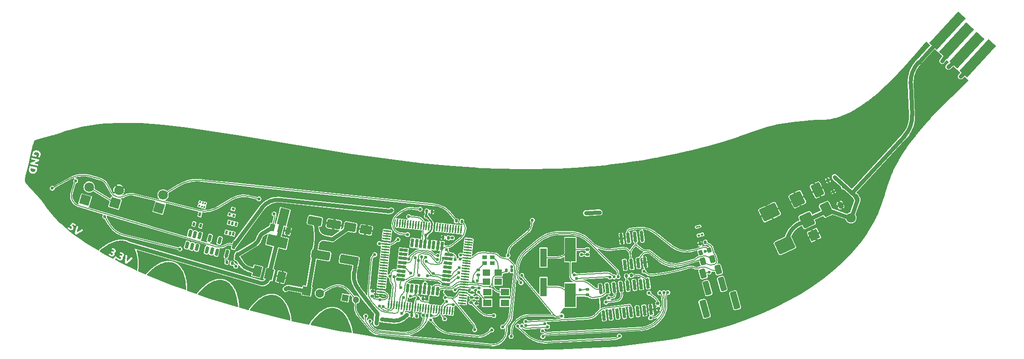
<source format=gbr>
%TF.GenerationSoftware,KiCad,Pcbnew,7.0.6*%
%TF.CreationDate,2023-10-29T15:43:57+01:00*%
%TF.ProjectId,nana,6e616e61-2e6b-4696-9361-645f70636258,rev?*%
%TF.SameCoordinates,Original*%
%TF.FileFunction,Copper,L1,Top*%
%TF.FilePolarity,Positive*%
%FSLAX46Y46*%
G04 Gerber Fmt 4.6, Leading zero omitted, Abs format (unit mm)*
G04 Created by KiCad (PCBNEW 7.0.6) date 2023-10-29 15:43:57*
%MOMM*%
%LPD*%
G01*
G04 APERTURE LIST*
G04 Aperture macros list*
%AMRoundRect*
0 Rectangle with rounded corners*
0 $1 Rounding radius*
0 $2 $3 $4 $5 $6 $7 $8 $9 X,Y pos of 4 corners*
0 Add a 4 corners polygon primitive as box body*
4,1,4,$2,$3,$4,$5,$6,$7,$8,$9,$2,$3,0*
0 Add four circle primitives for the rounded corners*
1,1,$1+$1,$2,$3*
1,1,$1+$1,$4,$5*
1,1,$1+$1,$6,$7*
1,1,$1+$1,$8,$9*
0 Add four rect primitives between the rounded corners*
20,1,$1+$1,$2,$3,$4,$5,0*
20,1,$1+$1,$4,$5,$6,$7,0*
20,1,$1+$1,$6,$7,$8,$9,0*
20,1,$1+$1,$8,$9,$2,$3,0*%
%AMHorizOval*
0 Thick line with rounded ends*
0 $1 width*
0 $2 $3 position (X,Y) of the first rounded end (center of the circle)*
0 $4 $5 position (X,Y) of the second rounded end (center of the circle)*
0 Add line between two ends*
20,1,$1,$2,$3,$4,$5,0*
0 Add two circle primitives to create the rounded ends*
1,1,$1,$2,$3*
1,1,$1,$4,$5*%
%AMRotRect*
0 Rectangle, with rotation*
0 The origin of the aperture is its center*
0 $1 length*
0 $2 width*
0 $3 Rotation angle, in degrees counterclockwise*
0 Add horizontal line*
21,1,$1,$2,0,0,$3*%
%AMFreePoly0*
4,1,9,3.862500,-0.866500,0.737500,-0.866500,0.737500,-0.450000,-0.737500,-0.450000,-0.737500,0.450000,0.737500,0.450000,0.737500,0.866500,3.862500,0.866500,3.862500,-0.866500,3.862500,-0.866500,$1*%
G04 Aperture macros list end*
%TA.AperFunction,SMDPad,CuDef*%
%ADD10RotRect,2.000000X1.500000X76.250000*%
%TD*%
%TA.AperFunction,SMDPad,CuDef*%
%ADD11RotRect,2.000000X3.800000X76.250000*%
%TD*%
%TA.AperFunction,SMDPad,CuDef*%
%ADD12R,1.600000X1.300000*%
%TD*%
%TA.AperFunction,SMDPad,CuDef*%
%ADD13RoundRect,0.135000X-0.169875X0.153598X-0.198098X-0.114923X0.169875X-0.153598X0.198098X0.114923X0*%
%TD*%
%TA.AperFunction,SMDPad,CuDef*%
%ADD14RoundRect,0.135000X-0.080651X-0.214349X0.179529X-0.142194X0.080651X0.214349X-0.179529X0.142194X0*%
%TD*%
%TA.AperFunction,SMDPad,CuDef*%
%ADD15RoundRect,0.150000X0.023887X-0.533466X0.267515X0.462160X-0.023887X0.533466X-0.267515X-0.462160X0*%
%TD*%
%TA.AperFunction,SMDPad,CuDef*%
%ADD16RotRect,0.650000X0.400000X76.250000*%
%TD*%
%TA.AperFunction,SMDPad,CuDef*%
%ADD17RoundRect,0.250000X1.129555X0.359314X-0.938542X0.723975X-1.129555X-0.359314X0.938542X-0.723975X0*%
%TD*%
%TA.AperFunction,SMDPad,CuDef*%
%ADD18RoundRect,0.140000X-0.154435X0.157003X-0.183703X-0.121463X0.154435X-0.157003X0.183703X0.121463X0*%
%TD*%
%TA.AperFunction,SMDPad,CuDef*%
%ADD19RoundRect,0.250000X-1.238295X0.525951X-0.393059X-1.286664X1.238295X-0.525951X0.393059X1.286664X0*%
%TD*%
%TA.AperFunction,SMDPad,CuDef*%
%ADD20RoundRect,0.100000X-0.098548X-0.131104X0.151996X-0.061622X0.098548X0.131104X-0.151996X0.061622X0*%
%TD*%
%TA.AperFunction,SMDPad,CuDef*%
%ADD21RoundRect,0.112500X-0.122388X-0.181201X0.217477X-0.022719X0.122388X0.181201X-0.217477X0.022719X0*%
%TD*%
%TA.AperFunction,ComponentPad*%
%ADD22RotRect,1.800000X1.800000X73.500000*%
%TD*%
%TA.AperFunction,ComponentPad*%
%ADD23C,1.800000*%
%TD*%
%TA.AperFunction,SMDPad,CuDef*%
%ADD24RoundRect,0.250000X0.013853X1.119415X-0.588416X0.952391X-0.013853X-1.119415X0.588416X-0.952391X0*%
%TD*%
%TA.AperFunction,SMDPad,CuDef*%
%ADD25RoundRect,0.135000X0.159930X-0.152553X0.188153X0.115968X-0.159930X0.152553X-0.188153X-0.115968X0*%
%TD*%
%TA.AperFunction,SMDPad,CuDef*%
%ADD26RoundRect,0.132500X0.162678X-0.150328X0.190378X0.113220X-0.162678X0.150328X-0.190378X-0.113220X0*%
%TD*%
%TA.AperFunction,SMDPad,CuDef*%
%ADD27RoundRect,0.250000X0.932593X0.394043X-0.741580X0.689245X-0.932593X-0.394043X0.741580X-0.689245X0*%
%TD*%
%TA.AperFunction,SMDPad,CuDef*%
%ADD28RoundRect,0.150000X0.051423X0.244654X-0.220470X0.117869X-0.051423X-0.244654X0.220470X-0.117869X0*%
%TD*%
%TA.AperFunction,ComponentPad*%
%ADD29RotRect,1.800000X1.800000X25.000000*%
%TD*%
%TA.AperFunction,ComponentPad*%
%ADD30HorizOval,1.800000X0.000000X0.000000X0.000000X0.000000X0*%
%TD*%
%TA.AperFunction,SMDPad,CuDef*%
%ADD31RoundRect,0.250000X-0.031499X1.470047X-0.730131X1.276299X0.031499X-1.470047X0.730131X-1.276299X0*%
%TD*%
%TA.AperFunction,SMDPad,CuDef*%
%ADD32RotRect,1.300000X0.900000X76.000000*%
%TD*%
%TA.AperFunction,SMDPad,CuDef*%
%ADD33FreePoly0,76.000000*%
%TD*%
%TA.AperFunction,SMDPad,CuDef*%
%ADD34RoundRect,0.150000X-0.249424X0.800570X-0.048340X-0.837131X0.249424X-0.800570X0.048340X0.837131X0*%
%TD*%
%TA.AperFunction,SMDPad,CuDef*%
%ADD35RoundRect,0.140000X-0.170000X0.140000X-0.170000X-0.140000X0.170000X-0.140000X0.170000X0.140000X0*%
%TD*%
%TA.AperFunction,SMDPad,CuDef*%
%ADD36RotRect,0.450000X0.700000X346.250000*%
%TD*%
%TA.AperFunction,SMDPad,CuDef*%
%ADD37RotRect,0.450000X0.400000X76.250000*%
%TD*%
%TA.AperFunction,SMDPad,CuDef*%
%ADD38RotRect,0.450000X0.500000X76.250000*%
%TD*%
%TA.AperFunction,SMDPad,CuDef*%
%ADD39RoundRect,0.200000X-0.119236X-0.318446X0.266217X-0.211551X0.119236X0.318446X-0.266217X0.211551X0*%
%TD*%
%TA.AperFunction,SMDPad,CuDef*%
%ADD40R,0.900000X0.800000*%
%TD*%
%TA.AperFunction,SMDPad,CuDef*%
%ADD41RoundRect,0.140000X-0.157003X-0.154435X0.121463X-0.183703X0.157003X0.154435X-0.121463X0.183703X0*%
%TD*%
%TA.AperFunction,SMDPad,CuDef*%
%ADD42RoundRect,0.250000X-1.011718X0.631606X-0.166482X-1.181010X1.011718X-0.631606X0.166482X1.181010X0*%
%TD*%
%TA.AperFunction,ConnectorPad*%
%ADD43RotRect,1.900000X8.000000X137.500000*%
%TD*%
%TA.AperFunction,ConnectorPad*%
%ADD44RotRect,2.000000X7.500000X137.500000*%
%TD*%
%TA.AperFunction,SMDPad,CuDef*%
%ADD45RoundRect,0.140000X0.185795X-0.118239X0.151671X0.159674X-0.185795X0.118239X-0.151671X-0.159674X0*%
%TD*%
%TA.AperFunction,SMDPad,CuDef*%
%ADD46RoundRect,0.250000X-0.132696X-0.503784X0.373210X-0.363484X0.132696X0.503784X-0.373210X0.363484X0*%
%TD*%
%TA.AperFunction,SMDPad,CuDef*%
%ADD47RoundRect,0.250000X-0.846213X-1.497973X1.691449X-0.314642X0.846213X1.497973X-1.691449X0.314642X0*%
%TD*%
%TA.AperFunction,SMDPad,CuDef*%
%ADD48RoundRect,0.140000X0.170000X-0.140000X0.170000X0.140000X-0.170000X0.140000X-0.170000X-0.140000X0*%
%TD*%
%TA.AperFunction,SMDPad,CuDef*%
%ADD49RoundRect,0.075000X0.005339X-0.666710X0.143839X0.651031X-0.005339X0.666710X-0.143839X-0.651031X0*%
%TD*%
%TA.AperFunction,SMDPad,CuDef*%
%ADD50RoundRect,0.075000X0.651031X-0.143839X0.666710X0.005339X-0.651031X0.143839X-0.666710X-0.005339X0*%
%TD*%
%TA.AperFunction,SMDPad,CuDef*%
%ADD51RoundRect,0.250000X0.134111X0.685781X-0.468159X0.518757X-0.134111X-0.685781X0.468159X-0.518757X0*%
%TD*%
%TA.AperFunction,SMDPad,CuDef*%
%ADD52R,2.000000X4.500000*%
%TD*%
%TA.AperFunction,ComponentPad*%
%ADD53C,1.600000*%
%TD*%
%TA.AperFunction,ComponentPad*%
%ADD54RotRect,1.600000X1.600000X170.000000*%
%TD*%
%TA.AperFunction,SMDPad,CuDef*%
%ADD55RoundRect,0.140000X0.154435X-0.157003X0.183703X0.121463X-0.154435X0.157003X-0.183703X-0.121463X0*%
%TD*%
%TA.AperFunction,SMDPad,CuDef*%
%ADD56RoundRect,0.140000X-0.140000X-0.170000X0.140000X-0.170000X0.140000X0.170000X-0.140000X0.170000X0*%
%TD*%
%TA.AperFunction,SMDPad,CuDef*%
%ADD57RoundRect,0.140000X0.157003X0.154435X-0.121463X0.183703X-0.157003X-0.154435X0.121463X-0.183703X0*%
%TD*%
%TA.AperFunction,SMDPad,CuDef*%
%ADD58RotRect,1.600000X0.550000X84.000000*%
%TD*%
%TA.AperFunction,SMDPad,CuDef*%
%ADD59RotRect,1.600000X0.550000X174.000000*%
%TD*%
%TA.AperFunction,SMDPad,CuDef*%
%ADD60RotRect,0.330000X0.270000X76.250000*%
%TD*%
%TA.AperFunction,SMDPad,CuDef*%
%ADD61RoundRect,0.075000X0.100411X0.105677X-0.140497X0.038867X-0.100411X-0.105677X0.140497X-0.038867X0*%
%TD*%
%TA.AperFunction,SMDPad,CuDef*%
%ADD62R,1.400000X1.200000*%
%TD*%
%TA.AperFunction,SMDPad,CuDef*%
%ADD63RoundRect,0.150000X0.006061X-0.606316X0.285342X0.535011X-0.006061X0.606316X-0.285342X-0.535011X0*%
%TD*%
%TA.AperFunction,SMDPad,CuDef*%
%ADD64RoundRect,0.250000X1.572718X0.281172X-1.381705X0.802117X-1.572718X-0.281172X1.381705X-0.802117X0*%
%TD*%
%TA.AperFunction,ComponentPad*%
%ADD65C,1.200000*%
%TD*%
%TA.AperFunction,ComponentPad*%
%ADD66RotRect,1.200000X1.200000X170.000000*%
%TD*%
%TA.AperFunction,SMDPad,CuDef*%
%ADD67RoundRect,0.140000X0.118239X0.185795X-0.159674X0.151671X-0.118239X-0.185795X0.159674X-0.151671X0*%
%TD*%
%TA.AperFunction,SMDPad,CuDef*%
%ADD68RoundRect,0.135000X0.175103X0.147611X-0.087159X0.211786X-0.175103X-0.147611X0.087159X-0.211786X0*%
%TD*%
%TA.AperFunction,SMDPad,CuDef*%
%ADD69RoundRect,0.225000X-0.045437X-0.434955X0.362401X-0.244776X0.045437X0.434955X-0.362401X0.244776X0*%
%TD*%
%TA.AperFunction,SMDPad,CuDef*%
%ADD70R,1.200000X3.500000*%
%TD*%
%TA.AperFunction,SMDPad,CuDef*%
%ADD71RoundRect,0.135000X0.153598X0.169875X-0.114923X0.198098X-0.153598X-0.169875X0.114923X-0.198098X0*%
%TD*%
%TA.AperFunction,ViaPad*%
%ADD72C,0.600000*%
%TD*%
%TA.AperFunction,Conductor*%
%ADD73C,0.150000*%
%TD*%
%TA.AperFunction,Conductor*%
%ADD74C,0.800000*%
%TD*%
%TA.AperFunction,Conductor*%
%ADD75C,0.300000*%
%TD*%
G04 APERTURE END LIST*
D10*
%TO.P,U7,1,GND*%
%TO.N,GND*%
X111894068Y-109736715D03*
%TO.P,U7,2,VO*%
%TO.N,+3.3V*%
X114128154Y-110283393D03*
D11*
X115625576Y-104163937D03*
D10*
%TO.P,U7,3,VI*%
%TO.N,VCC*%
X116362241Y-110830070D03*
%TD*%
D12*
%TO.P,Y5,1,1*%
%TO.N,XTAL2*%
X154868779Y-115632515D03*
%TO.P,Y5,2*%
%TO.N,N/C*%
X158168779Y-115632515D03*
%TO.P,Y5,3,3*%
%TO.N,XTAL1*%
X158168779Y-113632515D03*
%TO.P,Y5,4*%
%TO.N,N/C*%
X154868779Y-113632515D03*
%TD*%
D13*
%TO.P,R11,1*%
%TO.N,ESP_EN*%
X152972087Y-114725305D03*
%TO.P,R11,2*%
%TO.N,VCC*%
X152865467Y-115739717D03*
%TD*%
D14*
%TO.P,R2,1*%
%TO.N,VCC*%
X194689900Y-104602690D03*
%TO.P,R2,2*%
%TO.N,/555_7*%
X195672804Y-104330106D03*
%TD*%
D15*
%TO.P,REF\u002A\u002A,1*%
%TO.N,N/C*%
X98786942Y-104839107D03*
%TO.P,REF\u002A\u002A,2*%
X99709717Y-105064909D03*
%TO.P,REF\u002A\u002A,3*%
X100632492Y-105290710D03*
%TO.P,REF\u002A\u002A,4*%
X101173228Y-103080907D03*
%TO.P,REF\u002A\u002A,5*%
X100250453Y-102855105D03*
%TO.P,REF\u002A\u002A,6*%
X99327678Y-102629304D03*
%TD*%
D16*
%TO.P,REF\u002A\u002A,1*%
%TO.N,N/C*%
X106169334Y-102437479D03*
%TO.P,REF\u002A\u002A,2*%
X106800706Y-102591975D03*
%TO.P,REF\u002A\u002A,3*%
X107432079Y-102746471D03*
%TO.P,REF\u002A\u002A,4*%
X107883682Y-100900921D03*
%TO.P,REF\u002A\u002A,5*%
X107252310Y-100746425D03*
%TO.P,REF\u002A\u002A,6*%
X106620937Y-100591929D03*
%TD*%
D17*
%TO.P,C6,1*%
%TO.N,VCC*%
X126220849Y-100923841D03*
%TO.P,C6,2*%
%TO.N,GND*%
X122675541Y-100298707D03*
%TD*%
D18*
%TO.P,C15,1*%
%TO.N,GND*%
X152168955Y-112755148D03*
%TO.P,C15,2*%
%TO.N,VCC*%
X152068607Y-113709890D03*
%TD*%
D19*
%TO.P,D6,1,K*%
%TO.N,VCC*%
X212860405Y-96248821D03*
%TO.P,D6,2,A*%
%TO.N,Net-(D2-A)*%
X214677663Y-100145945D03*
%TD*%
D20*
%TO.P,R6,1*%
%TO.N,unconnected-(R6-Pad1)*%
X194445409Y-103010104D03*
%TO.P,R6,2*%
%TO.N,unconnected-(R6-Pad2)*%
X195062133Y-102839072D03*
%TD*%
D21*
%TO.P,D3,1,K*%
%TO.N,VCC*%
X219598283Y-94844703D03*
%TO.P,D3,2,A*%
%TO.N,Net-(D2-A)*%
X221501529Y-93957205D03*
%TD*%
D22*
%TO.P,D1,1,K*%
%TO.N,555*%
X85314182Y-96992223D03*
D23*
%TO.P,D1,2,A*%
%TO.N,VCC*%
X86035581Y-94556821D03*
%TD*%
D24*
%TO.P,R8,1*%
%TO.N,unconnected-(R8-Pad1)*%
X198815760Y-112098999D03*
%TO.P,R8,2*%
%TO.N,unconnected-(R8-Pad2)*%
X195997140Y-112880671D03*
%TD*%
D25*
%TO.P,C9,1*%
%TO.N,DTR*%
X151867564Y-115619838D03*
D26*
%TO.P,C9,2*%
%TO.N,ESP_EN*%
X151970525Y-114640234D03*
%TD*%
D22*
%TO.P,D10,1,K*%
%TO.N,GND*%
X79745504Y-96400714D03*
D23*
%TO.P,D10,2,A*%
%TO.N,555*%
X80466903Y-93965312D03*
%TD*%
D27*
%TO.P,C5,1*%
%TO.N,VCC*%
X132228177Y-101983111D03*
%TO.P,C5,2*%
%TO.N,GND*%
X129273753Y-101462167D03*
%TD*%
D28*
%TO.P,D2,1,K*%
%TO.N,VCC*%
X218594564Y-92692242D03*
%TO.P,D2,2,A*%
%TO.N,Net-(D2-A)*%
X219863394Y-92100576D03*
%TD*%
D29*
%TO.P,D9,1,K*%
%TO.N,VCC*%
X215987763Y-102955502D03*
D30*
%TO.P,D9,2,A*%
%TO.N,Net-(D2-A)*%
X222893828Y-99735151D03*
%TD*%
D31*
%TO.P,R9,1*%
%TO.N,unconnected-(R9-Pad1)*%
X201223256Y-115167201D03*
%TO.P,R9,2*%
%TO.N,unconnected-(R9-Pad2)*%
X195513746Y-116750589D03*
%TD*%
D32*
%TO.P,U8,1,GND*%
%TO.N,GND*%
X114720442Y-101516365D03*
D33*
%TO.P,U8,2,VO*%
%TO.N,+3.3V*%
X116197053Y-101794347D03*
D32*
%TO.P,U8,3,VI*%
%TO.N,VCC*%
X117631329Y-102242131D03*
%TD*%
D34*
%TO.P,U1,1,GND*%
%TO.N,GND*%
X183787050Y-103142030D03*
%TO.P,U1,2,TR*%
%TO.N,/555_2*%
X182526516Y-103296804D03*
%TO.P,U1,3,Q*%
%TO.N,/555_3*%
X181265983Y-103451578D03*
%TO.P,U1,4,R*%
%TO.N,VCC*%
X180005449Y-103606352D03*
%TO.P,U1,5,CV*%
%TO.N,unconnected-(U1-CV-Pad5)*%
X180608702Y-108519456D03*
%TO.P,U1,6,THR*%
%TO.N,/555_2*%
X181869236Y-108364682D03*
%TO.P,U1,7,DIS*%
%TO.N,/555_7*%
X183129769Y-108209908D03*
%TO.P,U1,8,VCC*%
%TO.N,VCC*%
X184390303Y-108055134D03*
%TD*%
%TO.P,U3,1,GND*%
%TO.N,GND*%
X184909472Y-111996229D03*
%TO.P,U3,2,TXD*%
%TO.N,TX*%
X183648938Y-112151003D03*
%TO.P,U3,3,RXD*%
%TO.N,RX*%
X182388405Y-112305777D03*
%TO.P,U3,4,V3*%
%TO.N,Net-(U3-V3)*%
X181127871Y-112460551D03*
%TO.P,U3,5,UD+*%
%TO.N,D+*%
X179867338Y-112615325D03*
%TO.P,U3,6,UD-*%
%TO.N,D-*%
X178606804Y-112770099D03*
%TO.P,U3,7,XI*%
%TO.N,Net-(U3-XI)*%
X177346270Y-112924873D03*
%TO.P,U3,8,XO*%
%TO.N,Net-(U3-XO)*%
X176085737Y-113079648D03*
%TO.P,U3,9,~{CTS}*%
%TO.N,unconnected-(U3-~{CTS}-Pad9)*%
X176688990Y-117992751D03*
%TO.P,U3,10,~{DSR}*%
%TO.N,unconnected-(U3-~{DSR}-Pad10)*%
X177949524Y-117837977D03*
%TO.P,U3,11,~{RI}*%
%TO.N,unconnected-(U3-~{RI}-Pad11)*%
X179210057Y-117683203D03*
%TO.P,U3,12,~{DCD}*%
%TO.N,unconnected-(U3-~{DCD}-Pad12)*%
X180470591Y-117528429D03*
%TO.P,U3,13,~{DTR}*%
%TO.N,DTR*%
X181731124Y-117373655D03*
%TO.P,U3,14,~{RTS}*%
%TO.N,unconnected-(U3-~{RTS}-Pad14)*%
X182991658Y-117218881D03*
%TO.P,U3,15,R232*%
%TO.N,unconnected-(U3-R232-Pad15)*%
X184252192Y-117064107D03*
%TO.P,U3,16,VCC*%
%TO.N,VCC*%
X185512725Y-116909332D03*
%TD*%
D35*
%TO.P,C13,1*%
%TO.N,Net-(U3-XO)*%
X173618775Y-105652508D03*
%TO.P,C13,2*%
%TO.N,GND*%
X173618775Y-106612508D03*
%TD*%
D36*
%TO.P,REF\u002A\u002A,1*%
%TO.N,N/C*%
X100061770Y-100891497D03*
%TO.P,REF\u002A\u002A,2*%
X101324514Y-101200489D03*
%TO.P,REF\u002A\u002A,3*%
X101168514Y-99103309D03*
%TD*%
D37*
%TO.P,REF\u002A\u002A,1*%
%TO.N,N/C*%
X106728693Y-99099784D03*
%TO.P,REF\u002A\u002A,2*%
X107505766Y-99289933D03*
D38*
%TO.P,REF\u002A\u002A,3*%
X107390568Y-98077815D03*
%TD*%
D39*
%TO.P,R3,1*%
%TO.N,Net-(D1-A)*%
X194813929Y-106228692D03*
%TO.P,R3,2*%
%TO.N,/555_3*%
X196403919Y-105787748D03*
%TD*%
D40*
%TO.P,Y3,1,1*%
%TO.N,XTAL2*%
X154418775Y-108182515D03*
%TO.P,Y3,2*%
%TO.N,N/C*%
X155818775Y-108182515D03*
%TO.P,Y3,3,3*%
%TO.N,XTAL1*%
X155818775Y-107082515D03*
%TO.P,Y3,4*%
%TO.N,N/C*%
X154418775Y-107082515D03*
%TD*%
D41*
%TO.P,C18,1*%
%TO.N,GND*%
X143597122Y-98476581D03*
%TO.P,C18,2*%
%TO.N,VCC*%
X144551864Y-98576929D03*
%TD*%
D42*
%TO.P,D5,1,K*%
%TO.N,VCC*%
X216603447Y-94503403D03*
%TO.P,D5,2,A*%
%TO.N,Net-(D2-A)*%
X218293921Y-98128635D03*
%TD*%
D43*
%TO.P,J1,1,VBUS*%
%TO.N,Net-(D2-A)*%
X240964140Y-64671181D03*
D44*
%TO.P,J1,2,D-*%
%TO.N,D-*%
X242645809Y-66551232D03*
%TO.P,J1,3,D+*%
%TO.N,D+*%
X244562730Y-68307767D03*
D43*
%TO.P,J1,4,GND*%
%TO.N,GND*%
X246582194Y-69819179D03*
%TD*%
D45*
%TO.P,C4,1*%
%TO.N,VCC*%
X186877272Y-116708937D03*
%TO.P,C4,2*%
%TO.N,GND*%
X186760278Y-115756093D03*
%TD*%
D46*
%TO.P,R1,1*%
%TO.N,/555_7*%
X195190931Y-107915537D03*
%TO.P,R1,2*%
%TO.N,/555_2*%
X196949557Y-107427827D03*
%TD*%
D41*
%TO.P,C17,1*%
%TO.N,GND*%
X141941402Y-114782342D03*
%TO.P,C17,2*%
%TO.N,VCC*%
X142896144Y-114882690D03*
%TD*%
D47*
%TO.P,D7,1,K*%
%TO.N,VCC*%
X207667258Y-98670432D03*
%TO.P,D7,2,A*%
%TO.N,Net-(D2-A)*%
X210541062Y-104833324D03*
%TD*%
D48*
%TO.P,C10,1*%
%TO.N,GND*%
X153218777Y-110412522D03*
%TO.P,C10,2*%
%TO.N,XTAL2*%
X153218777Y-109452522D03*
%TD*%
D49*
%TO.P,U2,1,PG5*%
%TO.N,unconnected-(U2-PG5-Pad1)*%
X136445154Y-115938727D03*
%TO.P,U2,2,PE0*%
%TO.N,0{slash}RX*%
X136942415Y-115990991D03*
%TO.P,U2,3,PE1*%
%TO.N,1{slash}TX*%
X137439676Y-116043256D03*
%TO.P,U2,4,PE2*%
%TO.N,unconnected-(U2-PE2-Pad4)*%
X137936937Y-116095520D03*
%TO.P,U2,5,PE3*%
%TO.N,S_LED*%
X138434198Y-116147784D03*
%TO.P,U2,6,PE4*%
%TO.N,SW1*%
X138931459Y-116200048D03*
%TO.P,U2,7,PE5*%
%TO.N,SW2*%
X139428720Y-116252313D03*
%TO.P,U2,8,PE6*%
%TO.N,unconnected-(U2-PE6-Pad8)*%
X139925981Y-116304577D03*
%TO.P,U2,9,PE7*%
%TO.N,unconnected-(U2-PE7-Pad9)*%
X140423242Y-116356841D03*
%TO.P,U2,10,VCC*%
%TO.N,VCC*%
X140920503Y-116409105D03*
%TO.P,U2,11,GND*%
%TO.N,GND*%
X141417764Y-116461370D03*
%TO.P,U2,12,PH0*%
%TO.N,unconnected-(U2-PH0-Pad12)*%
X141915025Y-116513634D03*
%TO.P,U2,13,PH1*%
%TO.N,unconnected-(U2-PH1-Pad13)*%
X142412286Y-116565898D03*
%TO.P,U2,14,PH2*%
%TO.N,unconnected-(U2-PH2-Pad14)*%
X142909547Y-116618162D03*
%TO.P,U2,15,PH3*%
%TO.N,P_LED*%
X143406808Y-116670426D03*
%TO.P,U2,16,PH4*%
%TO.N,neopixel*%
X143904068Y-116722691D03*
%TO.P,U2,17,PH5*%
%TO.N,13{slash}SCK*%
X144401329Y-116774955D03*
%TO.P,U2,18,PH6*%
%TO.N,unconnected-(U2-PH6-Pad18)*%
X144898590Y-116827219D03*
%TO.P,U2,19,PB0*%
%TO.N,unconnected-(U2-PB0-Pad19)*%
X145395851Y-116879483D03*
%TO.P,U2,20,PB1*%
%TO.N,13{slash}SCK*%
X145893112Y-116931748D03*
%TO.P,U2,21,PB2*%
%TO.N,11{slash}MOSI*%
X146390373Y-116984012D03*
%TO.P,U2,22,PB3*%
%TO.N,12{slash}MISO*%
X146887634Y-117036276D03*
%TO.P,U2,23,PB4*%
%TO.N,unconnected-(U2-PB4-Pad23)*%
X147384895Y-117088540D03*
%TO.P,U2,24,PB5*%
%TO.N,unconnected-(U2-PB5-Pad24)*%
X147882156Y-117140805D03*
%TO.P,U2,25,PB6*%
%TO.N,unconnected-(U2-PB6-Pad25)*%
X148379417Y-117193069D03*
D50*
%TO.P,U2,26,PB7*%
%TO.N,unconnected-(U2-PB7-Pad26)*%
X150206588Y-115713455D03*
%TO.P,U2,27,PH7*%
%TO.N,unconnected-(U2-PH7-Pad27)*%
X150258852Y-115216194D03*
%TO.P,U2,28,PG3*%
%TO.N,unconnected-(U2-PG3-Pad28)*%
X150311117Y-114718933D03*
%TO.P,U2,29,PG4*%
%TO.N,unconnected-(U2-PG4-Pad29)*%
X150363381Y-114221672D03*
%TO.P,U2,30,~{RESET}*%
%TO.N,ESP_EN*%
X150415645Y-113724411D03*
%TO.P,U2,31,VCC*%
%TO.N,VCC*%
X150467909Y-113227150D03*
%TO.P,U2,32,GND*%
%TO.N,GND*%
X150520174Y-112729889D03*
%TO.P,U2,33,XTAL2*%
%TO.N,XTAL1*%
X150572438Y-112232628D03*
%TO.P,U2,34,XTAL1*%
%TO.N,XTAL2*%
X150624702Y-111735367D03*
%TO.P,U2,35,PL0*%
%TO.N,unconnected-(U2-PL0-Pad35)*%
X150676966Y-111238106D03*
%TO.P,U2,36,PL1*%
%TO.N,unconnected-(U2-PL1-Pad36)*%
X150729231Y-110740845D03*
%TO.P,U2,37,PL2*%
%TO.N,unconnected-(U2-PL2-Pad37)*%
X150781495Y-110243584D03*
%TO.P,U2,38,PL3*%
%TO.N,unconnected-(U2-PL3-Pad38)*%
X150833759Y-109746323D03*
%TO.P,U2,39,PL4*%
%TO.N,unconnected-(U2-PL4-Pad39)*%
X150886023Y-109249062D03*
%TO.P,U2,40,PL5*%
%TO.N,unconnected-(U2-PL5-Pad40)*%
X150938287Y-108751801D03*
%TO.P,U2,41,PL6*%
%TO.N,unconnected-(U2-PL6-Pad41)*%
X150990552Y-108254541D03*
%TO.P,U2,42,PL7*%
%TO.N,unconnected-(U2-PL7-Pad42)*%
X151042816Y-107757280D03*
%TO.P,U2,43,PD0*%
%TO.N,A5{slash}SCL*%
X151095080Y-107260019D03*
%TO.P,U2,44,PD1*%
%TO.N,A4{slash}SDA*%
X151147344Y-106762758D03*
%TO.P,U2,45,PD2*%
%TO.N,unconnected-(U2-PD2-Pad45)*%
X151199609Y-106265497D03*
%TO.P,U2,46,PD3*%
%TO.N,unconnected-(U2-PD3-Pad46)*%
X151251873Y-105768236D03*
%TO.P,U2,47,PD4*%
%TO.N,unconnected-(U2-PD4-Pad47)*%
X151304137Y-105270975D03*
%TO.P,U2,48,PD5*%
%TO.N,unconnected-(U2-PD5-Pad48)*%
X151356401Y-104773714D03*
%TO.P,U2,49,PD6*%
%TO.N,unconnected-(U2-PD6-Pad49)*%
X151408666Y-104276453D03*
%TO.P,U2,50,PD7*%
%TO.N,unconnected-(U2-PD7-Pad50)*%
X151460930Y-103779192D03*
D49*
%TO.P,U2,51,PG0*%
%TO.N,unconnected-(U2-PG0-Pad51)*%
X149981316Y-101952021D03*
%TO.P,U2,52,PG1*%
%TO.N,unconnected-(U2-PG1-Pad52)*%
X149484055Y-101899757D03*
%TO.P,U2,53,PC0*%
%TO.N,unconnected-(U2-PC0-Pad53)*%
X148986794Y-101847492D03*
%TO.P,U2,54,PC1*%
%TO.N,unconnected-(U2-PC1-Pad54)*%
X148489533Y-101795228D03*
%TO.P,U2,55,PC2*%
%TO.N,unconnected-(U2-PC2-Pad55)*%
X147992272Y-101742964D03*
%TO.P,U2,56,PC3*%
%TO.N,unconnected-(U2-PC3-Pad56)*%
X147495011Y-101690700D03*
%TO.P,U2,57,PC4*%
%TO.N,unconnected-(U2-PC4-Pad57)*%
X146997750Y-101638435D03*
%TO.P,U2,58,PC5*%
%TO.N,unconnected-(U2-PC5-Pad58)*%
X146500489Y-101586171D03*
%TO.P,U2,59,PC6*%
%TO.N,unconnected-(U2-PC6-Pad59)*%
X146003228Y-101533907D03*
%TO.P,U2,60,PC7*%
%TO.N,unconnected-(U2-PC7-Pad60)*%
X145505967Y-101481643D03*
%TO.P,U2,61,VCC*%
%TO.N,VCC*%
X145008706Y-101429378D03*
%TO.P,U2,62,GND*%
%TO.N,GND*%
X144511445Y-101377114D03*
%TO.P,U2,63,PJ0*%
%TO.N,unconnected-(U2-PJ0-Pad63)*%
X144014184Y-101324850D03*
%TO.P,U2,64,PJ1*%
%TO.N,unconnected-(U2-PJ1-Pad64)*%
X143516923Y-101272586D03*
%TO.P,U2,65,PJ2*%
%TO.N,555*%
X143019662Y-101220322D03*
%TO.P,U2,66,PJ3*%
%TO.N,unconnected-(U2-PJ3-Pad66)*%
X142522402Y-101168057D03*
%TO.P,U2,67,PJ4*%
%TO.N,unconnected-(U2-PJ4-Pad67)*%
X142025141Y-101115793D03*
%TO.P,U2,68,PJ5*%
%TO.N,unconnected-(U2-PJ5-Pad68)*%
X141527880Y-101063529D03*
%TO.P,U2,69,PJ6*%
%TO.N,unconnected-(U2-PJ6-Pad69)*%
X141030619Y-101011265D03*
%TO.P,U2,70,PG2*%
%TO.N,unconnected-(U2-PG2-Pad70)*%
X140533358Y-100959000D03*
%TO.P,U2,71,PA7*%
%TO.N,unconnected-(U2-PA7-Pad71)*%
X140036097Y-100906736D03*
%TO.P,U2,72,PA6*%
%TO.N,unconnected-(U2-PA6-Pad72)*%
X139538836Y-100854472D03*
%TO.P,U2,73,PA5*%
%TO.N,unconnected-(U2-PA5-Pad73)*%
X139041575Y-100802208D03*
%TO.P,U2,74,PA4*%
%TO.N,unconnected-(U2-PA4-Pad74)*%
X138544314Y-100749943D03*
%TO.P,U2,75,PA3*%
%TO.N,unconnected-(U2-PA3-Pad75)*%
X138047053Y-100697679D03*
D50*
%TO.P,U2,76,PA2*%
%TO.N,unconnected-(U2-PA2-Pad76)*%
X136219882Y-102177293D03*
%TO.P,U2,77,PA1*%
%TO.N,unconnected-(U2-PA1-Pad77)*%
X136167618Y-102674554D03*
%TO.P,U2,78,PA0*%
%TO.N,unconnected-(U2-PA0-Pad78)*%
X136115353Y-103171815D03*
%TO.P,U2,79,PJ7*%
%TO.N,unconnected-(U2-PJ7-Pad79)*%
X136063089Y-103669076D03*
%TO.P,U2,80,VCC*%
%TO.N,VCC*%
X136010825Y-104166337D03*
%TO.P,U2,81,GND*%
%TO.N,GND*%
X135958561Y-104663598D03*
%TO.P,U2,82,PK7*%
%TO.N,unconnected-(U2-PK7-Pad82)*%
X135906296Y-105160859D03*
%TO.P,U2,83,PK6*%
%TO.N,unconnected-(U2-PK6-Pad83)*%
X135854032Y-105658120D03*
%TO.P,U2,84,PK5*%
%TO.N,unconnected-(U2-PK5-Pad84)*%
X135801768Y-106155381D03*
%TO.P,U2,85,PK4*%
%TO.N,unconnected-(U2-PK4-Pad85)*%
X135749504Y-106652642D03*
%TO.P,U2,86,PK3*%
%TO.N,unconnected-(U2-PK3-Pad86)*%
X135697239Y-107149903D03*
%TO.P,U2,87,PK2*%
%TO.N,unconnected-(U2-PK2-Pad87)*%
X135644975Y-107647164D03*
%TO.P,U2,88,PK1*%
%TO.N,unconnected-(U2-PK1-Pad88)*%
X135592711Y-108144425D03*
%TO.P,U2,89,PK0*%
%TO.N,unconnected-(U2-PK0-Pad89)*%
X135540447Y-108641686D03*
%TO.P,U2,90,PF7*%
%TO.N,unconnected-(U2-PF7-Pad90)*%
X135488183Y-109138947D03*
%TO.P,U2,91,PF6*%
%TO.N,unconnected-(U2-PF6-Pad91)*%
X135435918Y-109636207D03*
%TO.P,U2,92,PF5*%
%TO.N,unconnected-(U2-PF5-Pad92)*%
X135383654Y-110133468D03*
%TO.P,U2,93,PF4*%
%TO.N,unconnected-(U2-PF4-Pad93)*%
X135331390Y-110630729D03*
%TO.P,U2,94,PF3*%
%TO.N,unconnected-(U2-PF3-Pad94)*%
X135279126Y-111127990D03*
%TO.P,U2,95,PF2*%
%TO.N,unconnected-(U2-PF2-Pad95)*%
X135226861Y-111625251D03*
%TO.P,U2,96,PF1*%
%TO.N,unconnected-(U2-PF1-Pad96)*%
X135174597Y-112122512D03*
%TO.P,U2,97,PF0*%
%TO.N,unconnected-(U2-PF0-Pad97)*%
X135122333Y-112619773D03*
%TO.P,U2,98,AREF*%
%TO.N,VCC*%
X135070069Y-113117034D03*
%TO.P,U2,99,GND*%
%TO.N,GND*%
X135017804Y-113614295D03*
%TO.P,U2,100,AVCC*%
%TO.N,VCC*%
X134965540Y-114111556D03*
%TD*%
D51*
%TO.P,R10,1*%
%TO.N,555*%
X198067490Y-109400824D03*
%TO.P,R10,2*%
%TO.N,/555_3*%
X195248870Y-110182496D03*
%TD*%
D52*
%TO.P,Y1,1,1*%
%TO.N,Net-(U3-XO)*%
X170418780Y-105682519D03*
%TO.P,Y1,2,2*%
%TO.N,Net-(U3-XI)*%
X170418780Y-114182519D03*
%TD*%
D35*
%TO.P,C12,1*%
%TO.N,GND*%
X173618783Y-113152522D03*
%TO.P,C12,2*%
%TO.N,Net-(U3-XI)*%
X173618783Y-114112522D03*
%TD*%
D53*
%TO.P,C1,1*%
%TO.N,/555_2*%
X123611095Y-113867322D03*
D54*
%TO.P,C1,2*%
%TO.N,GND*%
X121149076Y-113433202D03*
%TD*%
D55*
%TO.P,C19,1*%
%TO.N,GND*%
X133368597Y-114409892D03*
%TO.P,C19,2*%
%TO.N,VCC*%
X133468945Y-113455150D03*
%TD*%
D56*
%TO.P,C11,1*%
%TO.N,XTAL1*%
X158488784Y-109582513D03*
%TO.P,C11,2*%
%TO.N,GND*%
X159448784Y-109582513D03*
%TD*%
D57*
%TO.P,C16,1*%
%TO.N,GND*%
X147596164Y-103482688D03*
%TO.P,C16,2*%
%TO.N,VCC*%
X146641422Y-103382340D03*
%TD*%
D58*
%TO.P,U4,1,PD3*%
%TO.N,SW2*%
X139984328Y-112879412D03*
%TO.P,U4,2,PD4*%
%TO.N,unconnected-(U4-PD4-Pad2)*%
X140779945Y-112963035D03*
%TO.P,U4,3,GND*%
%TO.N,GND*%
X141575563Y-113046658D03*
%TO.P,U4,4,VCC*%
%TO.N,VCC*%
X142371180Y-113130281D03*
%TO.P,U4,5,GND*%
%TO.N,GND*%
X143166798Y-113213903D03*
%TO.P,U4,6,VCC*%
%TO.N,VCC*%
X143962415Y-113297526D03*
%TO.P,U4,7,XTAL1/PB6*%
%TO.N,XTAL2*%
X144758033Y-113381149D03*
%TO.P,U4,8,XTAL2/PB7*%
%TO.N,XTAL1*%
X145553650Y-113464772D03*
D59*
%TO.P,U4,9,PD5*%
%TO.N,S_LED*%
X147147273Y-112174281D03*
%TO.P,U4,10,PD6*%
%TO.N,P_LED*%
X147230896Y-111378664D03*
%TO.P,U4,11,PD7*%
%TO.N,neopixel*%
X147314519Y-110583046D03*
%TO.P,U4,12,PB0*%
%TO.N,unconnected-(U4-PB0-Pad12)*%
X147398142Y-109787429D03*
%TO.P,U4,13,PB1*%
%TO.N,unconnected-(U4-PB1-Pad13)*%
X147481764Y-108991811D03*
%TO.P,U4,14,PB2*%
%TO.N,unconnected-(U4-PB2-Pad14)*%
X147565387Y-108196194D03*
%TO.P,U4,15,PB3*%
%TO.N,11{slash}MOSI*%
X147649010Y-107400576D03*
%TO.P,U4,16,PB4*%
%TO.N,12{slash}MISO*%
X147732633Y-106604959D03*
D58*
%TO.P,U4,17,PB5*%
%TO.N,13{slash}SCK*%
X146442142Y-105011336D03*
%TO.P,U4,18,AVCC*%
%TO.N,VCC*%
X145646525Y-104927713D03*
%TO.P,U4,19,ADC6*%
%TO.N,unconnected-(U4-ADC6-Pad19)*%
X144850907Y-104844090D03*
%TO.P,U4,20,AREF*%
%TO.N,VCC*%
X144055290Y-104760467D03*
%TO.P,U4,21,GND*%
%TO.N,GND*%
X143259672Y-104676845D03*
%TO.P,U4,22,ADC7*%
%TO.N,555*%
X142464055Y-104593222D03*
%TO.P,U4,23,PC0*%
%TO.N,unconnected-(U4-PC0-Pad23)*%
X141668437Y-104509599D03*
%TO.P,U4,24,PC1*%
%TO.N,unconnected-(U4-PC1-Pad24)*%
X140872820Y-104425976D03*
D59*
%TO.P,U4,25,PC2*%
%TO.N,unconnected-(U4-PC2-Pad25)*%
X139279197Y-105716467D03*
%TO.P,U4,26,PC3*%
%TO.N,unconnected-(U4-PC3-Pad26)*%
X139195574Y-106512084D03*
%TO.P,U4,27,PC4*%
%TO.N,A4{slash}SDA*%
X139111951Y-107307702D03*
%TO.P,U4,28,PC5*%
%TO.N,A5{slash}SCL*%
X139028328Y-108103319D03*
%TO.P,U4,29,~{RESET}/PC6*%
%TO.N,ESP_EN*%
X138944706Y-108898937D03*
%TO.P,U4,30,PD0*%
%TO.N,0{slash}RX*%
X138861083Y-109694554D03*
%TO.P,U4,31,PD1*%
%TO.N,1{slash}TX*%
X138777460Y-110490172D03*
%TO.P,U4,32,PD2*%
%TO.N,SW1*%
X138693837Y-111285789D03*
%TD*%
D60*
%TO.P,REF\u002A\u002A,1*%
%TO.N,N/C*%
X101053639Y-97469163D03*
%TO.P,REF\u002A\u002A,2*%
X101539310Y-97588006D03*
%TO.P,REF\u002A\u002A,3*%
X102024981Y-97706849D03*
%TO.P,REF\u002A\u002A,4*%
X102186607Y-97046337D03*
%TO.P,REF\u002A\u002A,5*%
X101700936Y-96927494D03*
%TO.P,REF\u002A\u002A,6*%
X101215265Y-96808651D03*
%TD*%
D61*
%TO.P,R7,1*%
%TO.N,unconnected-(R7-Pad1)*%
X194567092Y-101315967D03*
%TO.P,R7,2*%
%TO.N,unconnected-(R7-Pad2)*%
X194085276Y-101449587D03*
%TD*%
D62*
%TO.P,Y4,1,1*%
%TO.N,XTAL2*%
X154718778Y-111682519D03*
%TO.P,Y4,2*%
%TO.N,N/C*%
X156918778Y-111682519D03*
%TO.P,Y4,3,3*%
%TO.N,XTAL1*%
X156918778Y-109982519D03*
%TO.P,Y4,4*%
%TO.N,N/C*%
X154718778Y-109982519D03*
%TD*%
D57*
%TO.P,C14,1*%
%TO.N,GND*%
X141696146Y-118082696D03*
%TO.P,C14,2*%
%TO.N,VCC*%
X140741404Y-117982348D03*
%TD*%
D63*
%TO.P,Q1,1,B*%
%TO.N,Net-(Q1-B)*%
X106216682Y-106451262D03*
%TO.P,Q1,2,E*%
%TO.N,GND*%
X108062231Y-106902865D03*
%TO.P,Q1,3,C*%
%TO.N,Net-(D16-K)*%
X107585118Y-104855797D03*
%TD*%
D64*
%TO.P,C7,1*%
%TO.N,+3.3V*%
X129100825Y-107625774D03*
%TO.P,C7,2*%
%TO.N,GND*%
X123782863Y-106688074D03*
%TD*%
D65*
%TO.P,C2,1*%
%TO.N,/555_2*%
X130329941Y-115052027D03*
D66*
%TO.P,C2,2*%
%TO.N,GND*%
X128360325Y-114704731D03*
%TD*%
D67*
%TO.P,C3,1*%
%TO.N,GND*%
X181845322Y-110508555D03*
%TO.P,C3,2*%
%TO.N,Net-(U3-V3)*%
X180892478Y-110625549D03*
%TD*%
D68*
%TO.P,R4,1*%
%TO.N,P_LED*%
X107214171Y-108253736D03*
%TO.P,R4,2*%
%TO.N,Net-(Q1-B)*%
X106223403Y-108011296D03*
%TD*%
D69*
%TO.P,D4,1,K*%
%TO.N,VCC*%
X220928131Y-97341637D03*
%TO.P,D4,2,A*%
%TO.N,Net-(D2-A)*%
X223918947Y-95946997D03*
%TD*%
D15*
%TO.P,REF\u002A\u002A,1*%
%TO.N,N/C*%
X102478043Y-105742315D03*
%TO.P,REF\u002A\u002A,2*%
X103400818Y-105968117D03*
%TO.P,REF\u002A\u002A,3*%
X104323593Y-106193918D03*
%TO.P,REF\u002A\u002A,4*%
X104864329Y-103984115D03*
%TO.P,REF\u002A\u002A,5*%
X103018779Y-103532512D03*
%TD*%
D70*
%TO.P,Y2,1,1*%
%TO.N,Net-(U3-XO)*%
X165418766Y-107182503D03*
%TO.P,Y2,2,2*%
%TO.N,Net-(U3-XI)*%
X165418766Y-112682503D03*
%TD*%
D22*
%TO.P,D11,1,K*%
%TO.N,GND*%
X93565822Y-97870361D03*
D23*
%TO.P,D11,2,A*%
%TO.N,Net-(D11-A)*%
X94287221Y-95434959D03*
%TD*%
D71*
%TO.P,R3,1*%
%TO.N,13{slash}SCK*%
X150125978Y-100385830D03*
%TO.P,R3,2*%
%TO.N,Net-(D11-A)*%
X149111566Y-100279210D03*
%TD*%
D72*
%TO.N,GND*%
X172141896Y-116872391D03*
X145734049Y-115685850D03*
X148365861Y-103481920D03*
X115034775Y-99010003D03*
X172226202Y-113231814D03*
X140525727Y-114394707D03*
X172518778Y-106612521D03*
X173157562Y-115714407D03*
X174360521Y-116784638D03*
X144376979Y-114651020D03*
X143498735Y-99412675D03*
X148868426Y-113245737D03*
X138207894Y-103779637D03*
X123818777Y-106732511D03*
X135163093Y-118749728D03*
X144290720Y-115546879D03*
X173245318Y-117933041D03*
X117196223Y-113063611D03*
X183878931Y-103972223D03*
X134818783Y-115032516D03*
X175897132Y-98718914D03*
X134718788Y-104532512D03*
X243418776Y-73232518D03*
X159447044Y-108919513D03*
X145820319Y-114789994D03*
X153354672Y-112866724D03*
X145021042Y-115265588D03*
X129218771Y-101432513D03*
X173350623Y-98852362D03*
X111918784Y-109732505D03*
X143434044Y-102970860D03*
X143267838Y-112084790D03*
X139861822Y-117903183D03*
X185133410Y-113832518D03*
X153009172Y-111478212D03*
%TO.N,VCC*%
X92158683Y-89723085D03*
X153823156Y-98946466D03*
X177709849Y-98036944D03*
X80575805Y-104498983D03*
X128968784Y-104032511D03*
X79061953Y-86158307D03*
X140863274Y-111715659D03*
X118768780Y-106632516D03*
X147104951Y-113627719D03*
X81908905Y-88402172D03*
X74995573Y-100192539D03*
X95181082Y-89705662D03*
X133754620Y-111244114D03*
X144217551Y-111792532D03*
%TO.N,D-*%
X177617997Y-114711686D03*
X239953085Y-70366824D03*
%TO.N,D+*%
X177086778Y-115513447D03*
X241084463Y-71432514D03*
%TO.N,DTR*%
X156118771Y-118032521D03*
X162089054Y-119143980D03*
%TO.N,555*%
X184195826Y-109734622D03*
X140186253Y-99487938D03*
%TO.N,/555_3*%
X195641663Y-106015024D03*
X196372036Y-109891331D03*
%TO.N,XTAL2*%
X152246857Y-111691677D03*
X153264021Y-113648173D03*
%TO.N,ESP_EN*%
X165283455Y-121970094D03*
X147057091Y-114646395D03*
X140575000Y-110075000D03*
X188639039Y-113706578D03*
X152550802Y-120695357D03*
%TO.N,+3.3V*%
X116968781Y-100882511D03*
X87815080Y-104730420D03*
X129100834Y-107625776D03*
X134136004Y-119504765D03*
%TO.N,A5{slash}SCL*%
X160615801Y-119999202D03*
X96260814Y-108499418D03*
X139568670Y-108125276D03*
X179597451Y-121862701D03*
X157758999Y-120165163D03*
X149869534Y-107444278D03*
X145587974Y-107560238D03*
%TO.N,A4{slash}SDA*%
X140268552Y-107419060D03*
X145654902Y-106813720D03*
X105660820Y-111799425D03*
X168809354Y-118109162D03*
X159359003Y-121915165D03*
X149919766Y-106680626D03*
X161353419Y-110509550D03*
%TO.N,13{slash}SCK*%
X142051113Y-107715167D03*
X144395101Y-118066075D03*
X142109780Y-110530041D03*
X146475357Y-104857048D03*
%TO.N,12{slash}MISO*%
X147257548Y-105689008D03*
X115210819Y-114549429D03*
X148892760Y-107520707D03*
X148517448Y-115966288D03*
%TO.N,11{slash}MOSI*%
X147298828Y-115422625D03*
X146918771Y-118632525D03*
X146725829Y-107301990D03*
X143508998Y-107836451D03*
X126310819Y-116949427D03*
%TO.N,1{slash}TX*%
X171561810Y-111063615D03*
X177841284Y-110810490D03*
X134730884Y-116233762D03*
X166174499Y-120110745D03*
X161382053Y-119962475D03*
X137471899Y-110733371D03*
%TO.N,0{slash}RX*%
X162128279Y-119892461D03*
X178599772Y-110770744D03*
X135477416Y-116305657D03*
X171190245Y-110390417D03*
X136715929Y-110662374D03*
X165647230Y-119578061D03*
%TO.N,neopixel*%
X144803123Y-110119056D03*
X143421899Y-107071898D03*
X143647736Y-118009503D03*
X132181024Y-118112010D03*
X179362979Y-110730744D03*
X161211402Y-111889850D03*
X97444887Y-105551453D03*
X83371542Y-99474136D03*
X149630511Y-109085925D03*
%TO.N,boot*%
X163324177Y-100163276D03*
X158801040Y-106760125D03*
%TO.N,Net-(D16-K)*%
X136938512Y-98339437D03*
X77949351Y-92784181D03*
%TO.N,P_LED*%
X143715205Y-110568792D03*
X107895985Y-108789455D03*
X149544256Y-109981772D03*
X142647197Y-107053632D03*
X142897553Y-117932630D03*
X132945648Y-119039566D03*
%TO.N,SW1*%
X138748411Y-112772845D03*
X141455325Y-107218838D03*
X139209001Y-114665164D03*
X187141099Y-113785084D03*
X142371179Y-98102532D03*
X140005489Y-102847635D03*
X185439323Y-118460411D03*
%TO.N,S_LED*%
X73575018Y-94182574D03*
X149453200Y-110927405D03*
X112233844Y-96159604D03*
X133862819Y-106620818D03*
%TO.N,SW2*%
X187890565Y-113745794D03*
X155716793Y-120719061D03*
X144356971Y-118844398D03*
X138884973Y-117607505D03*
X165237793Y-120870986D03*
%TD*%
D73*
%TO.N,A5{slash}SCL*%
X158399558Y-119524606D02*
X157758999Y-120165163D01*
X159953705Y-109903766D02*
X159126941Y-117982333D01*
X158399547Y-119524595D02*
G75*
G03*
X159126941Y-117982333I-1784047J1784095D01*
G01*
%TO.N,/555_2*%
X159400001Y-118524999D02*
X160244161Y-110018015D01*
D74*
%TO.N,GND*%
X111918784Y-109732505D02*
X110656785Y-109422533D01*
X108221886Y-106608059D02*
X111499405Y-104623132D01*
X139156333Y-118484742D02*
X139861822Y-117903183D01*
D73*
X141255719Y-114262206D02*
X141233001Y-114280934D01*
X115199769Y-99564832D02*
X114720438Y-101516346D01*
X159476399Y-108955119D02*
X159447044Y-108919513D01*
X185133410Y-113832518D02*
X186385144Y-114810480D01*
X144285232Y-115551399D02*
X144290720Y-115546879D01*
X134818783Y-115032516D02*
X133829285Y-114937233D01*
D74*
X121454447Y-113073890D02*
X122943310Y-104630135D01*
D73*
X115141946Y-99186961D02*
X115034775Y-99010003D01*
D74*
X114720438Y-101516346D02*
X113029116Y-102540658D01*
D73*
X133754841Y-114878421D02*
X133368604Y-114409877D01*
D75*
X144421529Y-100403335D02*
X143672223Y-99478010D01*
D74*
X121287128Y-113336527D02*
X121149074Y-113433192D01*
D73*
X136145331Y-114027778D02*
X136205571Y-114100852D01*
D75*
X144517362Y-101385076D02*
X144568419Y-100899212D01*
D73*
X141503364Y-113796461D02*
X141575561Y-113046649D01*
D74*
X125984322Y-103711408D02*
X126012839Y-103691439D01*
D73*
X150074357Y-112686953D02*
X151937157Y-112866326D01*
X172229184Y-113228500D02*
X172226202Y-113231814D01*
D74*
X117214558Y-113049271D02*
X117388122Y-112927744D01*
X243418776Y-73232518D02*
X246582195Y-69819176D01*
D73*
X172518778Y-106612521D02*
X173618772Y-106632517D01*
X143264800Y-112196167D02*
X143166799Y-113213898D01*
D74*
X125906783Y-103728602D02*
X124567978Y-103492532D01*
X175897132Y-98718914D02*
X173350623Y-98852362D01*
D73*
X134818783Y-115032516D02*
X135285461Y-115077447D01*
D74*
X126029062Y-103665976D02*
X129218771Y-101432513D01*
D73*
X117202210Y-113058668D02*
X117196223Y-113063611D01*
X153113973Y-111373411D02*
X153009172Y-111478212D01*
X136137823Y-114804453D02*
X136113908Y-114824166D01*
X140780582Y-114419248D02*
X140525727Y-114394707D01*
X135445051Y-113655431D02*
X135017799Y-113614286D01*
X182416573Y-110444077D02*
X181845327Y-110508558D01*
D75*
X143265163Y-104672301D02*
X143259679Y-104676826D01*
D73*
X147785908Y-103508700D02*
X147696150Y-103582683D01*
X172236618Y-113224951D02*
X173618774Y-113152513D01*
X141913988Y-114611962D02*
X141657585Y-114300908D01*
X153354672Y-112866724D02*
X153353257Y-112867885D01*
X136485510Y-104714329D02*
X135958552Y-104663590D01*
X143267838Y-112084790D02*
X143258956Y-112177042D01*
X141331865Y-117296532D02*
X141517485Y-115368789D01*
X159501332Y-109036657D02*
X159448771Y-109582512D01*
D75*
X144168909Y-102375784D02*
X143434044Y-102970860D01*
D73*
X142456582Y-115266754D02*
X142107473Y-114843246D01*
X141499163Y-117843734D02*
X141696142Y-118082687D01*
X153218777Y-111120396D02*
X153218786Y-110512514D01*
X144272670Y-115555237D02*
X142717516Y-115405496D01*
X153350020Y-112868870D02*
X152168960Y-112755140D01*
D74*
X117784353Y-112839903D02*
X121149066Y-113433195D01*
X137540763Y-118978671D02*
X135163093Y-118749728D01*
X108124295Y-107005364D02*
X108731844Y-108008536D01*
D73*
X148365861Y-103481920D02*
X147991449Y-103445865D01*
X186715976Y-115395213D02*
X186760291Y-115756096D01*
D75*
X143271328Y-104660702D02*
X143434044Y-102970860D01*
D73*
X183941138Y-110825157D02*
X184850000Y-111450000D01*
D74*
X122947362Y-101867154D02*
X122675546Y-100298719D01*
D73*
X134718788Y-104532512D02*
X135958557Y-104663581D01*
X141940487Y-114783105D02*
X141741842Y-114946848D01*
X138207894Y-103779637D02*
X137420963Y-104428332D01*
D75*
X143498735Y-99412675D02*
X143597122Y-98476581D01*
X144517362Y-101385076D02*
X144471884Y-101817776D01*
X143564630Y-99419597D02*
X143498735Y-99412675D01*
D73*
X133776378Y-114909107D02*
X133757054Y-114885672D01*
X152123784Y-112792373D02*
X152091213Y-112819225D01*
X148868426Y-113245737D02*
X149234970Y-112943578D01*
D75*
X143265190Y-104672334D02*
G75*
G03*
X143271327Y-104660702I-10990J13234D01*
G01*
D73*
X144272670Y-115555238D02*
G75*
G03*
X144285232Y-115551399I1630J17138D01*
G01*
X136485510Y-104714325D02*
G75*
G03*
X137420962Y-104428331I122490J1272225D01*
G01*
X159501356Y-109036659D02*
G75*
G03*
X159476398Y-108955119I-110856J10659D01*
G01*
X136137842Y-114804476D02*
G75*
G03*
X136205571Y-114100852I-317942J385676D01*
G01*
D75*
X144568429Y-100899213D02*
G75*
G03*
X144421528Y-100403336I-672029J70613D01*
G01*
D73*
X142456583Y-115266753D02*
G75*
G03*
X142717516Y-115405495I297917J245553D01*
G01*
X143258967Y-112177043D02*
G75*
G03*
X143261878Y-112186605I13033J-1257D01*
G01*
D74*
X125906784Y-103728598D02*
G75*
G03*
X125984321Y-103711407I18016J102198D01*
G01*
D73*
X186715969Y-115395214D02*
G75*
G03*
X186385144Y-114810480I-871269J-106986D01*
G01*
X172236617Y-113224942D02*
G75*
G03*
X172229185Y-113228501I583J-10758D01*
G01*
D75*
X143672220Y-99478012D02*
G75*
G03*
X143564630Y-99419597I-124320J-100688D01*
G01*
D74*
X117214556Y-113049268D02*
G75*
G03*
X117202210Y-113058668I112944J-161132D01*
G01*
D73*
X133755936Y-114882046D02*
G75*
G03*
X133757054Y-114885672I4964J-454D01*
G01*
D74*
X137540762Y-118978678D02*
G75*
G03*
X139156333Y-118484742I211538J2197178D01*
G01*
D73*
X150074354Y-112686981D02*
G75*
G03*
X149234970Y-112943578I-109954J-1141519D01*
G01*
D74*
X113029098Y-102540629D02*
G75*
G03*
X112264262Y-103581899I874502J-1443871D01*
G01*
X108731856Y-108008529D02*
G75*
G03*
X110656785Y-109422533I2669344J1616629D01*
G01*
D73*
X151937155Y-112866344D02*
G75*
G03*
X152091213Y-112819225I20145J209544D01*
G01*
D74*
X124567964Y-103492611D02*
G75*
G03*
X122943311Y-104630135I-243564J-1381089D01*
G01*
D73*
X140780581Y-114419254D02*
G75*
G03*
X141233001Y-114280933I59219J615354D01*
G01*
D74*
X108221894Y-106608072D02*
G75*
G03*
X108090805Y-106786501I149806J-247428D01*
G01*
X122943311Y-104630135D02*
G75*
G03*
X122947361Y-101867154I-7900551J1393075D01*
G01*
D73*
X143264790Y-112196166D02*
G75*
G03*
X143261877Y-112186605I-12990J1266D01*
G01*
X141503348Y-113796459D02*
G75*
G03*
X141657585Y-114300908I686052J-66041D01*
G01*
X115199769Y-99564832D02*
G75*
G03*
X115141945Y-99186961I-485069J119132D01*
G01*
X141331865Y-117296532D02*
G75*
G03*
X141499163Y-117843734I744135J-71668D01*
G01*
X147991447Y-103445887D02*
G75*
G03*
X147785908Y-103508700I-26947J-279513D01*
G01*
X133776386Y-114909100D02*
G75*
G03*
X133829285Y-114937233I60414J49800D01*
G01*
X141255705Y-114262188D02*
G75*
G03*
X141503363Y-113796461I-438305J531788D01*
G01*
X153350016Y-112868912D02*
G75*
G03*
X153353257Y-112867885I384J4412D01*
G01*
D75*
X144168932Y-102375812D02*
G75*
G03*
X144471884Y-101817776I-522132J644712D01*
G01*
D73*
X135285459Y-115077463D02*
G75*
G03*
X136113908Y-114824166I108441J1126763D01*
G01*
X183941121Y-110825181D02*
G75*
G03*
X182416573Y-110444078I-1272621J-1851019D01*
G01*
X153113988Y-111373426D02*
G75*
G03*
X153218777Y-111120396I-253088J253026D01*
G01*
X141741822Y-114946824D02*
G75*
G03*
X141517485Y-115368789I397178J-481776D01*
G01*
D74*
X126029044Y-103665951D02*
G75*
G03*
X126020952Y-103678708I11356J-16149D01*
G01*
X111499409Y-104623139D02*
G75*
G03*
X112264261Y-103581899I-874409J1443839D01*
G01*
D73*
X133755965Y-114882049D02*
G75*
G03*
X133754840Y-114878422I-4965J449D01*
G01*
D74*
X126012852Y-103691458D02*
G75*
G03*
X126020951Y-103678708I-11352J16158D01*
G01*
D73*
X136145339Y-114027771D02*
G75*
G03*
X135445051Y-113655431I-799639J-659229D01*
G01*
D74*
X117784357Y-112839880D02*
G75*
G03*
X117388123Y-112927745I-92057J-522220D01*
G01*
D73*
X141657584Y-114300909D02*
G75*
G03*
X141255720Y-114262207I-220284J-181591D01*
G01*
X108090797Y-106786499D02*
G75*
G03*
X108124296Y-107005363I280903J-69001D01*
G01*
D74*
X122947360Y-101867154D02*
G75*
G03*
X124567978Y-103492531I1967340J340954D01*
G01*
X121287104Y-113336493D02*
G75*
G03*
X121454447Y-113073890I-233304J333293D01*
G01*
D73*
%TO.N,VCC*%
X147104951Y-113627719D02*
X147194900Y-113736850D01*
D74*
%TO.N,Net-(D2-A)*%
X222872068Y-99794944D02*
X224117572Y-96372960D01*
X240964143Y-64671165D02*
X235471597Y-70665242D01*
X232881512Y-84419964D02*
X223104506Y-95070493D01*
X223862967Y-95765494D02*
X219863400Y-92100564D01*
X210541056Y-104833301D02*
X211145667Y-103172154D01*
X223915978Y-95879183D02*
X223918938Y-95947006D01*
X218692597Y-98273745D02*
X213352414Y-100763914D01*
X218692597Y-98273745D02*
X222872068Y-99794944D01*
X234047158Y-74578859D02*
X234305953Y-80506349D01*
X210541055Y-104833301D02*
G75*
G03*
X210541058Y-104833315I45J1D01*
G01*
X232881506Y-84419958D02*
G75*
G03*
X234305952Y-80506349I-4011906J3676258D01*
G01*
X235471603Y-70665247D02*
G75*
G03*
X234047158Y-74578859I4011897J-3676253D01*
G01*
X223915945Y-95879184D02*
G75*
G03*
X223862967Y-95765494I-163745J-7116D01*
G01*
X213352421Y-100763928D02*
G75*
G03*
X211145668Y-103172154I1803579J-3867872D01*
G01*
D73*
%TO.N,D-*%
X178349517Y-114630514D02*
X177518788Y-114732516D01*
D74*
X239953085Y-70366824D02*
X242645805Y-66551223D01*
D73*
X178769271Y-114093250D02*
X178606808Y-112770092D01*
X178670656Y-114448809D02*
G75*
G03*
X178769271Y-114093250I-379856J296809D01*
G01*
X178349514Y-114630486D02*
G75*
G03*
X178670664Y-114448815I-58714J478486D01*
G01*
D74*
%TO.N,D+*%
X241084463Y-71432514D02*
X244562730Y-68307759D01*
D73*
X180036325Y-113991674D02*
X179867336Y-112615314D01*
X179035573Y-115272914D02*
X177086778Y-115513447D01*
X179035576Y-115272940D02*
G75*
G03*
X179801222Y-114839415I-140976J1141840D01*
G01*
X179801202Y-114839399D02*
G75*
G03*
X180036324Y-113991674I-905802J707699D01*
G01*
%TO.N,Net-(D11-A)*%
X145071225Y-97304629D02*
X101400242Y-92714625D01*
X147983073Y-98885633D02*
X149111560Y-100279200D01*
X97184664Y-93665260D02*
X94287230Y-95434965D01*
X101400243Y-92714612D02*
G75*
G03*
X97184664Y-93665261I-704143J-6699688D01*
G01*
X147983056Y-98885647D02*
G75*
G03*
X145071225Y-97304629I-3364356J-2724353D01*
G01*
%TO.N,Net-(U3-V3)*%
X180892492Y-110625561D02*
X181127876Y-112460549D01*
%TO.N,Net-(U3-XI)*%
X173989582Y-114422935D02*
X173684268Y-114184400D01*
X167868279Y-112682514D02*
X165418772Y-112682512D01*
X177372060Y-113134938D02*
X177346268Y-112924868D01*
X171454915Y-114168155D02*
X173519463Y-114168155D01*
X174757230Y-114635820D02*
X175889217Y-114496829D01*
X177267548Y-113511788D02*
X176980198Y-113879581D01*
X169661621Y-113425313D02*
G75*
G03*
X167868279Y-112682514I-1793321J-1793387D01*
G01*
X177267545Y-113511786D02*
G75*
G03*
X177372059Y-113134938I-402645J314586D01*
G01*
X175889220Y-114496853D02*
G75*
G03*
X176980197Y-113879580I-199620J1625553D01*
G01*
X169661585Y-113425349D02*
G75*
G03*
X171454915Y-114168155I1793315J1793349D01*
G01*
X173989586Y-114422930D02*
G75*
G03*
X174757230Y-114635819I640814J820230D01*
G01*
X173684247Y-114184427D02*
G75*
G03*
X173606495Y-114162832I-64947J-83073D01*
G01*
X173519463Y-114168158D02*
G75*
G03*
X173606495Y-114162831I-63J714658D01*
G01*
%TO.N,Net-(U3-XO)*%
X170418778Y-106743177D02*
X170418781Y-110519656D01*
X175678311Y-113129670D02*
X176085730Y-113079643D01*
X167858107Y-107182516D02*
X165418780Y-107182512D01*
X173763158Y-112001721D02*
X174947430Y-112926980D01*
X171479395Y-105672571D02*
X173618765Y-105652516D01*
X171764827Y-111588605D02*
X171487746Y-111588608D01*
X172503973Y-111568148D02*
X171814195Y-111568150D01*
X167858107Y-107182538D02*
G75*
G03*
X169668774Y-106432514I-7J2560638D01*
G01*
X173763168Y-112001708D02*
G75*
G03*
X172503973Y-111568148I-1259168J-1611692D01*
G01*
X171479395Y-105672596D02*
G75*
G03*
X169668775Y-106432515I24305J-2594904D01*
G01*
X171764827Y-111588623D02*
G75*
G03*
X171789511Y-111578378I-27J34923D01*
G01*
X170418732Y-106743177D02*
G75*
G03*
X169668775Y-106432515I-439332J-23D01*
G01*
X171814195Y-111568162D02*
G75*
G03*
X171789512Y-111578379I5J-34938D01*
G01*
X170418792Y-110519656D02*
G75*
G03*
X171487746Y-111588608I1068908J-44D01*
G01*
X171479396Y-105672625D02*
G75*
G03*
X170418778Y-106743177I10004J-1070575D01*
G01*
X174947416Y-112926998D02*
G75*
G03*
X175678311Y-113129669I610084J780898D01*
G01*
%TO.N,DTR*%
X162089054Y-119143980D02*
X162110615Y-119163398D01*
X175471489Y-117624751D02*
X175684787Y-117351736D01*
X153645110Y-117386384D02*
X151868606Y-115609888D01*
X181570579Y-116066149D02*
X181731121Y-117373656D01*
X181570578Y-116066148D02*
X176955478Y-116632808D01*
X173636690Y-118579889D02*
X162161152Y-119181297D01*
X155205006Y-118032516D02*
X156118771Y-118032521D01*
X181570580Y-116066148D02*
G75*
G03*
X181570579Y-116066147I-1J0D01*
G01*
X181570579Y-116066147D02*
G75*
G03*
X181570578Y-116066148I1J-2D01*
G01*
X181570580Y-116066148D02*
G75*
G03*
X181570579Y-116066147I-1J0D01*
G01*
X176955481Y-116632834D02*
G75*
G03*
X175684788Y-117351737I232419J-1893266D01*
G01*
X153645108Y-117386386D02*
G75*
G03*
X155205006Y-118032516I1559892J1559886D01*
G01*
X181570578Y-116066148D02*
G75*
G03*
X181570579Y-116066149I22J48D01*
G01*
X181570581Y-116066148D02*
G75*
G03*
X181570579Y-116066148I-1J0D01*
G01*
X162110630Y-119163381D02*
G75*
G03*
X162161152Y-119181297I46870J51981D01*
G01*
X173636689Y-118579870D02*
G75*
G03*
X175471488Y-117624750I-130489J2490570D01*
G01*
X181570580Y-116066149D02*
G75*
G03*
X181570578Y-116066148I-1J0D01*
G01*
%TO.N,555*%
X197583774Y-109534972D02*
X198067489Y-109400828D01*
X142698646Y-104274573D02*
X142985074Y-101549390D01*
X143054247Y-100891251D02*
X142985074Y-101549390D01*
X80477938Y-93993558D02*
X85325417Y-96993885D01*
X192794026Y-108955681D02*
X190765062Y-109518364D01*
X141870086Y-99664915D02*
X140186253Y-99487938D01*
X142573958Y-104504220D02*
X142464053Y-104593220D01*
X184195826Y-109734622D02*
X184678821Y-110111981D01*
X194734761Y-109024325D02*
X194310742Y-109141915D01*
X196300116Y-109216529D02*
X196663167Y-109421935D01*
X187047880Y-110257758D02*
X185770177Y-110414640D01*
X142748431Y-100141818D02*
X142880603Y-100305037D01*
X142748432Y-100141817D02*
G75*
G03*
X141870086Y-99664915I-1014832J-821783D01*
G01*
X193552395Y-109048777D02*
G75*
G03*
X194310742Y-109141914I491605J868877D01*
G01*
X143054282Y-100891255D02*
G75*
G03*
X142880603Y-100305037I-794482J83455D01*
G01*
X187047879Y-110257752D02*
G75*
G03*
X190765062Y-109518364I-3116279J25380252D01*
G01*
X142573962Y-104504226D02*
G75*
G03*
X142698645Y-104274573I-214862J265326D01*
G01*
X196300106Y-109216546D02*
G75*
G03*
X194734761Y-109024326I-1014706J-1793454D01*
G01*
X184678799Y-110112009D02*
G75*
G03*
X185770177Y-110414639I911001J1166109D01*
G01*
X196663161Y-109421945D02*
G75*
G03*
X197583774Y-109534972I596739J1054745D01*
G01*
X193552384Y-109048796D02*
G75*
G03*
X192794026Y-108955681I-491584J-868904D01*
G01*
%TO.N,/555_2*%
X158459000Y-120931241D02*
X158459001Y-120512468D01*
X128932534Y-113341060D02*
X130329941Y-115052027D01*
X182704085Y-104712837D02*
X182530926Y-103302573D01*
X162030686Y-105841404D02*
X164431593Y-103862245D01*
X160244161Y-110018015D02*
X160340187Y-109020767D01*
X193675816Y-107578466D02*
X191150193Y-108278880D01*
X181911256Y-105589133D02*
X182405175Y-104956946D01*
X181645920Y-106545909D02*
X181869236Y-108364669D01*
X157722322Y-122709732D02*
X157632045Y-122800010D01*
X174073775Y-104009448D02*
X174423826Y-104359501D01*
X178204830Y-105661408D02*
X180200224Y-105416408D01*
X196327401Y-107075819D02*
X196949570Y-107427831D01*
X185480539Y-106111617D02*
X187265470Y-107506158D01*
X182813788Y-104906737D02*
X183737125Y-105628128D01*
X158925551Y-119422878D02*
X158899559Y-119448869D01*
X125785756Y-112708928D02*
X123611095Y-113867322D01*
X132905588Y-120583724D02*
X130811088Y-118042884D01*
X194254899Y-107126031D02*
X195016386Y-106914846D01*
X134609616Y-121489775D02*
X155640988Y-123514871D01*
X130329941Y-115052027D02*
X130226176Y-116129738D01*
X182528564Y-103298393D02*
X182526519Y-103296791D01*
X168460669Y-102415656D02*
X170226019Y-102415657D01*
X130226205Y-116129741D02*
G75*
G03*
X130811088Y-118042884I2601795J-250559D01*
G01*
X182704112Y-104712834D02*
G75*
G03*
X182813789Y-104906736I288888J35434D01*
G01*
X181156988Y-105681759D02*
G75*
G03*
X180200224Y-105416408I-798688J-1022241D01*
G01*
X174073763Y-104009460D02*
G75*
G03*
X170226019Y-102415657I-3847763J-3847740D01*
G01*
X182599111Y-104847222D02*
G75*
G03*
X182405175Y-104956946I35489J-288978D01*
G01*
X185480551Y-106111601D02*
G75*
G03*
X184608832Y-105869874I-727651J-931399D01*
G01*
X168460669Y-102415639D02*
G75*
G03*
X164431594Y-103862246I31J-6334261D01*
G01*
X155640992Y-123514830D02*
G75*
G03*
X157632045Y-122800010I237708J2468230D01*
G01*
X183737134Y-105628116D02*
G75*
G03*
X184608832Y-105869874I727666J931316D01*
G01*
X162030680Y-105841396D02*
G75*
G03*
X160340188Y-109020767I2992620J-3630304D01*
G01*
X194254904Y-107126048D02*
G75*
G03*
X193965350Y-107352251I128296J-462652D01*
G01*
X187265489Y-107506134D02*
G75*
G03*
X191150193Y-108278879I2708911J3467234D01*
G01*
X182530903Y-103302576D02*
G75*
G03*
X182528564Y-103298394I-6203J-724D01*
G01*
X157722310Y-122709720D02*
G75*
G03*
X158459000Y-120931241I-1778510J1778520D01*
G01*
X196327405Y-107075813D02*
G75*
G03*
X195016386Y-106914846I-849805J-1501987D01*
G01*
X158899566Y-119448876D02*
G75*
G03*
X158459001Y-120512468I1063634J-1063624D01*
G01*
X181645907Y-106545911D02*
G75*
G03*
X181156999Y-105681745I-1287607J-158089D01*
G01*
X158925559Y-119422886D02*
G75*
G03*
X159400000Y-118524999I-1217259J1217486D01*
G01*
X181911253Y-105589131D02*
G75*
G03*
X181645920Y-106545909I1022247J-798669D01*
G01*
X182813790Y-104906735D02*
G75*
G03*
X182599108Y-104847201I-179090J-228965D01*
G01*
X174423827Y-104359500D02*
G75*
G03*
X178204830Y-105661408I3225173J3225200D01*
G01*
X193675824Y-107578493D02*
G75*
G03*
X193965349Y-107352251I-128324J462593D01*
G01*
X132905586Y-120583726D02*
G75*
G03*
X134609616Y-121489774I1945714J1603926D01*
G01*
X128932559Y-113341039D02*
G75*
G03*
X125785756Y-112708928I-1958159J-1599361D01*
G01*
%TO.N,/555_7*%
X183129769Y-108209894D02*
X183095238Y-107928649D01*
X183235159Y-107424116D02*
X183911877Y-106557955D01*
X195817539Y-108325493D02*
X194596258Y-107634522D01*
X194067345Y-107781206D02*
X191172456Y-108616184D01*
X196926872Y-105334706D02*
X197203436Y-106331956D01*
X197525193Y-106743786D02*
X197792401Y-107706936D01*
X195672799Y-104330110D02*
X196513699Y-104805869D01*
X194596258Y-107634522D02*
X194067345Y-107781206D01*
X197382989Y-108436343D02*
X197183237Y-108493181D01*
X185340089Y-106382591D02*
X187179402Y-107833538D01*
X187179427Y-107833506D02*
G75*
G03*
X191172456Y-108616184I2758673J3497006D01*
G01*
X197382992Y-108436353D02*
G75*
G03*
X197792400Y-107706936I-162392J570753D01*
G01*
X195817537Y-108325496D02*
G75*
G03*
X197183237Y-108493181I885263J1564696D01*
G01*
X184589662Y-106174466D02*
G75*
G03*
X183911877Y-106557955I124038J-1009934D01*
G01*
X196926843Y-105334714D02*
G75*
G03*
X196513699Y-104805869I-844943J-234286D01*
G01*
X185340107Y-106382568D02*
G75*
G03*
X184589664Y-106174481I-626407J-801832D01*
G01*
X183235174Y-107424128D02*
G75*
G03*
X183095239Y-107928649I539026J-421172D01*
G01*
X197525181Y-106743789D02*
G75*
G03*
X197364315Y-106537872I-328981J-91211D01*
G01*
X197203411Y-106331963D02*
G75*
G03*
X197364315Y-106537871I328989J91263D01*
G01*
%TO.N,/555_3*%
X195260921Y-110189314D02*
X195248869Y-110182495D01*
X196372036Y-109891331D02*
X195286317Y-110192435D01*
X193351695Y-105829730D02*
X195396088Y-105251969D01*
X181138186Y-102410817D02*
X181265979Y-103451561D01*
X189472169Y-105067920D02*
X186234783Y-102538597D01*
X181568091Y-101860561D02*
X183108047Y-101671477D01*
X195662756Y-105993281D02*
X196403918Y-105787738D01*
X196111350Y-105460124D02*
X196403929Y-105787735D01*
X195641663Y-106015024D02*
X195646993Y-106005600D01*
X181568086Y-101860523D02*
G75*
G03*
X181239177Y-102046653I60214J-490077D01*
G01*
X196111341Y-105460132D02*
G75*
G03*
X195396088Y-105251970I-524141J-468068D01*
G01*
X189472148Y-105067947D02*
G75*
G03*
X193351695Y-105829729I2690852J3444147D01*
G01*
X181239148Y-102046630D02*
G75*
G03*
X181138186Y-102410817I389152J-303970D01*
G01*
X195662767Y-105993322D02*
G75*
G03*
X195646993Y-106005600I6933J-25178D01*
G01*
X186234773Y-102538609D02*
G75*
G03*
X183108047Y-101671478I-2610073J-3340691D01*
G01*
X195260926Y-110189306D02*
G75*
G03*
X195286317Y-110192434I16474J29106D01*
G01*
%TO.N,XTAL2*%
X146272556Y-112599361D02*
X147869608Y-112753141D01*
X154176654Y-112129398D02*
X154718782Y-111682514D01*
X152218773Y-111048648D02*
X152218773Y-111603407D01*
X152289604Y-111800699D02*
X152353283Y-111877953D01*
X152689789Y-109911509D02*
X154418775Y-108182513D01*
X149097494Y-111981038D02*
X148332554Y-112611605D01*
X150653045Y-111722232D02*
X151936077Y-111845776D01*
X150074386Y-111682373D02*
X150613571Y-111734291D01*
X152671767Y-111972643D02*
X154250000Y-112124999D01*
X153348318Y-113788043D02*
X154868781Y-115632515D01*
X144811075Y-112830171D02*
X144758026Y-113381135D01*
X145415088Y-112332261D02*
X145848761Y-112374019D01*
X146060669Y-112486683D02*
G75*
G03*
X146272556Y-112599360I241931J199383D01*
G01*
X152132853Y-111785614D02*
G75*
G03*
X152218773Y-111603407I-150253J182214D01*
G01*
X152689772Y-109911492D02*
G75*
G03*
X152218773Y-111048648I1137128J-1137108D01*
G01*
X152353292Y-111877946D02*
G75*
G03*
X152496720Y-111955022I165908J136746D01*
G01*
X145415086Y-112332281D02*
G75*
G03*
X144811075Y-112830171I-53086J-550919D01*
G01*
X150653047Y-111722206D02*
G75*
G03*
X150633308Y-111728262I-2547J-26894D01*
G01*
X152496720Y-111955022D02*
G75*
G03*
X152671767Y-111972643I2132380J20304722D01*
G01*
X153314565Y-113677639D02*
G75*
G03*
X153348318Y-113788043I150135J-14461D01*
G01*
X152289621Y-111800685D02*
G75*
G03*
X152132849Y-111785609I-85921J-70815D01*
G01*
X146060646Y-112486701D02*
G75*
G03*
X145848761Y-112374019I-241946J-199399D01*
G01*
X150613575Y-111734251D02*
G75*
G03*
X150633308Y-111728261I2625J26851D01*
G01*
X147869605Y-112753176D02*
G75*
G03*
X148332554Y-112611605I60595J629576D01*
G01*
X150074389Y-111682340D02*
G75*
G03*
X149097494Y-111981038I-127889J-1328560D01*
G01*
X152218779Y-111603407D02*
G75*
G03*
X152289604Y-111800699I310221J7D01*
G01*
X151936074Y-111845808D02*
G75*
G03*
X152132849Y-111785609I25726J267608D01*
G01*
%TO.N,XTAL1*%
X145897570Y-113181256D02*
X145553642Y-113464756D01*
X154207153Y-112632515D02*
X155111671Y-112632515D01*
X151183021Y-112314349D02*
X150572429Y-112232618D01*
X156455890Y-110340209D02*
X156368784Y-110407519D01*
X158288784Y-109782520D02*
X158488784Y-109582518D01*
X146685158Y-112940479D02*
X147830562Y-113050775D01*
X157493778Y-113632521D02*
X158168778Y-113632518D01*
X155918780Y-107082515D02*
X155818776Y-107082513D01*
X151666464Y-112171419D02*
X151712375Y-112175840D01*
X155818778Y-111527596D02*
X155818779Y-111925407D01*
X148946666Y-112494154D02*
X148531343Y-112836525D01*
X149986609Y-112176209D02*
X150572429Y-112232618D01*
X156918786Y-109397520D02*
X156918781Y-108618895D01*
X152224349Y-112228043D02*
X152076693Y-112212524D01*
X156341484Y-113155225D02*
X156318779Y-113132519D01*
X153599514Y-112363362D02*
X152884107Y-112294480D01*
X156089499Y-107153231D02*
X156468781Y-107532512D01*
X157503787Y-109982518D02*
X157805939Y-109982520D01*
X156455867Y-110340179D02*
G75*
G03*
X156918786Y-109397520I-728367J942679D01*
G01*
X157503787Y-109982504D02*
G75*
G03*
X156455890Y-110340209I13J-1713796D01*
G01*
X153902896Y-112506454D02*
G75*
G03*
X154207153Y-112632515I304304J304254D01*
G01*
X147830558Y-113050811D02*
G75*
G03*
X148531343Y-112836525I91742J953011D01*
G01*
X151183024Y-112314328D02*
G75*
G03*
X151424452Y-112245407I41676J311328D01*
G01*
X156318790Y-113132508D02*
G75*
G03*
X155111671Y-112632515I-1207090J-1207092D01*
G01*
X156341488Y-113155221D02*
G75*
G03*
X157493778Y-113632521I1152312J1152321D01*
G01*
X151666465Y-112171409D02*
G75*
G03*
X151424453Y-112245408I-31665J-329191D01*
G01*
X155818775Y-111925407D02*
G75*
G03*
X156318779Y-113132519I1707125J7D01*
G01*
X152224349Y-112228043D02*
G75*
G03*
X152884107Y-112294480I7933851J75478843D01*
G01*
X156089521Y-107153209D02*
G75*
G03*
X155918780Y-107082515I-170721J-170791D01*
G01*
X156918782Y-109397520D02*
G75*
G03*
X157503787Y-109982518I585018J20D01*
G01*
X156368783Y-110407518D02*
G75*
G03*
X155818778Y-111527596I865517J-1120082D01*
G01*
X155111671Y-112632479D02*
G75*
G03*
X155818779Y-111925407I29J707079D01*
G01*
X153902883Y-112506467D02*
G75*
G03*
X153599514Y-112363362I-350883J-350733D01*
G01*
X149986607Y-112176231D02*
G75*
G03*
X148946666Y-112494154I-136207J-1414269D01*
G01*
X152076693Y-112212525D02*
G75*
G03*
X151712375Y-112175841I-4358893J-41461675D01*
G01*
X146685157Y-112940492D02*
G75*
G03*
X145897571Y-113181257I-103157J-1071108D01*
G01*
X157805939Y-109982555D02*
G75*
G03*
X158288783Y-109782519I-39J682855D01*
G01*
X156918779Y-108618895D02*
G75*
G03*
X156468781Y-107532512I-1536379J-5D01*
G01*
%TO.N,ESP_EN*%
X188429139Y-113939692D02*
X188639039Y-113706578D01*
X147057098Y-114646391D02*
X148068496Y-114743783D01*
X149283963Y-114305730D02*
X148839288Y-114672291D01*
X147057091Y-114646395D02*
X147057098Y-114646391D01*
X152402459Y-119773285D02*
X148403139Y-114921717D01*
X152550802Y-120695357D02*
X152582789Y-120363103D01*
X139234179Y-108926801D02*
X138944708Y-108898923D01*
X165429235Y-121808188D02*
X165283455Y-121970094D01*
X140575000Y-110075000D02*
X140517426Y-110078861D01*
X188305218Y-115813424D02*
X188235655Y-114486064D01*
X151945287Y-114626437D02*
X152972097Y-114725317D01*
X148068496Y-114743783D02*
X148476842Y-114783103D01*
X140398023Y-110015379D02*
X139708629Y-109179074D01*
X150740692Y-113755693D02*
X149745972Y-113659924D01*
X187291904Y-118674932D02*
X186975360Y-119026490D01*
X149745972Y-113659924D02*
X149539515Y-113830111D01*
X165792581Y-121634879D02*
X183446483Y-120709678D01*
X151607384Y-114216522D02*
X151945287Y-114626437D01*
X148476838Y-114783144D02*
G75*
G03*
X148403139Y-114921717I-8138J-84556D01*
G01*
X149539518Y-113830114D02*
G75*
G03*
X149411740Y-114067921I226782J-275086D01*
G01*
X139708651Y-109179056D02*
G75*
G03*
X139234179Y-108926802I-541751J-446644D01*
G01*
X183446483Y-120709684D02*
G75*
G03*
X186975360Y-119026490I-267383J5101384D01*
G01*
X165792581Y-121634876D02*
G75*
G03*
X165429235Y-121808188I27519J-525224D01*
G01*
X140398051Y-110015356D02*
G75*
G03*
X140517426Y-110078861I136349J112356D01*
G01*
X187291907Y-118674934D02*
G75*
G03*
X188305217Y-115813424I-2947507J2653934D01*
G01*
X148403122Y-114921731D02*
G75*
G03*
X148068496Y-114743784I-382122J-314969D01*
G01*
X152582797Y-120363104D02*
G75*
G03*
X152402458Y-119773286I-802197J77204D01*
G01*
X149283982Y-114305752D02*
G75*
G03*
X149411740Y-114067921I-226782J275052D01*
G01*
X151607401Y-114216508D02*
G75*
G03*
X150740692Y-113755693I-989601J-815792D01*
G01*
X188429126Y-113939680D02*
G75*
G03*
X188235655Y-114486064I562774J-506720D01*
G01*
X148476842Y-114783108D02*
G75*
G03*
X148839287Y-114672290I47458J492908D01*
G01*
D74*
%TO.N,+3.3V*%
X113848468Y-111257950D02*
X114128154Y-110283394D01*
X130275784Y-108292502D02*
X130268788Y-108282505D01*
X112595337Y-111948978D02*
X87818779Y-104732514D01*
X129999577Y-109908621D02*
X130280661Y-108314517D01*
X130857099Y-113143862D02*
X130651823Y-112850695D01*
X114128154Y-110283394D02*
X116204939Y-101796287D01*
X134321523Y-117578082D02*
X134136004Y-119504765D01*
X133127597Y-116129714D02*
X134321491Y-117578024D01*
X134321539Y-117578069D02*
G75*
G03*
X134321514Y-117578052I-39J-31D01*
G01*
X134321494Y-117578022D02*
G75*
G03*
X134321514Y-117578051I206J122D01*
G01*
X130857100Y-113143862D02*
G75*
G03*
X133127597Y-116129714I39133900J27401962D01*
G01*
X129999558Y-109908618D02*
G75*
G03*
X130651823Y-112850695I3877542J-683682D01*
G01*
X112595314Y-111949058D02*
G75*
G03*
X113848467Y-111257950I282386J969658D01*
G01*
X130280655Y-108314516D02*
G75*
G03*
X130275783Y-108292502I-29055J5116D01*
G01*
D73*
%TO.N,A5{slash}SCL*%
X179386600Y-122096875D02*
X179597451Y-121862701D01*
X143870568Y-106263870D02*
X142521241Y-106133939D01*
X160011537Y-109303850D02*
X159953783Y-109903657D01*
X160615801Y-119999202D02*
X160620554Y-120089870D01*
X166104685Y-123016076D02*
X178861068Y-122347541D01*
X159423878Y-108035856D02*
X159741778Y-108421503D01*
X144506456Y-106601981D02*
X145170039Y-107406975D01*
X162263980Y-121656009D02*
X160692779Y-120241291D01*
X149869534Y-107444278D02*
X150033688Y-107308947D01*
X145587974Y-107560238D02*
X145429606Y-107544989D01*
X158102692Y-107333363D02*
X157849674Y-107309000D01*
X140787307Y-107509034D02*
X140796295Y-107415699D01*
X156241328Y-106453833D02*
X154241155Y-106261239D01*
X152233101Y-107076941D02*
X152622189Y-106756203D01*
X151505146Y-107299498D02*
X151095076Y-107260012D01*
X139990477Y-108165890D02*
X139568670Y-108125276D01*
X141550805Y-106430629D02*
X141140012Y-106769263D01*
X150409610Y-107194009D02*
X151095079Y-107260018D01*
X145170041Y-107406973D02*
G75*
G03*
X145429606Y-107544988I296359J244273D01*
G01*
X150409612Y-107193991D02*
G75*
G03*
X150033689Y-107308948I-49212J-511209D01*
G01*
X156943182Y-106827037D02*
G75*
G03*
X157849674Y-107308999I1035018J853237D01*
G01*
X140524903Y-108002456D02*
G75*
G03*
X140787307Y-107509034I-464403J563456D01*
G01*
X142521244Y-106133910D02*
G75*
G03*
X141550806Y-106430630I-127044J-1319790D01*
G01*
X139990481Y-108165853D02*
G75*
G03*
X140524932Y-108002491I70019J726853D01*
G01*
X154241151Y-106261277D02*
G75*
G03*
X152622190Y-106756204I-212051J-2201723D01*
G01*
X178861066Y-122347497D02*
G75*
G03*
X179386600Y-122096875I-39766J759697D01*
G01*
X162263990Y-121655998D02*
G75*
G03*
X166104685Y-123016076I3562110J3956098D01*
G01*
X159423871Y-108035862D02*
G75*
G03*
X158102692Y-107333364I-1508571J-1243538D01*
G01*
X160620540Y-120089871D02*
G75*
G03*
X160692779Y-120241291I218860J11471D01*
G01*
X156943218Y-106827007D02*
G75*
G03*
X156241328Y-106453834I-801418J-660693D01*
G01*
X141140012Y-106769263D02*
G75*
G03*
X140796295Y-107415699I608488J-738137D01*
G01*
X160011540Y-109303850D02*
G75*
G03*
X159741778Y-108421503I-1199940J115550D01*
G01*
X159953757Y-109903719D02*
G75*
G03*
X159953705Y-109903766I1043J-1181D01*
G01*
X151505148Y-107299479D02*
G75*
G03*
X152233101Y-107076941I95352J989979D01*
G01*
X159953743Y-109903690D02*
G75*
G03*
X159953782Y-109903657I-43J90D01*
G01*
X144506466Y-106601973D02*
G75*
G03*
X143870568Y-106263870I-726066J-598527D01*
G01*
%TO.N,A4{slash}SDA*%
X161602433Y-110811626D02*
X161353419Y-110509550D01*
X149966169Y-106642370D02*
X149919766Y-106680626D01*
X150072431Y-106609879D02*
X151068570Y-106705802D01*
X162680126Y-117978270D02*
X167307354Y-117978271D01*
X144715166Y-106383521D02*
X144816287Y-106506192D01*
X145337127Y-106783124D02*
X145654902Y-106813720D01*
X168809354Y-118109162D02*
X167804587Y-118161810D01*
X140288926Y-107207457D02*
X140268552Y-107419060D01*
X140473333Y-106860638D02*
X141224292Y-106241598D01*
X143934960Y-105968681D02*
X142552390Y-105835559D01*
X159458996Y-120840166D02*
X159458999Y-121744455D01*
X159359003Y-121915165D02*
X159409001Y-121865164D01*
X167359295Y-117868142D02*
X161637857Y-110927481D01*
X160402441Y-118921718D02*
X160148421Y-119175740D01*
X151125249Y-106735937D02*
X151147348Y-106762742D01*
X140268552Y-107419060D02*
X139111957Y-107307694D01*
X142552393Y-105835533D02*
G75*
G03*
X141224292Y-106241599I-173893J-1806167D01*
G01*
X167359293Y-117868144D02*
G75*
G03*
X167556148Y-118073771I1481807J1221544D01*
G01*
X160148450Y-119175769D02*
G75*
G03*
X159458996Y-120840166I1664350J-1664431D01*
G01*
X167307354Y-117978304D02*
G75*
G03*
X167359295Y-117868142I46J67304D01*
G01*
X150072429Y-106609896D02*
G75*
G03*
X149966170Y-106642371I-13929J-144504D01*
G01*
X159409021Y-121865184D02*
G75*
G03*
X159458999Y-121744455I-120721J120684D01*
G01*
X140473308Y-106860608D02*
G75*
G03*
X140288926Y-107207457I326492J-395992D01*
G01*
X167556169Y-118073747D02*
G75*
G03*
X167307354Y-117978271I-248769J-276353D01*
G01*
X151125235Y-106735948D02*
G75*
G03*
X151068570Y-106705802I-64735J-53352D01*
G01*
X162680126Y-117978288D02*
G75*
G03*
X160402441Y-118921718I-26J-3221112D01*
G01*
X161620174Y-110869556D02*
G75*
G03*
X161602433Y-110811626I-78774J7556D01*
G01*
X144816277Y-106506200D02*
G75*
G03*
X145337127Y-106783124I594723J490300D01*
G01*
X144715164Y-106383523D02*
G75*
G03*
X143934960Y-105968682I-890864J-734377D01*
G01*
X167556163Y-118073754D02*
G75*
G03*
X167804587Y-118161810I230437J255654D01*
G01*
X161620113Y-110869550D02*
G75*
G03*
X161637857Y-110927481I78787J-7550D01*
G01*
%TO.N,13{slash}SCK*%
X145302468Y-108039251D02*
X144349335Y-106883014D01*
X146236828Y-106299223D02*
X146091627Y-107807151D01*
X150467454Y-100807490D02*
X150126001Y-100385826D01*
X142051113Y-107715167D02*
X141836798Y-109940902D01*
X144980131Y-118122408D02*
X144395101Y-118066075D01*
X149936367Y-103545750D02*
X148346179Y-104833455D01*
X142211894Y-106601194D02*
X142232438Y-106582311D01*
X142615149Y-106452402D02*
X143725417Y-106551273D01*
X144297314Y-117855047D02*
X144401318Y-116774946D01*
X142051113Y-107715167D02*
X142050254Y-106969891D01*
X144395101Y-118066075D02*
X144342224Y-118001933D01*
X145607533Y-108201459D02*
X145612698Y-108201958D01*
X146695597Y-105445412D02*
X146935296Y-105251311D01*
X141962168Y-110350970D02*
X142109780Y-110530041D01*
X145847288Y-117407574D02*
X145893109Y-116931741D01*
X150716427Y-102109056D02*
X150752194Y-101768757D01*
X145612701Y-108201928D02*
G75*
G03*
X145933928Y-108103743I42099J436828D01*
G01*
X146695574Y-105445383D02*
G75*
G03*
X146236829Y-106299223I788726J-973917D01*
G01*
X144297335Y-117855049D02*
G75*
G03*
X144342225Y-118001933I199765J-19251D01*
G01*
X149936361Y-103545743D02*
G75*
G03*
X150716426Y-102109056I-1344161J1659943D01*
G01*
X141836802Y-109940902D02*
G75*
G03*
X141962168Y-110350970I557698J-53698D01*
G01*
X145561748Y-117944577D02*
G75*
G03*
X145847288Y-117407574I-505448J613177D01*
G01*
X142211899Y-106601199D02*
G75*
G03*
X142050254Y-106969891I338301J-368101D01*
G01*
X147319943Y-105137424D02*
G75*
G03*
X146935296Y-105251311I-54843J-521276D01*
G01*
X145302464Y-108039254D02*
G75*
G03*
X145607533Y-108201459I348336J287154D01*
G01*
X142615150Y-106452393D02*
G75*
G03*
X142232438Y-106582311I-44350J-498007D01*
G01*
X150752174Y-101768755D02*
G75*
G03*
X150467453Y-100807491I-1302674J136955D01*
G01*
X147319944Y-105137408D02*
G75*
G03*
X148346179Y-104833455I146256J1390608D01*
G01*
X145933946Y-108103765D02*
G75*
G03*
X146091626Y-107807151I-279246J338665D01*
G01*
X144349325Y-106883022D02*
G75*
G03*
X143725417Y-106551274I-712425J-587278D01*
G01*
X144980132Y-118122399D02*
G75*
G03*
X145561755Y-117944585I76168J790999D01*
G01*
%TO.N,12{slash}MISO*%
X147747261Y-106452901D02*
X147732625Y-106604958D01*
X148557872Y-106684416D02*
X147732627Y-106604956D01*
X147204751Y-116171509D02*
X147257847Y-116127743D01*
X148892760Y-107520707D02*
X148929842Y-107135641D01*
X146919178Y-116708588D02*
X146887625Y-117036271D01*
X148517448Y-115966288D02*
X147961139Y-115912724D01*
X147257548Y-105689008D02*
X147664732Y-106182969D01*
X147204761Y-116171521D02*
G75*
G03*
X146919178Y-116708588I505539J-613279D01*
G01*
X148837283Y-106833015D02*
G75*
G03*
X148557872Y-106684417I-319083J-262985D01*
G01*
X147961135Y-115912761D02*
G75*
G03*
X147257847Y-116127743I-92135J-956439D01*
G01*
X147747279Y-106452903D02*
G75*
G03*
X147664731Y-106182969I-367179J35303D01*
G01*
X148929845Y-107135641D02*
G75*
G03*
X148837311Y-106832992I-411545J39641D01*
G01*
%TO.N,11{slash}MOSI*%
X147298828Y-115422625D02*
X146817437Y-115819445D01*
X143587773Y-107857381D02*
X143783709Y-108095071D01*
X146346945Y-117435066D02*
X146390376Y-116984008D01*
X146574442Y-107695669D02*
X146594908Y-107483115D01*
X143535286Y-107822631D02*
X143508998Y-107836451D01*
X146319919Y-108174366D02*
X146119711Y-108339409D01*
X144316919Y-108378586D02*
X145590466Y-108501218D01*
X143468640Y-107832566D02*
X143508998Y-107836451D01*
X143563869Y-107828385D02*
X143587773Y-107857381D01*
X146591741Y-118235788D02*
X146918771Y-118632525D01*
X146664196Y-107352799D02*
X146725829Y-107301990D01*
X146801117Y-107256394D02*
X146725829Y-107301990D01*
X146961882Y-107231794D02*
X147649004Y-107400568D01*
X143468640Y-107832565D02*
X143557119Y-107841082D01*
X146432864Y-116542721D02*
X146390376Y-116984008D01*
X143563834Y-107828414D02*
G75*
G03*
X143535286Y-107822631I-17834J-14686D01*
G01*
X146346922Y-117435064D02*
G75*
G03*
X146591741Y-118235788I1088978J-104836D01*
G01*
X145590467Y-108501203D02*
G75*
G03*
X146119711Y-108339408I69333J719703D01*
G01*
X146817441Y-115819449D02*
G75*
G03*
X146432864Y-116542721I680759J-825851D01*
G01*
X143783741Y-108095045D02*
G75*
G03*
X144316919Y-108378585I608859J501845D01*
G01*
X143557128Y-107840993D02*
G75*
G03*
X143563869Y-107828385I772J7693D01*
G01*
X143468640Y-107832565D02*
G75*
G03*
X143468640Y-107832565I0J0D01*
G01*
X146319936Y-108174387D02*
G75*
G03*
X146574441Y-107695669I-450636J546587D01*
G01*
X146664211Y-107352818D02*
G75*
G03*
X146594908Y-107483115I122589J-148782D01*
G01*
X143587778Y-107857377D02*
G75*
G03*
X143557119Y-107841082I-34978J-28823D01*
G01*
X146961882Y-107231795D02*
G75*
G03*
X146801117Y-107256394I-50682J-206405D01*
G01*
%TO.N,1{slash}TX*%
X177801420Y-110774595D02*
X177841284Y-110810490D01*
X136381393Y-117202633D02*
X136023561Y-117168177D01*
X171561810Y-111063615D02*
X177707987Y-110741507D01*
X161382053Y-119962475D02*
X161717316Y-120264346D01*
X137532960Y-111176508D02*
X137524499Y-111264358D01*
X162147480Y-120416672D02*
X166017927Y-120213830D01*
X166174499Y-120110745D02*
X166129667Y-120160535D01*
X137124780Y-116901948D02*
X136983220Y-117018639D01*
X138543857Y-110432784D02*
X138777460Y-110490163D01*
X137408343Y-116368635D02*
X137439664Y-116043247D01*
X137809934Y-112197933D02*
X137439670Y-116043252D01*
X137868198Y-110643136D02*
X138104502Y-110500020D01*
X135093496Y-116673650D02*
X134730884Y-116233762D01*
X138543851Y-110432809D02*
G75*
G03*
X138104502Y-110500021I-138551J-563891D01*
G01*
X161717338Y-120264322D02*
G75*
G03*
X162147480Y-120416671I398962J443022D01*
G01*
X136381392Y-117202645D02*
G75*
G03*
X136983220Y-117018639I78808J818445D01*
G01*
X177801432Y-110774582D02*
G75*
G03*
X177707987Y-110741507I-86632J-96218D01*
G01*
X135093502Y-116673645D02*
G75*
G03*
X136023561Y-117168176I1061998J875445D01*
G01*
X137809917Y-112197931D02*
G75*
G03*
X137667212Y-111731145I-634817J61131D01*
G01*
X137868185Y-110643114D02*
G75*
G03*
X137532960Y-111176508I363815J-600686D01*
G01*
X166017926Y-120213804D02*
G75*
G03*
X166129666Y-120160534I-8426J161504D01*
G01*
X137524509Y-111264359D02*
G75*
G03*
X137667212Y-111731145I634791J-61141D01*
G01*
X137124778Y-116901946D02*
G75*
G03*
X137408342Y-116368635I-501978J608946D01*
G01*
%TO.N,0{slash}RX*%
X178188009Y-110416901D02*
X178600697Y-110788490D01*
X136973736Y-115665590D02*
X136911076Y-116316366D01*
X137552453Y-109568543D02*
X138861081Y-109694545D01*
X136986604Y-110035000D02*
X136865352Y-111294250D01*
X171190245Y-110390417D02*
X177220754Y-110074374D01*
X162128279Y-119892461D02*
X165432753Y-119719282D01*
X137267877Y-112610889D02*
X136973736Y-115665590D01*
X135477416Y-116305657D02*
X135736924Y-116620457D01*
X136418904Y-116904858D02*
X136239275Y-116887559D01*
X165585819Y-119646270D02*
X165647230Y-119578061D01*
X136911076Y-116316366D02*
X136900489Y-116426336D01*
X136712758Y-116779415D02*
X136644143Y-116835986D01*
X137172914Y-109684570D02*
G75*
G03*
X136986604Y-110035000I329886J-400130D01*
G01*
X137267899Y-112610891D02*
G75*
G03*
X137066615Y-111952570I-895299J86191D01*
G01*
X178187999Y-110416913D02*
G75*
G03*
X177220754Y-110074374I-897099J-996287D01*
G01*
X136418904Y-116904863D02*
G75*
G03*
X136644143Y-116835985I29496J306263D01*
G01*
X136865391Y-111294254D02*
G75*
G03*
X137066615Y-111952570I895309J-86246D01*
G01*
X165432751Y-119719246D02*
G75*
G03*
X165585818Y-119646269I-11551J221246D01*
G01*
X137552456Y-109568514D02*
G75*
G03*
X137172923Y-109684581I-49656J-516186D01*
G01*
X136712778Y-116779439D02*
G75*
G03*
X136900489Y-116426336I-332378J403139D01*
G01*
X135736910Y-116620469D02*
G75*
G03*
X136239275Y-116887558I573590J472869D01*
G01*
%TO.N,neopixel*%
X148110861Y-110659723D02*
X148320363Y-110487021D01*
X162255112Y-106058827D02*
X164555860Y-104162235D01*
X133129858Y-120384149D02*
X132405108Y-119504950D01*
X142617731Y-120230371D02*
X142193820Y-120579819D01*
X170101745Y-102715654D02*
X168584936Y-102715651D01*
X134649668Y-121192249D02*
X138863537Y-121597994D01*
X86983531Y-102981885D02*
X97444887Y-105551453D01*
X143040416Y-108333654D02*
X144646339Y-110281802D01*
X144803123Y-110119056D02*
X144746138Y-110166032D01*
X148624315Y-109915361D02*
X149630511Y-109085925D01*
X179005085Y-109365017D02*
X175705232Y-106065170D01*
X160633029Y-109109522D02*
X160510886Y-110378036D01*
X173949503Y-104309449D02*
X175705218Y-106065161D01*
X175705231Y-106065168D02*
X175705218Y-106065161D01*
X161211402Y-111889850D02*
X160832605Y-111430333D01*
X143776077Y-118051841D02*
X143904064Y-116722677D01*
X132181024Y-118112010D02*
X132132697Y-118613935D01*
X179363265Y-110229740D02*
X179363265Y-110736283D01*
X143421899Y-107071898D02*
X143139482Y-107304707D01*
X84303746Y-101013385D02*
X83371542Y-99474136D01*
X148110861Y-110659723D02*
X144748146Y-110335933D01*
X173949480Y-104309472D02*
G75*
G03*
X170101745Y-102715654I-3847780J-3847728D01*
G01*
X168584936Y-102715673D02*
G75*
G03*
X164555860Y-104162235I-36J-6334227D01*
G01*
X142876832Y-107798660D02*
G75*
G03*
X143040416Y-108333654I727568J-70040D01*
G01*
X143139483Y-107304708D02*
G75*
G03*
X142876849Y-107798662I464917J-563992D01*
G01*
X133129838Y-120384166D02*
G75*
G03*
X134649668Y-121192248I1735362J1430566D01*
G01*
X84303713Y-101013405D02*
G75*
G03*
X86983531Y-102981884I3716087J2250605D01*
G01*
X148320345Y-110486999D02*
G75*
G03*
X148472339Y-110201190I-269045J326399D01*
G01*
X144646347Y-110281795D02*
G75*
G03*
X144692010Y-110267838I19953J16395D01*
G01*
X132132698Y-118613935D02*
G75*
G03*
X132405108Y-119504950I1211802J-116665D01*
G01*
X160510866Y-110378034D02*
G75*
G03*
X160832606Y-111430332I1431134J-137766D01*
G01*
X144746142Y-110166037D02*
G75*
G03*
X144692011Y-110267838I95858J-116263D01*
G01*
X142617745Y-120230388D02*
G75*
G03*
X143776076Y-118051841I-2050545J2487488D01*
G01*
X162255108Y-106058823D02*
G75*
G03*
X160633030Y-109109522I2871492J-3483377D01*
G01*
X175705228Y-106065165D02*
G75*
G03*
X175705228Y-106065165I0J0D01*
G01*
X138863535Y-121598017D02*
G75*
G03*
X142193820Y-120579818I436065J4529117D01*
G01*
X179363247Y-110229740D02*
G75*
G03*
X179005084Y-109365018I-1222847J40D01*
G01*
X148624293Y-109915334D02*
G75*
G03*
X148472339Y-110201190I269107J-326366D01*
G01*
X144646354Y-110281790D02*
G75*
G03*
X144748146Y-110335933I116246J95790D01*
G01*
X144691969Y-110267834D02*
G75*
G03*
X144748146Y-110335932I62131J-5966D01*
G01*
X175705226Y-106065167D02*
G75*
G03*
X175705218Y-106065162I-26J-33D01*
G01*
X175705232Y-106065170D02*
G75*
G03*
X175705227Y-106065166I-32J-30D01*
G01*
%TO.N,boot*%
X163245102Y-100984479D02*
X163324177Y-100163276D01*
X158871962Y-106023548D02*
X158801040Y-106760125D01*
X159513874Y-104816281D02*
X162529437Y-102330445D01*
X162529456Y-102330469D02*
G75*
G03*
X163245102Y-100984479I-1266956J1536869D01*
G01*
X159513891Y-104816301D02*
G75*
G03*
X158871962Y-106023548I1136309J-1378499D01*
G01*
D74*
%TO.N,Net-(D16-K)*%
X136576371Y-98503415D02*
X116195065Y-96361252D01*
D73*
X77223359Y-95060689D02*
X77877832Y-92851181D01*
X107081888Y-104706729D02*
X107585116Y-104855790D01*
X77949351Y-92784181D02*
X77918566Y-92800888D01*
X78546662Y-97497923D02*
X104288104Y-105122887D01*
D74*
X112719916Y-97893618D02*
X107585114Y-104855786D01*
X136828093Y-98428851D02*
X136938512Y-98339437D01*
D73*
X105837628Y-104960021D02*
X106117422Y-104808102D01*
X77918567Y-92800889D02*
G75*
G03*
X77877832Y-92851181I40333J-74311D01*
G01*
D74*
X116195067Y-96361236D02*
G75*
G03*
X112719917Y-97893618I-399467J-3800764D01*
G01*
X136576369Y-98503437D02*
G75*
G03*
X136828092Y-98428850I35831J341137D01*
G01*
D73*
X104288111Y-105122863D02*
G75*
G03*
X105837628Y-104960020I578189J1951863D01*
G01*
X107081883Y-104706744D02*
G75*
G03*
X106117422Y-104808103I-359883J-1214856D01*
G01*
X77380250Y-96553370D02*
G75*
G03*
X78546662Y-97497922I1723350J935670D01*
G01*
X77223328Y-95060680D02*
G75*
G03*
X77380247Y-96553372I1880372J-556920D01*
G01*
%TO.N,Net-(Q1-B)*%
X106009865Y-107293250D02*
X106216679Y-106451256D01*
X106084697Y-107782280D02*
X106223394Y-108011298D01*
X106009841Y-107293244D02*
G75*
G03*
X106084697Y-107782280I627759J-154156D01*
G01*
%TO.N,P_LED*%
X143715205Y-110568792D02*
X144138246Y-110609525D01*
X144984329Y-110690992D02*
X144138246Y-110609525D01*
X142763522Y-108469387D02*
X144450610Y-110515997D01*
X149544256Y-109981772D02*
X149541948Y-110005713D01*
X107424080Y-108305299D02*
X107214162Y-108253743D01*
X138858360Y-121296108D02*
X134645712Y-120890478D01*
X149521082Y-110044950D02*
X148136383Y-111186407D01*
X142647197Y-107053632D02*
X142571393Y-107840967D01*
X143327768Y-117491272D02*
X143406804Y-116670416D01*
X147441289Y-111398919D02*
X146764774Y-111333782D01*
X145682272Y-110758194D02*
X144984329Y-110690992D01*
X107745970Y-108541750D02*
X107895985Y-108789455D01*
X144984329Y-110690992D02*
X144734455Y-110666925D01*
X142029297Y-120326649D02*
X142271700Y-120126828D01*
X132945648Y-119039566D02*
X132917645Y-119330334D01*
X133382243Y-120218677D02*
X133075450Y-119846506D01*
X143059002Y-118646126D02*
X143135363Y-117853106D01*
X147441289Y-111398924D02*
G75*
G03*
X148136382Y-111186406I91011J945324D01*
G01*
X149521074Y-110044941D02*
G75*
G03*
X149541947Y-110005713I-36974J44841D01*
G01*
X146223513Y-111045997D02*
G75*
G03*
X145682272Y-110758194I-618013J-509403D01*
G01*
X132917616Y-119330331D02*
G75*
G03*
X133075450Y-119846506I701984J-67569D01*
G01*
X143231559Y-117672181D02*
G75*
G03*
X143327767Y-117491272I-170259J206581D01*
G01*
X142271688Y-120126814D02*
G75*
G03*
X143059002Y-118646126I-1393688J1690714D01*
G01*
X133382227Y-120218690D02*
G75*
G03*
X134645712Y-120890478I1442673J1189290D01*
G01*
X144450592Y-110516012D02*
G75*
G03*
X144734455Y-110666925I324108J267212D01*
G01*
X142571368Y-107840965D02*
G75*
G03*
X142763522Y-108469387I854732J-82235D01*
G01*
X107745976Y-108541747D02*
G75*
G03*
X107424080Y-108305299I-446376J-270353D01*
G01*
X138858361Y-121296095D02*
G75*
G03*
X142029297Y-120326649I415239J4312395D01*
G01*
X146223489Y-111046017D02*
G75*
G03*
X146764774Y-111333782I618011J509517D01*
G01*
X143231588Y-117672216D02*
G75*
G03*
X143135363Y-117853106I170212J-206584D01*
G01*
%TO.N,SW1*%
X187637614Y-114539196D02*
X187711671Y-115952281D01*
X138641734Y-111826806D02*
X138584671Y-112419463D01*
X138675634Y-98663989D02*
X138043532Y-99175856D01*
X142371179Y-98102532D02*
X141042528Y-97962884D01*
X138659871Y-112665433D02*
X138748411Y-112772845D01*
X140863378Y-110640745D02*
X140920445Y-110646241D01*
X186776444Y-118035252D02*
X187102142Y-117673532D01*
X140195276Y-111044246D02*
X140579475Y-110727541D01*
X140005489Y-102847635D02*
X138765406Y-102717296D01*
X185940108Y-118434164D02*
X185439323Y-118460411D01*
X139209001Y-114665164D02*
X139144556Y-114660694D01*
X141493216Y-107300615D02*
X141192679Y-110421818D01*
X139073919Y-114720527D02*
X138931449Y-116200039D01*
X137230615Y-100821986D02*
X137250025Y-100637315D01*
X141455325Y-107218838D02*
X141475814Y-107243694D01*
X187380912Y-114001011D02*
X187141099Y-113785084D01*
X185940110Y-118434208D02*
G75*
G03*
X186776443Y-118035252I-63410J1209008D01*
G01*
X139234855Y-111337830D02*
G75*
G03*
X138641734Y-111826806I-52055J-541070D01*
G01*
X140920449Y-110646203D02*
G75*
G03*
X141103039Y-110590413I23951J248303D01*
G01*
X137605485Y-102087503D02*
G75*
G03*
X138765406Y-102717296I1340215J1085303D01*
G01*
X138584695Y-112419465D02*
G75*
G03*
X138659871Y-112665433I334505J-32235D01*
G01*
X138043522Y-99175843D02*
G75*
G03*
X137250025Y-100637315I1367378J-1688557D01*
G01*
X139234850Y-111337885D02*
G75*
G03*
X140195276Y-111044246I125750J1306185D01*
G01*
X139144558Y-114660670D02*
G75*
G03*
X139073920Y-114720527I-4558J-66230D01*
G01*
X141042529Y-97962870D02*
G75*
G03*
X138675634Y-98663989I-337129J-3207630D01*
G01*
X137230589Y-100821983D02*
G75*
G03*
X137605480Y-102087508I1715111J-180217D01*
G01*
X187637629Y-114539195D02*
G75*
G03*
X187380912Y-114001011I-778029J-40805D01*
G01*
X141493243Y-107300618D02*
G75*
G03*
X141475813Y-107243695I-77443J7418D01*
G01*
X141103045Y-110590420D02*
G75*
G03*
X141192678Y-110421818I-158745J192520D01*
G01*
X187102115Y-117673508D02*
G75*
G03*
X187711671Y-115952281I-1772915J1596408D01*
G01*
X140863379Y-110640734D02*
G75*
G03*
X140579475Y-110727541I-37179J-386066D01*
G01*
%TO.N,S_LED*%
X133862819Y-106620818D02*
X133577639Y-106855905D01*
X145567490Y-111395083D02*
X141594436Y-111012523D01*
X148206962Y-111854916D02*
X149302763Y-110951603D01*
X140181286Y-111444568D02*
X139639557Y-111891133D01*
X138345987Y-117063858D02*
X138434193Y-116147785D01*
X147007652Y-112160830D02*
X147158778Y-112175382D01*
X80673614Y-91923708D02*
X82571295Y-92485820D01*
X112233844Y-96159604D02*
X110452773Y-95722136D01*
X133172950Y-115202153D02*
X134218982Y-116471093D01*
X149453200Y-110927405D02*
X149398992Y-110922184D01*
X87176541Y-95577962D02*
X87045406Y-95649162D01*
X84556317Y-94911867D02*
X83751379Y-93429354D01*
X138556618Y-114876358D02*
X138434191Y-116147778D01*
X139443300Y-113208755D02*
X139554829Y-112050481D01*
X88859195Y-95360922D02*
X100934999Y-98327023D01*
X137662403Y-117627366D02*
X136113034Y-117478179D01*
X107102955Y-96234737D02*
X104565497Y-97771478D01*
X73575018Y-94182574D02*
X77030005Y-92306672D01*
X132669879Y-113556678D02*
X133257035Y-107458877D01*
X138999970Y-114042569D02*
G75*
G03*
X139443299Y-113208755I-784870J952069D01*
G01*
X134218995Y-116471082D02*
G75*
G03*
X136113034Y-117478179I2162705J1782782D01*
G01*
X149398992Y-110922187D02*
G75*
G03*
X149302763Y-110951603I-12592J-130913D01*
G01*
X84556327Y-94911862D02*
G75*
G03*
X85648161Y-95796019I1613173J875862D01*
G01*
X85648160Y-95796022D02*
G75*
G03*
X87045406Y-95649162I521340J1760122D01*
G01*
X88859198Y-95360910D02*
G75*
G03*
X87176541Y-95577962I-560798J-2283290D01*
G01*
X83751391Y-93429347D02*
G75*
G03*
X82584470Y-92484439I-1723991J-936053D01*
G01*
X141594436Y-111012520D02*
G75*
G03*
X140181286Y-111444568I-185036J-1921880D01*
G01*
X146287582Y-111777948D02*
G75*
G03*
X145567490Y-111395083I-822182J-677752D01*
G01*
X100934989Y-98327062D02*
G75*
G03*
X104565497Y-97771478I1144611J4660162D01*
G01*
X137662401Y-117627391D02*
G75*
G03*
X138120902Y-117487186I59999J623591D01*
G01*
X132669917Y-113556682D02*
G75*
G03*
X133172951Y-115202153I2237783J-215518D01*
G01*
X138999947Y-114042541D02*
G75*
G03*
X138556619Y-114876358I784853J-952059D01*
G01*
X139639551Y-111891126D02*
G75*
G03*
X139554829Y-112050481I150049J-181974D01*
G01*
X80673617Y-91923699D02*
G75*
G03*
X77030005Y-92306672I-1359517J-4589701D01*
G01*
X82584466Y-92484452D02*
G75*
G03*
X82577883Y-92485130I-2466J-8348D01*
G01*
X147158775Y-112175410D02*
G75*
G03*
X148206962Y-111854916I137225J1425510D01*
G01*
X133577639Y-106855905D02*
G75*
G03*
X133257035Y-107458877I567561J-688495D01*
G01*
X110452768Y-95722154D02*
G75*
G03*
X107102955Y-96234737I-1056168J-4299846D01*
G01*
X146287588Y-111777943D02*
G75*
G03*
X147007652Y-112160829I822212J677743D01*
G01*
X138120902Y-117487187D02*
G75*
G03*
X138345987Y-117063858I-398502J483387D01*
G01*
X82571306Y-92485785D02*
G75*
G03*
X82577883Y-92485128I2494J8285D01*
G01*
%TO.N,SW2*%
X154936638Y-121362172D02*
X155716793Y-120719061D01*
X165237793Y-120870986D02*
X165496269Y-121103719D01*
X187058357Y-118485966D02*
X186752416Y-118825752D01*
X187893649Y-113748578D02*
X187890565Y-113745794D01*
X153150082Y-121908378D02*
X147895832Y-121402463D01*
X139109417Y-117422488D02*
X138884973Y-117607505D01*
X139494405Y-115570108D02*
X139428709Y-116252308D01*
X139776283Y-115039987D02*
X139984323Y-112879401D01*
X166102083Y-121318249D02*
X183430780Y-120410091D01*
X139361736Y-116947940D02*
X139428709Y-116252308D01*
X188004796Y-115813275D02*
X187896951Y-113755510D01*
X144356971Y-118844398D02*
X145349666Y-120048642D01*
X145349649Y-120048656D02*
G75*
G03*
X147895832Y-121402462I2907251J2396556D01*
G01*
X183430780Y-120410095D02*
G75*
G03*
X186752415Y-118825751I-251680J4801795D01*
G01*
X187896919Y-113755512D02*
G75*
G03*
X187893649Y-113748579I-10019J-488D01*
G01*
X139109388Y-117422453D02*
G75*
G03*
X139361736Y-116947940I-446588J541853D01*
G01*
X165496251Y-121103738D02*
G75*
G03*
X166102083Y-121318248I561849J624038D01*
G01*
X139635349Y-115305053D02*
G75*
G03*
X139494406Y-115570108I249451J-302647D01*
G01*
X187058384Y-118485991D02*
G75*
G03*
X188004796Y-115813275I-2753084J2478791D01*
G01*
X153150080Y-121908398D02*
G75*
G03*
X154936638Y-121362172I233920J2429698D01*
G01*
X139635339Y-115305041D02*
G75*
G03*
X139776283Y-115039987I-249439J302641D01*
G01*
%TD*%
%TA.AperFunction,Conductor*%
%TO.N,GND*%
G36*
X146640848Y-113164556D02*
G01*
X146707532Y-113185409D01*
X146752357Y-113239004D01*
X146761091Y-113308326D01*
X146732397Y-113369736D01*
X146722069Y-113381656D01*
X146722068Y-113381657D01*
X146668253Y-113499493D01*
X146649818Y-113627719D01*
X146668253Y-113755944D01*
X146722068Y-113873780D01*
X146722069Y-113873782D01*
X146806902Y-113971686D01*
X146878399Y-114017634D01*
X146924153Y-114070437D01*
X146934097Y-114139595D01*
X146905072Y-114203151D01*
X146874489Y-114226050D01*
X146875483Y-114227597D01*
X146868024Y-114232390D01*
X146868022Y-114232391D01*
X146811031Y-114269017D01*
X146759041Y-114302428D01*
X146674209Y-114400332D01*
X146674208Y-114400333D01*
X146620393Y-114518169D01*
X146601958Y-114646395D01*
X146620393Y-114774620D01*
X146648293Y-114835711D01*
X146674209Y-114892458D01*
X146759042Y-114990362D01*
X146855694Y-115052476D01*
X146901449Y-115105278D01*
X146911393Y-115174437D01*
X146901450Y-115208302D01*
X146862130Y-115294400D01*
X146843695Y-115422625D01*
X146843695Y-115422626D01*
X146844436Y-115427781D01*
X146834491Y-115496940D01*
X146800572Y-115541107D01*
X146653063Y-115662703D01*
X146652997Y-115662762D01*
X146595320Y-115710307D01*
X146460165Y-115863068D01*
X146460163Y-115863071D01*
X146350576Y-116035084D01*
X146350571Y-116035094D01*
X146348414Y-116040056D01*
X146303627Y-116093683D01*
X146236957Y-116114584D01*
X146169570Y-116096121D01*
X146155413Y-116085941D01*
X146146662Y-116078663D01*
X146146659Y-116078661D01*
X146082612Y-116058774D01*
X145889256Y-116038452D01*
X145889254Y-116038452D01*
X145889253Y-116038452D01*
X145822474Y-116044586D01*
X145803181Y-116054737D01*
X145734686Y-116068529D01*
X145669608Y-116043101D01*
X145666158Y-116040335D01*
X145649398Y-116026396D01*
X145585351Y-116006509D01*
X145391995Y-115986187D01*
X145391993Y-115986187D01*
X145391992Y-115986187D01*
X145325213Y-115992321D01*
X145325212Y-115992321D01*
X145305920Y-116002472D01*
X145237425Y-116016265D01*
X145172347Y-115990838D01*
X145168895Y-115988069D01*
X145152140Y-115974134D01*
X145152137Y-115974132D01*
X145152137Y-115974131D01*
X145088090Y-115954245D01*
X144894734Y-115933923D01*
X144894732Y-115933923D01*
X144894731Y-115933923D01*
X144827952Y-115940057D01*
X144827951Y-115940057D01*
X144808659Y-115950208D01*
X144740164Y-115964001D01*
X144675086Y-115938574D01*
X144671634Y-115935805D01*
X144654879Y-115921870D01*
X144654876Y-115921868D01*
X144654875Y-115921868D01*
X144590829Y-115901981D01*
X144397473Y-115881659D01*
X144397471Y-115881659D01*
X144397470Y-115881659D01*
X144330691Y-115887793D01*
X144330690Y-115887793D01*
X144311398Y-115897944D01*
X144242903Y-115911737D01*
X144177825Y-115886310D01*
X144174373Y-115883541D01*
X144157618Y-115869606D01*
X144157615Y-115869604D01*
X144093562Y-115849715D01*
X144081227Y-115848419D01*
X144016613Y-115821834D01*
X143976629Y-115764536D01*
X143970762Y-115713219D01*
X144096304Y-114409375D01*
X144122323Y-114344533D01*
X144179269Y-114304050D01*
X144231616Y-114297833D01*
X145850150Y-114453685D01*
X145854246Y-114421660D01*
X145874845Y-114374336D01*
X145872545Y-114373087D01*
X145878370Y-114362356D01*
X145878373Y-114362354D01*
X145878375Y-114362349D01*
X145891645Y-114319613D01*
X145891645Y-114319610D01*
X145891647Y-114319605D01*
X145983147Y-113449031D01*
X146009731Y-113384417D01*
X146027586Y-113366318D01*
X146039131Y-113356802D01*
X146042961Y-113353889D01*
X146142345Y-113284305D01*
X146159097Y-113274439D01*
X146261519Y-113224488D01*
X146279616Y-113217360D01*
X146388596Y-113184044D01*
X146407584Y-113179835D01*
X146520440Y-113163977D01*
X146539846Y-113162791D01*
X146640848Y-113164556D01*
G37*
%TD.AperFunction*%
%TD*%
%TA.AperFunction,Conductor*%
%TO.N,GND*%
G36*
X173174053Y-114463340D02*
G01*
X173194695Y-114479974D01*
X173250467Y-114535746D01*
X173359296Y-114586494D01*
X173408882Y-114593022D01*
X173717098Y-114593021D01*
X173784137Y-114612705D01*
X173793439Y-114619307D01*
X173819970Y-114640035D01*
X173843904Y-114658733D01*
X173844001Y-114658801D01*
X173887953Y-114693140D01*
X173887967Y-114693150D01*
X174028953Y-114776196D01*
X174036637Y-114780722D01*
X174195473Y-114848142D01*
X174361749Y-114894255D01*
X174532621Y-114918271D01*
X174622644Y-114919058D01*
X174705155Y-114919780D01*
X174705155Y-114919779D01*
X174705166Y-114919780D01*
X174755020Y-114913658D01*
X174755029Y-114913658D01*
X174763871Y-114912572D01*
X174763874Y-114912573D01*
X174790799Y-114909267D01*
X174853399Y-114901583D01*
X174853416Y-114901578D01*
X175688368Y-114799058D01*
X175757304Y-114810426D01*
X175809153Y-114857260D01*
X175827446Y-114919344D01*
X175868060Y-116723912D01*
X175849888Y-116791377D01*
X175822367Y-116822873D01*
X175714811Y-116910414D01*
X175714808Y-116910417D01*
X175543163Y-117085520D01*
X175483203Y-117162264D01*
X175483200Y-117162268D01*
X175365600Y-117312793D01*
X175271341Y-117433441D01*
X175265485Y-117440936D01*
X175255559Y-117453641D01*
X175253137Y-117456553D01*
X175077423Y-117655161D01*
X175072065Y-117660519D01*
X174874870Y-117834982D01*
X174868899Y-117839647D01*
X174651921Y-117988770D01*
X174645426Y-117992672D01*
X174411890Y-118114241D01*
X174404968Y-118117323D01*
X174158352Y-118209527D01*
X174151106Y-118211742D01*
X173895099Y-118273201D01*
X173887637Y-118274516D01*
X173623845Y-118304567D01*
X173620072Y-118304881D01*
X173593101Y-118306294D01*
X173573764Y-118307308D01*
X173573762Y-118307308D01*
X173566177Y-118307706D01*
X173566161Y-118307706D01*
X169367780Y-118527735D01*
X169299802Y-118511586D01*
X169251346Y-118461249D01*
X169237797Y-118392706D01*
X169248495Y-118352395D01*
X169294519Y-118251619D01*
X169315001Y-118109162D01*
X169294519Y-117966705D01*
X169234731Y-117835789D01*
X169140482Y-117727019D01*
X169019407Y-117649209D01*
X169019405Y-117649208D01*
X169019403Y-117649207D01*
X169019404Y-117649207D01*
X168881317Y-117608662D01*
X168881315Y-117608662D01*
X168737393Y-117608662D01*
X168737389Y-117608662D01*
X168730568Y-117610665D01*
X168660698Y-117610663D01*
X168601921Y-117572886D01*
X168572899Y-117509330D01*
X168582844Y-117440172D01*
X168594848Y-117419455D01*
X169153250Y-116640461D01*
X169208303Y-116597447D01*
X169277877Y-116591023D01*
X169322918Y-116609605D01*
X169340549Y-116621386D01*
X169340551Y-116621386D01*
X169340552Y-116621387D01*
X169340550Y-116621387D01*
X169399027Y-116633018D01*
X169399030Y-116633019D01*
X169399032Y-116633019D01*
X171438530Y-116633019D01*
X171438531Y-116633018D01*
X171453348Y-116630071D01*
X171497009Y-116621387D01*
X171497009Y-116621386D01*
X171497011Y-116621386D01*
X171563332Y-116577071D01*
X171607647Y-116510750D01*
X171607647Y-116510748D01*
X171607648Y-116510748D01*
X171619279Y-116452271D01*
X171619280Y-116452269D01*
X171619280Y-114567655D01*
X171638965Y-114500616D01*
X171691769Y-114454861D01*
X171743280Y-114443655D01*
X173107014Y-114443655D01*
X173174053Y-114463340D01*
G37*
%TD.AperFunction*%
%TD*%
%TA.AperFunction,Conductor*%
%TO.N,VCC*%
G36*
X159028517Y-109841208D02*
G01*
X159036475Y-109854993D01*
X159064971Y-109919529D01*
X159141768Y-109996326D01*
X159241122Y-110040195D01*
X159265411Y-110043013D01*
X159630817Y-110043012D01*
X159678383Y-110060325D01*
X159703693Y-110104162D01*
X159704432Y-110124546D01*
X159220560Y-114852605D01*
X159198495Y-114898161D01*
X159152309Y-114918876D01*
X159103613Y-114905057D01*
X159085416Y-114886183D01*
X159077283Y-114874011D01*
X159077282Y-114874010D01*
X159027501Y-114840748D01*
X159022383Y-114839730D01*
X158983599Y-114832015D01*
X157353959Y-114832015D01*
X157344111Y-114833974D01*
X157310056Y-114840748D01*
X157260275Y-114874010D01*
X157260274Y-114874011D01*
X157227012Y-114923792D01*
X157220707Y-114955491D01*
X157218279Y-114967695D01*
X157218279Y-116297335D01*
X157220268Y-116307332D01*
X157227012Y-116341237D01*
X157258010Y-116387630D01*
X157260275Y-116391019D01*
X157310057Y-116424282D01*
X157353959Y-116433015D01*
X157353960Y-116433015D01*
X158976861Y-116433015D01*
X159024427Y-116450328D01*
X159049737Y-116494165D01*
X159050476Y-116514549D01*
X158907899Y-117907715D01*
X158907287Y-117910785D01*
X158902582Y-117959637D01*
X158902318Y-117961745D01*
X158862475Y-118219365D01*
X158861584Y-118223523D01*
X158792757Y-118473822D01*
X158791396Y-118477850D01*
X158694323Y-118718612D01*
X158692509Y-118722458D01*
X158568479Y-118950492D01*
X158566236Y-118954105D01*
X158416871Y-119166428D01*
X158414228Y-119169759D01*
X158240619Y-119364553D01*
X158239160Y-119366098D01*
X158224008Y-119381249D01*
X158208390Y-119396868D01*
X158208389Y-119396869D01*
X157906473Y-119698783D01*
X157860596Y-119720175D01*
X157833303Y-119717461D01*
X157823772Y-119714663D01*
X157823771Y-119714663D01*
X157694227Y-119714663D01*
X157569930Y-119751158D01*
X157460953Y-119821194D01*
X157460949Y-119821197D01*
X157376118Y-119919098D01*
X157376117Y-119919099D01*
X157376117Y-119919100D01*
X157370237Y-119931976D01*
X157322301Y-120036939D01*
X157303866Y-120165163D01*
X157322301Y-120293386D01*
X157322301Y-120293387D01*
X157322302Y-120293389D01*
X157376117Y-120411226D01*
X157460950Y-120509130D01*
X157569930Y-120579167D01*
X157694227Y-120615663D01*
X157823771Y-120615663D01*
X157948068Y-120579167D01*
X158057048Y-120509130D01*
X158103575Y-120455433D01*
X158147808Y-120430823D01*
X158197513Y-120440402D01*
X158229431Y-120479689D01*
X158233501Y-120503893D01*
X158233501Y-120512463D01*
X158233500Y-120557318D01*
X158233500Y-120930189D01*
X158233442Y-120932265D01*
X158219214Y-121185528D01*
X158218749Y-121189655D01*
X158195053Y-121329111D01*
X158180935Y-121412201D01*
X158176436Y-121438676D01*
X158175511Y-121442724D01*
X158105576Y-121685468D01*
X158104204Y-121689387D01*
X158007534Y-121922761D01*
X158005733Y-121926502D01*
X157883541Y-122147588D01*
X157881332Y-122151102D01*
X157874148Y-122161229D01*
X157735157Y-122357116D01*
X157732568Y-122360363D01*
X157563346Y-122549720D01*
X157561921Y-122551227D01*
X157547342Y-122565807D01*
X157492022Y-122621128D01*
X157488674Y-122624476D01*
X157473312Y-122639836D01*
X157471833Y-122641235D01*
X157289196Y-122804777D01*
X157286013Y-122807326D01*
X157087329Y-122949205D01*
X157083885Y-122951388D01*
X156870805Y-123070560D01*
X156867142Y-123072352D01*
X156642262Y-123167369D01*
X156638425Y-123168746D01*
X156404441Y-123238468D01*
X156400475Y-123239415D01*
X156160264Y-123282983D01*
X156156218Y-123283489D01*
X155912657Y-123300382D01*
X155908581Y-123300439D01*
X155662881Y-123290379D01*
X155660854Y-123290240D01*
X155650207Y-123289215D01*
X155644275Y-123288644D01*
X155614916Y-123285816D01*
X155614910Y-123285815D01*
X140535139Y-121833795D01*
X140489451Y-121812003D01*
X140468460Y-121765942D01*
X140481987Y-121717164D01*
X140520593Y-121689371D01*
X140875308Y-121580921D01*
X141224459Y-121443384D01*
X141224459Y-121443383D01*
X141224464Y-121443382D01*
X141561748Y-121278874D01*
X141561747Y-121278874D01*
X141885079Y-121088413D01*
X141886315Y-121087548D01*
X142000548Y-121007560D01*
X142192476Y-120873169D01*
X142195126Y-120870985D01*
X142303493Y-120781652D01*
X142337400Y-120753701D01*
X142350670Y-120742762D01*
X142371868Y-120725288D01*
X142371868Y-120725287D01*
X142692579Y-120460913D01*
X142727693Y-120431967D01*
X142729170Y-120430749D01*
X142737489Y-120423891D01*
X142737548Y-120423870D01*
X142761180Y-120404388D01*
X142761181Y-120404389D01*
X142891933Y-120296604D01*
X143131048Y-120056442D01*
X143345471Y-119793997D01*
X143533137Y-119511800D01*
X143534776Y-119508719D01*
X143627022Y-119335225D01*
X143692240Y-119212566D01*
X143787384Y-118981435D01*
X143821497Y-118944042D01*
X143871669Y-118937325D01*
X143914420Y-118964429D01*
X143923123Y-118978865D01*
X143974086Y-119090457D01*
X143974089Y-119090461D01*
X144058922Y-119188365D01*
X144132787Y-119235835D01*
X144167902Y-119258402D01*
X144292199Y-119294898D01*
X144401192Y-119294898D01*
X144448758Y-119312211D01*
X144458292Y-119321828D01*
X144563812Y-119449835D01*
X145143160Y-120152647D01*
X145145666Y-120155686D01*
X145145673Y-120155696D01*
X145155648Y-120167796D01*
X145155668Y-120167853D01*
X145175648Y-120192090D01*
X145175648Y-120192091D01*
X145219482Y-120245266D01*
X145286549Y-120326624D01*
X145422074Y-120464535D01*
X145530956Y-120575333D01*
X145796110Y-120801795D01*
X146072878Y-120999209D01*
X146079996Y-121004286D01*
X146146422Y-121043413D01*
X146380444Y-121181261D01*
X146521363Y-121248475D01*
X146695177Y-121331379D01*
X146795651Y-121368943D01*
X147021795Y-121453492D01*
X147357813Y-121546674D01*
X147700675Y-121610215D01*
X147700676Y-121610215D01*
X147700681Y-121610216D01*
X147813677Y-121621094D01*
X147813690Y-121621097D01*
X152511043Y-122073390D01*
X153045695Y-122124870D01*
X153077029Y-122127887D01*
X153077035Y-122127888D01*
X153083821Y-122128541D01*
X153083823Y-122128542D01*
X153098927Y-122129995D01*
X153098981Y-122130021D01*
X153128470Y-122132859D01*
X153128470Y-122132860D01*
X153277523Y-122147210D01*
X153277531Y-122147209D01*
X153277534Y-122147210D01*
X153427245Y-122144780D01*
X153576969Y-122142352D01*
X153873987Y-122103999D01*
X154164844Y-122032631D01*
X154445882Y-121929146D01*
X154713566Y-121794847D01*
X154964530Y-121631420D01*
X155050811Y-121560296D01*
X155527946Y-121166974D01*
X155575661Y-121150078D01*
X155595863Y-121153072D01*
X155652021Y-121169561D01*
X155781565Y-121169561D01*
X155905862Y-121133065D01*
X156014842Y-121063028D01*
X156099675Y-120965124D01*
X156153490Y-120847287D01*
X156171926Y-120719061D01*
X156153490Y-120590835D01*
X156099675Y-120472998D01*
X156014842Y-120375094D01*
X155917361Y-120312447D01*
X155905861Y-120305056D01*
X155781565Y-120268561D01*
X155652021Y-120268561D01*
X155527724Y-120305056D01*
X155418747Y-120375092D01*
X155418743Y-120375095D01*
X155333912Y-120472996D01*
X155280095Y-120590837D01*
X155261660Y-120719061D01*
X155261660Y-120719062D01*
X155266401Y-120752043D01*
X155256033Y-120801588D01*
X155240224Y-120819672D01*
X154816399Y-121169047D01*
X154816391Y-121169055D01*
X154794000Y-121187511D01*
X154792363Y-121188785D01*
X154594618Y-121333971D01*
X154591138Y-121336237D01*
X154379284Y-121457849D01*
X154375572Y-121459711D01*
X154151425Y-121556843D01*
X154147529Y-121558278D01*
X153913935Y-121629698D01*
X153909902Y-121630688D01*
X153669766Y-121675507D01*
X153665648Y-121676039D01*
X153421999Y-121693691D01*
X153417849Y-121693757D01*
X153313240Y-121689583D01*
X153173067Y-121683989D01*
X153170996Y-121683848D01*
X147961815Y-121182272D01*
X147961804Y-121182271D01*
X147941205Y-121180288D01*
X147918357Y-121178088D01*
X147916555Y-121177870D01*
X147575274Y-121128010D01*
X147571709Y-121127309D01*
X147237848Y-121044460D01*
X147234369Y-121043413D01*
X146910239Y-120928237D01*
X146906879Y-120926854D01*
X146595606Y-120780466D01*
X146592397Y-120778760D01*
X146296968Y-120602563D01*
X146293943Y-120600552D01*
X146017198Y-120396241D01*
X146014391Y-120393947D01*
X145759012Y-120163500D01*
X145756438Y-120160937D01*
X145524543Y-119906199D01*
X145523353Y-119904826D01*
X145516670Y-119896719D01*
X145515368Y-119895140D01*
X145507340Y-119885400D01*
X145494459Y-119869773D01*
X145494453Y-119869766D01*
X145068760Y-119353356D01*
X144808443Y-119037563D01*
X144791547Y-118989849D01*
X144793317Y-118977920D01*
X144792915Y-118977863D01*
X144798743Y-118937325D01*
X144812104Y-118844398D01*
X144793668Y-118716172D01*
X144739853Y-118598335D01*
X144739851Y-118598333D01*
X144739851Y-118598332D01*
X144739849Y-118598330D01*
X144674276Y-118522654D01*
X144656210Y-118475368D01*
X144672766Y-118427533D01*
X144690199Y-118411937D01*
X144693150Y-118410042D01*
X144739101Y-118357009D01*
X144783334Y-118332399D01*
X144802119Y-118331810D01*
X144901041Y-118341335D01*
X144901053Y-118341338D01*
X144913867Y-118342570D01*
X144913868Y-118342571D01*
X144926742Y-118343810D01*
X144982110Y-118349142D01*
X144982112Y-118349141D01*
X144983942Y-118349318D01*
X144984110Y-118349325D01*
X145038435Y-118354557D01*
X145198710Y-118344755D01*
X145355478Y-118310002D01*
X145504880Y-118251153D01*
X145509006Y-118248723D01*
X145548837Y-118225261D01*
X145643236Y-118169657D01*
X145660634Y-118155314D01*
X145660639Y-118155312D01*
X145670577Y-118147120D01*
X145670578Y-118147120D01*
X145705189Y-118118590D01*
X145739801Y-118090059D01*
X145739802Y-118090056D01*
X145745741Y-118085161D01*
X145745825Y-118085076D01*
X145767134Y-118067512D01*
X145873536Y-117947250D01*
X145940477Y-117842173D01*
X145968432Y-117816446D01*
X145975606Y-117812672D01*
X146012608Y-117793203D01*
X146062764Y-117786378D01*
X146094380Y-117801798D01*
X146100657Y-117807018D01*
X146133424Y-117834270D01*
X146156873Y-117869528D01*
X146199333Y-118008407D01*
X146271067Y-118165806D01*
X146328688Y-118258016D01*
X146362574Y-118312244D01*
X146362732Y-118312496D01*
X146388545Y-118343809D01*
X146413266Y-118373798D01*
X146417742Y-118379227D01*
X146421298Y-118383541D01*
X146467300Y-118439348D01*
X146484196Y-118487064D01*
X146482429Y-118499002D01*
X146482827Y-118499060D01*
X146466026Y-118615916D01*
X146463638Y-118632525D01*
X146465639Y-118646440D01*
X146482073Y-118760748D01*
X146482073Y-118760749D01*
X146482074Y-118760751D01*
X146535889Y-118878588D01*
X146620722Y-118976492D01*
X146729702Y-119046529D01*
X146853999Y-119083025D01*
X146983543Y-119083025D01*
X147107840Y-119046529D01*
X147216820Y-118976492D01*
X147301653Y-118878588D01*
X147355468Y-118760751D01*
X147373904Y-118632525D01*
X147355468Y-118504299D01*
X147301653Y-118386462D01*
X147216820Y-118288558D01*
X147143372Y-118241356D01*
X147107839Y-118218520D01*
X146983543Y-118182025D01*
X146874561Y-118182025D01*
X146826995Y-118164712D01*
X146817459Y-118155093D01*
X146802466Y-118136904D01*
X146802459Y-118136893D01*
X146787371Y-118118590D01*
X146766671Y-118093478D01*
X146764912Y-118091165D01*
X146725855Y-118035388D01*
X146712752Y-117986494D01*
X146734144Y-117940617D01*
X146780020Y-117919224D01*
X146794202Y-117919346D01*
X146891490Y-117929572D01*
X146958273Y-117923437D01*
X147007130Y-117897731D01*
X147057286Y-117890906D01*
X147088901Y-117906325D01*
X147131348Y-117941627D01*
X147165930Y-117952365D01*
X147195391Y-117961513D01*
X147195392Y-117961513D01*
X147195395Y-117961514D01*
X147388751Y-117981836D01*
X147455534Y-117975701D01*
X147504392Y-117949995D01*
X147554545Y-117943170D01*
X147586160Y-117958588D01*
X147628609Y-117993892D01*
X147646638Y-117999490D01*
X147692652Y-118013778D01*
X147692653Y-118013778D01*
X147692656Y-118013779D01*
X147886012Y-118034101D01*
X147952795Y-118027966D01*
X148001652Y-118002260D01*
X148051808Y-117995435D01*
X148083423Y-118010854D01*
X148125870Y-118046156D01*
X148155902Y-118055481D01*
X148189913Y-118066042D01*
X148189914Y-118066042D01*
X148189917Y-118066043D01*
X148383273Y-118086365D01*
X148450056Y-118080230D01*
X148512325Y-118047469D01*
X148529445Y-118038462D01*
X148529449Y-118038459D01*
X148586809Y-117969491D01*
X148586809Y-117969490D01*
X148586812Y-117969487D01*
X148606699Y-117905440D01*
X148749842Y-116543521D01*
X148743707Y-116476737D01*
X148727973Y-116446833D01*
X148721148Y-116396677D01*
X148748159Y-116353867D01*
X148753436Y-116350138D01*
X148815497Y-116310255D01*
X148900330Y-116212351D01*
X148949033Y-116105706D01*
X148984539Y-116069633D01*
X149034929Y-116064821D01*
X149073444Y-116089379D01*
X152197266Y-119878883D01*
X152227292Y-119915307D01*
X152229462Y-119918220D01*
X152274927Y-119985941D01*
X152283829Y-119999202D01*
X152287806Y-120005125D01*
X152294671Y-120017903D01*
X152332836Y-120109469D01*
X152337077Y-120123339D01*
X152340807Y-120141874D01*
X152356644Y-120220584D01*
X152358098Y-120235016D01*
X152358116Y-120243104D01*
X152340909Y-120290709D01*
X152324124Y-120305521D01*
X152252758Y-120351386D01*
X152252752Y-120351391D01*
X152167921Y-120449292D01*
X152114104Y-120567133D01*
X152095669Y-120695357D01*
X152114104Y-120823580D01*
X152114104Y-120823581D01*
X152114105Y-120823583D01*
X152167920Y-120941420D01*
X152252753Y-121039324D01*
X152361733Y-121109361D01*
X152486030Y-121145857D01*
X152615574Y-121145857D01*
X152739871Y-121109361D01*
X152848851Y-121039324D01*
X152933684Y-120941420D01*
X152987499Y-120823583D01*
X153005935Y-120695357D01*
X152987499Y-120567131D01*
X152933684Y-120449294D01*
X152848851Y-120351390D01*
X152848848Y-120351388D01*
X152848846Y-120351386D01*
X152848235Y-120350994D01*
X152847929Y-120350592D01*
X152844851Y-120347925D01*
X152845409Y-120347280D01*
X152817581Y-120310712D01*
X152814384Y-120293273D01*
X152805120Y-120141880D01*
X152801613Y-120126064D01*
X152786178Y-120056450D01*
X152769980Y-119983393D01*
X152743717Y-119916725D01*
X152710484Y-119832361D01*
X152710478Y-119832350D01*
X152703907Y-119821194D01*
X152628089Y-119692482D01*
X152615145Y-119676780D01*
X152615143Y-119676775D01*
X152558714Y-119608321D01*
X152556265Y-119605350D01*
X152547930Y-119595239D01*
X152547929Y-119595238D01*
X149654353Y-116085046D01*
X149637457Y-116037331D01*
X149655184Y-115989918D01*
X149699241Y-115964992D01*
X149719188Y-115964382D01*
X150856136Y-116083880D01*
X150922920Y-116077745D01*
X151002312Y-116035975D01*
X151059675Y-115967002D01*
X151079562Y-115902955D01*
X151095811Y-115748355D01*
X151391020Y-115748355D01*
X151391279Y-115772386D01*
X151423951Y-115874001D01*
X151423951Y-115874002D01*
X151491120Y-115956950D01*
X151491122Y-115956951D01*
X151491123Y-115956952D01*
X151583724Y-116010036D01*
X151607179Y-116015287D01*
X151969903Y-116053409D01*
X152014490Y-116074676D01*
X153350741Y-117410920D01*
X153453940Y-117514119D01*
X153463981Y-117524160D01*
X153463984Y-117524167D01*
X153485655Y-117545838D01*
X153582212Y-117642395D01*
X153795733Y-117812672D01*
X154026976Y-117957972D01*
X154185059Y-118034101D01*
X154273040Y-118076471D01*
X154481265Y-118149331D01*
X154530812Y-118166668D01*
X154530818Y-118166669D01*
X154530820Y-118166670D01*
X154588415Y-118179815D01*
X154797068Y-118227439D01*
X155068455Y-118258016D01*
X155068459Y-118258016D01*
X155157073Y-118258016D01*
X155684275Y-118258017D01*
X155731839Y-118275330D01*
X155740199Y-118283558D01*
X155820718Y-118376484D01*
X155820719Y-118376485D01*
X155820722Y-118376488D01*
X155929702Y-118446525D01*
X156053999Y-118483021D01*
X156183543Y-118483021D01*
X156307840Y-118446525D01*
X156416820Y-118376488D01*
X156501653Y-118278584D01*
X156555468Y-118160747D01*
X156573904Y-118032521D01*
X156555468Y-117904295D01*
X156501653Y-117786458D01*
X156416820Y-117688554D01*
X156327793Y-117631340D01*
X156307839Y-117618516D01*
X156183543Y-117582021D01*
X156053999Y-117582021D01*
X155929702Y-117618516D01*
X155820725Y-117688552D01*
X155820721Y-117688555D01*
X155740205Y-117781477D01*
X155695971Y-117806087D01*
X155684279Y-117807017D01*
X155249860Y-117807016D01*
X155206050Y-117807016D01*
X155203975Y-117806958D01*
X154985333Y-117794679D01*
X154981207Y-117794214D01*
X154766343Y-117757708D01*
X154762295Y-117756784D01*
X154552875Y-117696452D01*
X154548956Y-117695081D01*
X154539183Y-117691033D01*
X154511076Y-117679390D01*
X154347609Y-117611679D01*
X154343868Y-117609878D01*
X154153117Y-117504453D01*
X154149611Y-117502251D01*
X153971867Y-117376134D01*
X153968621Y-117373546D01*
X153805365Y-117227652D01*
X153803857Y-117226226D01*
X153790536Y-117212904D01*
X153766760Y-117189128D01*
X153766749Y-117189119D01*
X152872644Y-116295017D01*
X152851252Y-116249141D01*
X152864353Y-116200246D01*
X152905817Y-116171213D01*
X152932706Y-116169096D01*
X153047878Y-116181201D01*
X153071858Y-116180943D01*
X153071859Y-116180943D01*
X153173296Y-116148328D01*
X153173297Y-116148328D01*
X153256097Y-116081278D01*
X153256100Y-116081275D01*
X153309091Y-115988835D01*
X153309092Y-115988833D01*
X153314331Y-115965436D01*
X153317212Y-115938022D01*
X152966199Y-115901131D01*
X152774204Y-115880951D01*
X152728708Y-115858761D01*
X152708119Y-115812518D01*
X152708344Y-115799621D01*
X152728672Y-115606216D01*
X153030323Y-115606216D01*
X153348571Y-115639666D01*
X153351451Y-115612266D01*
X153351193Y-115588280D01*
X153351192Y-115588276D01*
X153318578Y-115486839D01*
X153318577Y-115486838D01*
X153251525Y-115404035D01*
X153159087Y-115351044D01*
X153159084Y-115351043D01*
X153135687Y-115345806D01*
X153135681Y-115345805D01*
X153058546Y-115337697D01*
X153030323Y-115606216D01*
X152728672Y-115606216D01*
X152760190Y-115306338D01*
X152683057Y-115298232D01*
X152659075Y-115298490D01*
X152659074Y-115298490D01*
X152557637Y-115331105D01*
X152557636Y-115331105D01*
X152474836Y-115398155D01*
X152474833Y-115398158D01*
X152460024Y-115423992D01*
X152421348Y-115456648D01*
X152370729Y-115456804D01*
X152331853Y-115424385D01*
X152325377Y-115409840D01*
X152324044Y-115405694D01*
X152311177Y-115365675D01*
X152311176Y-115365673D01*
X152244007Y-115282725D01*
X152224965Y-115271809D01*
X152151404Y-115229640D01*
X152151401Y-115229639D01*
X152129079Y-115224642D01*
X152127949Y-115224389D01*
X151695088Y-115178895D01*
X151695078Y-115178894D01*
X151671053Y-115179153D01*
X151569438Y-115211824D01*
X151486487Y-115278997D01*
X151433404Y-115371597D01*
X151433403Y-115371600D01*
X151428154Y-115395048D01*
X151428153Y-115395053D01*
X151416193Y-115508853D01*
X151391020Y-115748355D01*
X151095811Y-115748355D01*
X151099884Y-115709599D01*
X151093749Y-115642816D01*
X151068043Y-115593958D01*
X151061218Y-115543802D01*
X151076639Y-115512185D01*
X151077251Y-115511450D01*
X151111939Y-115469741D01*
X151131826Y-115405694D01*
X151152148Y-115212338D01*
X151146013Y-115145555D01*
X151120307Y-115096697D01*
X151113482Y-115046542D01*
X151128900Y-115014928D01*
X151164204Y-114972480D01*
X151184091Y-114908433D01*
X151204413Y-114715077D01*
X151198278Y-114648294D01*
X151172572Y-114599436D01*
X151165747Y-114549280D01*
X151181168Y-114517663D01*
X151183365Y-114515022D01*
X151216468Y-114475219D01*
X151236355Y-114411172D01*
X151243963Y-114338779D01*
X151266153Y-114293285D01*
X151312395Y-114272696D01*
X151361054Y-114286648D01*
X151370786Y-114295108D01*
X151383271Y-114308036D01*
X151432194Y-114358697D01*
X151434130Y-114360866D01*
X151505496Y-114447441D01*
X151522392Y-114495156D01*
X151521990Y-114502245D01*
X151505257Y-114661458D01*
X151494950Y-114759537D01*
X151494281Y-114765898D01*
X151494537Y-114789712D01*
X151494538Y-114789716D01*
X151526923Y-114890440D01*
X151593507Y-114972664D01*
X151685295Y-115025282D01*
X151685297Y-115025283D01*
X151685299Y-115025284D01*
X151708543Y-115030487D01*
X152145644Y-115076428D01*
X152169462Y-115076172D01*
X152270188Y-115043786D01*
X152352412Y-114977202D01*
X152374846Y-114938066D01*
X152413522Y-114905411D01*
X152446068Y-114901204D01*
X152446704Y-114901265D01*
X152492408Y-114923016D01*
X152510122Y-114952279D01*
X152518527Y-114978422D01*
X152541656Y-115006983D01*
X152585701Y-115061374D01*
X152678302Y-115114458D01*
X152701757Y-115119708D01*
X153154508Y-115167293D01*
X153178543Y-115167035D01*
X153280157Y-115134364D01*
X153363108Y-115067192D01*
X153416192Y-114974590D01*
X153421443Y-114951136D01*
X153458575Y-114597837D01*
X153458317Y-114573802D01*
X153425646Y-114472187D01*
X153358473Y-114389236D01*
X153358472Y-114389235D01*
X153265872Y-114336152D01*
X153265873Y-114336152D01*
X153242426Y-114330904D01*
X153242419Y-114330902D01*
X152821359Y-114286648D01*
X152789666Y-114283317D01*
X152789656Y-114283316D01*
X152765630Y-114283575D01*
X152664016Y-114316246D01*
X152581065Y-114383418D01*
X152562606Y-114415619D01*
X152523929Y-114448275D01*
X152491315Y-114452474D01*
X152480836Y-114451465D01*
X152435148Y-114429673D01*
X152417480Y-114400456D01*
X152415557Y-114394477D01*
X152414127Y-114390028D01*
X152347543Y-114307804D01*
X152347542Y-114307803D01*
X152295883Y-114278189D01*
X152263227Y-114239512D01*
X152263072Y-114188894D01*
X152295490Y-114150018D01*
X152310036Y-114143542D01*
X152363414Y-114126380D01*
X152447674Y-114058148D01*
X152447675Y-114058146D01*
X152501593Y-113964091D01*
X152501594Y-113964088D01*
X152506925Y-113940273D01*
X152510406Y-113907150D01*
X152169340Y-113871304D01*
X152169340Y-113871303D01*
X151595261Y-113810966D01*
X151547762Y-113827322D01*
X151506083Y-113813578D01*
X151413013Y-113747194D01*
X151341463Y-113709153D01*
X151307591Y-113671537D01*
X151304973Y-113660731D01*
X151304876Y-113660760D01*
X151302805Y-113653770D01*
X151276849Y-113604434D01*
X151270023Y-113554277D01*
X151285444Y-113522660D01*
X151320547Y-113480454D01*
X151324414Y-113467997D01*
X150568642Y-113388564D01*
X150568642Y-113388563D01*
X149580043Y-113284658D01*
X149581237Y-113297642D01*
X149581238Y-113297646D01*
X149606799Y-113346229D01*
X149613625Y-113396385D01*
X149598205Y-113428001D01*
X149562559Y-113470861D01*
X149562557Y-113470865D01*
X149549073Y-113514292D01*
X149525471Y-113549448D01*
X149433262Y-113625457D01*
X149433224Y-113625486D01*
X149398915Y-113653772D01*
X149396072Y-113656116D01*
X149393188Y-113658493D01*
X149356859Y-113688376D01*
X149352298Y-113692128D01*
X149352294Y-113692132D01*
X149280381Y-113779761D01*
X149280380Y-113779762D01*
X149226727Y-113879618D01*
X149226725Y-113879622D01*
X149226725Y-113879624D01*
X149202839Y-113957141D01*
X149193340Y-113987966D01*
X149187724Y-114041963D01*
X149186913Y-114046717D01*
X149186535Y-114048306D01*
X149181862Y-114067904D01*
X149175072Y-114085755D01*
X149168188Y-114098572D01*
X149157046Y-114114100D01*
X149142322Y-114129846D01*
X149138828Y-114133128D01*
X148732753Y-114467869D01*
X148732745Y-114467875D01*
X148697725Y-114496745D01*
X148693793Y-114499576D01*
X148644402Y-114530441D01*
X148626823Y-114538452D01*
X148578133Y-114553339D01*
X148559078Y-114556528D01*
X148500916Y-114558558D01*
X148496076Y-114558411D01*
X148480827Y-114556943D01*
X148457104Y-114554603D01*
X148452603Y-114554159D01*
X148452602Y-114554159D01*
X148447817Y-114553687D01*
X148446761Y-114553663D01*
X148080044Y-114518351D01*
X148039687Y-114514462D01*
X148039653Y-114514462D01*
X147509395Y-114463401D01*
X147463707Y-114441609D01*
X147449175Y-114420482D01*
X147444923Y-114411172D01*
X147439973Y-114400332D01*
X147379814Y-114330904D01*
X147355143Y-114302431D01*
X147355141Y-114302430D01*
X147355140Y-114302428D01*
X147272230Y-114249145D01*
X147246159Y-114232390D01*
X147140163Y-114201268D01*
X147099401Y-114171255D01*
X147087467Y-114122063D01*
X147087534Y-114121480D01*
X147087831Y-114118992D01*
X147088014Y-114117464D01*
X147078070Y-114048306D01*
X147076843Y-114041009D01*
X147041672Y-113968606D01*
X146995918Y-113915803D01*
X146995915Y-113915801D01*
X146995914Y-113915799D01*
X146962472Y-113886822D01*
X146962469Y-113886820D01*
X146962468Y-113886819D01*
X146918730Y-113858710D01*
X146902814Y-113844918D01*
X146861194Y-113796886D01*
X146849806Y-113779166D01*
X146848542Y-113776399D01*
X146828877Y-113733336D01*
X146823407Y-113721359D01*
X146817473Y-113701149D01*
X146817257Y-113699649D01*
X146808430Y-113638248D01*
X146808430Y-113617187D01*
X146812382Y-113589702D01*
X146817475Y-113554277D01*
X146823405Y-113534079D01*
X146854540Y-113465905D01*
X146859766Y-113456386D01*
X146864089Y-113449723D01*
X146873277Y-113435563D01*
X146901971Y-113374153D01*
X146904421Y-113368632D01*
X146915371Y-113288888D01*
X146915370Y-113288885D01*
X146915371Y-113288883D01*
X146914219Y-113279741D01*
X146925449Y-113230384D01*
X146965778Y-113199792D01*
X146994728Y-113196831D01*
X147757518Y-113270284D01*
X147757521Y-113270285D01*
X147763729Y-113270882D01*
X147764304Y-113270938D01*
X147764306Y-113270939D01*
X147779306Y-113272382D01*
X147779402Y-113272428D01*
X147808951Y-113275272D01*
X147808951Y-113275274D01*
X147901625Y-113284195D01*
X148087483Y-113272821D01*
X148088291Y-113272642D01*
X148161232Y-113256468D01*
X148269273Y-113232511D01*
X148316718Y-113213818D01*
X148367317Y-113212491D01*
X148406934Y-113243999D01*
X148417088Y-113272136D01*
X148431728Y-113373960D01*
X148431728Y-113373961D01*
X148431729Y-113373963D01*
X148485544Y-113491800D01*
X148570377Y-113589704D01*
X148679357Y-113659741D01*
X148803654Y-113696237D01*
X148933198Y-113696237D01*
X149057495Y-113659741D01*
X149166475Y-113589704D01*
X149251308Y-113491800D01*
X149305123Y-113373963D01*
X149323559Y-113245737D01*
X149318816Y-113212752D01*
X149329183Y-113163208D01*
X149344995Y-113145121D01*
X149357014Y-113135213D01*
X149357013Y-113135212D01*
X149377291Y-113118498D01*
X149379570Y-113116765D01*
X149492061Y-113038002D01*
X149502054Y-113032116D01*
X149555717Y-113005945D01*
X149579657Y-112994270D01*
X149619829Y-112987187D01*
X150334410Y-113062291D01*
X150334412Y-113062292D01*
X151355772Y-113169640D01*
X151354579Y-113156656D01*
X151351932Y-113151624D01*
X151345103Y-113101467D01*
X151372111Y-113058656D01*
X151420320Y-113043221D01*
X151424508Y-113043504D01*
X151742948Y-113074167D01*
X151788635Y-113095959D01*
X151793355Y-113101247D01*
X151793666Y-113101631D01*
X151855451Y-113137049D01*
X151888107Y-113175724D01*
X151888263Y-113226343D01*
X151855845Y-113265220D01*
X151841300Y-113271696D01*
X151773799Y-113293400D01*
X151689539Y-113361631D01*
X151689538Y-113361633D01*
X151635620Y-113455688D01*
X151635619Y-113455690D01*
X151630288Y-113479506D01*
X151630288Y-113479508D01*
X151626806Y-113512628D01*
X151935108Y-113545031D01*
X151935110Y-113545032D01*
X152541766Y-113608793D01*
X152541766Y-113608792D01*
X152545247Y-113575684D01*
X152544983Y-113551270D01*
X152544983Y-113551268D01*
X152511797Y-113448054D01*
X152443565Y-113363794D01*
X152382053Y-113328531D01*
X152349397Y-113289854D01*
X152349243Y-113239235D01*
X152381661Y-113200360D01*
X152396201Y-113193886D01*
X152464005Y-113172086D01*
X152548409Y-113103737D01*
X152571115Y-113064127D01*
X152609789Y-113031472D01*
X152642401Y-113027272D01*
X152903605Y-113052425D01*
X152949292Y-113074217D01*
X152963822Y-113095340D01*
X152971790Y-113112787D01*
X153020321Y-113168796D01*
X153038386Y-113216081D01*
X153021830Y-113263916D01*
X153004403Y-113279507D01*
X152965977Y-113304202D01*
X152965971Y-113304207D01*
X152881140Y-113402108D01*
X152881139Y-113402109D01*
X152881139Y-113402110D01*
X152873505Y-113418825D01*
X152827323Y-113519949D01*
X152808888Y-113648173D01*
X152827323Y-113776396D01*
X152827323Y-113776397D01*
X152827324Y-113776399D01*
X152881139Y-113894236D01*
X152965972Y-113992140D01*
X153074952Y-114062177D01*
X153199249Y-114098673D01*
X153277240Y-114098673D01*
X153324806Y-114115986D01*
X153334340Y-114125603D01*
X153921258Y-114837593D01*
X153938155Y-114885309D01*
X153928537Y-114916537D01*
X153929801Y-114917061D01*
X153927011Y-114923794D01*
X153919173Y-114963201D01*
X153918279Y-114967695D01*
X153918279Y-116297335D01*
X153920268Y-116307332D01*
X153927012Y-116341237D01*
X153958010Y-116387630D01*
X153960275Y-116391019D01*
X154010057Y-116424282D01*
X154053959Y-116433015D01*
X154053960Y-116433015D01*
X155683598Y-116433015D01*
X155683599Y-116433015D01*
X155727501Y-116424282D01*
X155777283Y-116391019D01*
X155810546Y-116341237D01*
X155819279Y-116297335D01*
X155819279Y-114967695D01*
X155810546Y-114923793D01*
X155777283Y-114874011D01*
X155769605Y-114868881D01*
X155727501Y-114840748D01*
X155722383Y-114839730D01*
X155683599Y-114832015D01*
X155683598Y-114832015D01*
X154536042Y-114832015D01*
X154488476Y-114814702D01*
X154478942Y-114805085D01*
X154272034Y-114554085D01*
X154255137Y-114506369D01*
X154272864Y-114458956D01*
X154316921Y-114434030D01*
X154329134Y-114433015D01*
X155683598Y-114433015D01*
X155683599Y-114433015D01*
X155727501Y-114424282D01*
X155777283Y-114391019D01*
X155810546Y-114341237D01*
X155819279Y-114297335D01*
X155819279Y-113172761D01*
X155836592Y-113125195D01*
X155880429Y-113099885D01*
X155930279Y-113108675D01*
X155934387Y-113111229D01*
X155942821Y-113116865D01*
X156011608Y-113162827D01*
X156015452Y-113165776D01*
X156111497Y-113250005D01*
X156155829Y-113288883D01*
X156158231Y-113290989D01*
X156159999Y-113292645D01*
X156182032Y-113314678D01*
X156200103Y-113332750D01*
X156200185Y-113332824D01*
X156225729Y-113358366D01*
X156268013Y-113400649D01*
X156268017Y-113400652D01*
X156268018Y-113400653D01*
X156268022Y-113400657D01*
X156460935Y-113548684D01*
X156460941Y-113548688D01*
X156616064Y-113638248D01*
X156671535Y-113670274D01*
X156896201Y-113763335D01*
X157131091Y-113826276D01*
X157131094Y-113826276D01*
X157131097Y-113826277D01*
X157153938Y-113829284D01*
X157198837Y-113852657D01*
X157218209Y-113899423D01*
X157218279Y-113902651D01*
X157218279Y-114297335D01*
X157226098Y-114336641D01*
X157227012Y-114341237D01*
X157259613Y-114390029D01*
X157260275Y-114391019D01*
X157310057Y-114424282D01*
X157353959Y-114433015D01*
X157353960Y-114433015D01*
X158983598Y-114433015D01*
X158983599Y-114433015D01*
X159027501Y-114424282D01*
X159077283Y-114391019D01*
X159110546Y-114341237D01*
X159119279Y-114297335D01*
X159119279Y-112967695D01*
X159110546Y-112923793D01*
X159077283Y-112874011D01*
X159076247Y-112873319D01*
X159027501Y-112840748D01*
X159001415Y-112835559D01*
X158983599Y-112832015D01*
X157353959Y-112832015D01*
X157336143Y-112835559D01*
X157310056Y-112840748D01*
X157260275Y-112874010D01*
X157260274Y-112874011D01*
X157227012Y-112923792D01*
X157218279Y-112967695D01*
X157218279Y-113285745D01*
X157200966Y-113333311D01*
X157157129Y-113358621D01*
X157120492Y-113355818D01*
X156958754Y-113300914D01*
X156954278Y-113299060D01*
X156946641Y-113295294D01*
X156793910Y-113219975D01*
X156789727Y-113217560D01*
X156646943Y-113122155D01*
X156641045Y-113118214D01*
X156637201Y-113115264D01*
X156512546Y-113005945D01*
X156501971Y-112996671D01*
X156500205Y-112995017D01*
X156478932Y-112973744D01*
X156477276Y-112971976D01*
X156472489Y-112966518D01*
X156441829Y-112931556D01*
X156352048Y-112829180D01*
X156349105Y-112825346D01*
X156244119Y-112668224D01*
X156241704Y-112664040D01*
X156180410Y-112539748D01*
X156174900Y-112489430D01*
X156203022Y-112447342D01*
X156246779Y-112433019D01*
X157633597Y-112433019D01*
X157633598Y-112433019D01*
X157677500Y-112424286D01*
X157727282Y-112391023D01*
X157760545Y-112341241D01*
X157769278Y-112297339D01*
X157769278Y-111067699D01*
X157760545Y-111023797D01*
X157727282Y-110974015D01*
X157721560Y-110970192D01*
X157677500Y-110940752D01*
X157667033Y-110938670D01*
X157633598Y-110932019D01*
X157633597Y-110932019D01*
X156344678Y-110932019D01*
X156297112Y-110914706D01*
X156271802Y-110870869D01*
X156280592Y-110821019D01*
X156287351Y-110811224D01*
X156328994Y-110760218D01*
X156372485Y-110734323D01*
X156386315Y-110733019D01*
X157633597Y-110733019D01*
X157633598Y-110733019D01*
X157677500Y-110724286D01*
X157727282Y-110691023D01*
X157760545Y-110641241D01*
X157769278Y-110597339D01*
X157769278Y-110282053D01*
X157786591Y-110234487D01*
X157830428Y-110209177D01*
X157843274Y-110208053D01*
X157877396Y-110208051D01*
X157877442Y-110208051D01*
X158018660Y-110185676D01*
X158154639Y-110141484D01*
X158282031Y-110076565D01*
X158293756Y-110068045D01*
X158308753Y-110057148D01*
X158352253Y-110043012D01*
X158672156Y-110043012D01*
X158696446Y-110040195D01*
X158795800Y-109996326D01*
X158872597Y-109919529D01*
X158901090Y-109854997D01*
X158936139Y-109818479D01*
X158986464Y-109813032D01*
X159028517Y-109841208D01*
G37*
%TD.AperFunction*%
%TA.AperFunction,Conductor*%
G36*
X141511955Y-111235122D02*
G01*
X141571585Y-111236943D01*
X141573986Y-111237096D01*
X145492129Y-111614369D01*
X145492137Y-111614371D01*
X145501234Y-111615246D01*
X145501236Y-111615248D01*
X145544434Y-111619406D01*
X145547296Y-111619795D01*
X145669966Y-111641420D01*
X145681205Y-111644326D01*
X145794835Y-111683450D01*
X145805478Y-111688077D01*
X145883674Y-111729653D01*
X145911589Y-111744495D01*
X145921382Y-111750734D01*
X146006465Y-111814846D01*
X146016400Y-111822333D01*
X146017360Y-111823056D01*
X146026052Y-111830746D01*
X146112428Y-111920189D01*
X146114399Y-111922403D01*
X146132911Y-111944953D01*
X146133633Y-111945733D01*
X146146675Y-111961554D01*
X146146826Y-111961704D01*
X146178211Y-111999779D01*
X146178641Y-112000159D01*
X146178721Y-112000307D01*
X146180227Y-112001866D01*
X146179794Y-112002283D01*
X146202792Y-112044646D01*
X146203199Y-112063315D01*
X146193091Y-112159481D01*
X146170900Y-112204976D01*
X146124658Y-112225565D01*
X146084750Y-112217080D01*
X146024920Y-112185261D01*
X146024912Y-112185258D01*
X145923233Y-112154650D01*
X145923198Y-112154643D01*
X145861162Y-112148669D01*
X145821228Y-112144823D01*
X145821202Y-112144822D01*
X145728679Y-112135913D01*
X145411338Y-112105356D01*
X145410975Y-112105340D01*
X145396523Y-112103947D01*
X145360345Y-112100462D01*
X145360341Y-112100462D01*
X145207662Y-112115826D01*
X145207654Y-112115828D01*
X145060910Y-112160685D01*
X144925727Y-112233316D01*
X144807322Y-112330918D01*
X144807316Y-112330925D01*
X144757612Y-112391758D01*
X144714109Y-112417639D01*
X144692573Y-112418532D01*
X144569152Y-112405560D01*
X144524579Y-112409658D01*
X144497314Y-112424002D01*
X144447158Y-112430827D01*
X144415543Y-112415407D01*
X144392507Y-112396249D01*
X144392506Y-112396248D01*
X144349904Y-112383019D01*
X144210894Y-112368409D01*
X144125522Y-113180679D01*
X144016516Y-114217800D01*
X144002126Y-114254458D01*
X143978011Y-114286618D01*
X143978006Y-114286626D01*
X143951990Y-114351462D01*
X143951986Y-114351475D01*
X143941520Y-114394470D01*
X143941518Y-114394477D01*
X143862527Y-115214859D01*
X143840735Y-115260547D01*
X143794674Y-115281539D01*
X143781776Y-115281426D01*
X143364014Y-115241201D01*
X143318326Y-115219409D01*
X143297334Y-115173348D01*
X143298894Y-115151372D01*
X143301492Y-115139768D01*
X143301492Y-115139767D01*
X143308108Y-115076814D01*
X142996877Y-115044103D01*
X142996877Y-115044102D01*
X142804880Y-115023924D01*
X142759384Y-115001734D01*
X142738795Y-114955491D01*
X142739020Y-114942594D01*
X142759347Y-114749189D01*
X143061000Y-114749189D01*
X143061001Y-114749190D01*
X143339466Y-114778457D01*
X143346083Y-114715504D01*
X143345820Y-114691099D01*
X143345820Y-114691097D01*
X143312634Y-114587882D01*
X143244402Y-114503622D01*
X143244400Y-114503621D01*
X143150345Y-114449703D01*
X143150343Y-114449702D01*
X143126526Y-114444371D01*
X143093404Y-114440889D01*
X143061000Y-114749189D01*
X142759347Y-114749189D01*
X142795046Y-114409530D01*
X142761930Y-114406050D01*
X142737524Y-114406313D01*
X142737522Y-114406313D01*
X142634308Y-114439499D01*
X142550048Y-114507731D01*
X142514785Y-114569243D01*
X142476108Y-114601899D01*
X142425489Y-114602053D01*
X142386613Y-114569634D01*
X142380138Y-114555089D01*
X142379853Y-114554204D01*
X142358340Y-114487292D01*
X142289991Y-114402888D01*
X142195767Y-114348874D01*
X142195764Y-114348873D01*
X142186257Y-114346745D01*
X142171906Y-114343532D01*
X142126703Y-114338781D01*
X141997330Y-114325183D01*
X141951835Y-114302992D01*
X141947965Y-114298657D01*
X141947161Y-114297682D01*
X141874625Y-114209685D01*
X141868310Y-114202024D01*
X141868303Y-114202012D01*
X141867147Y-114200609D01*
X141864894Y-114196859D01*
X141861373Y-114193338D01*
X141858992Y-114190717D01*
X141837040Y-114164088D01*
X141833900Y-114160279D01*
X141834168Y-114160057D01*
X141829560Y-114154455D01*
X141802482Y-114114123D01*
X141796710Y-114090754D01*
X142421055Y-114090754D01*
X142560062Y-114105364D01*
X142604489Y-114101284D01*
X142631002Y-114087335D01*
X142681159Y-114080508D01*
X142712776Y-114095927D01*
X142719195Y-114101266D01*
X142736463Y-114115627D01*
X142736464Y-114115628D01*
X142757188Y-114122063D01*
X142779210Y-114128901D01*
X142779210Y-114128902D01*
X142829275Y-114134163D01*
X143355676Y-114189491D01*
X143400250Y-114185394D01*
X143427512Y-114171050D01*
X143477668Y-114164224D01*
X143509286Y-114179644D01*
X143532322Y-114198802D01*
X143532323Y-114198803D01*
X143574925Y-114212032D01*
X143713933Y-114226642D01*
X143713934Y-114226641D01*
X143797655Y-113430096D01*
X143912538Y-112337051D01*
X143773525Y-112322441D01*
X143769903Y-112322418D01*
X143769915Y-112320468D01*
X143727449Y-112309244D01*
X143698275Y-112267878D01*
X143702378Y-112217737D01*
X143704535Y-112213016D01*
X143722971Y-112084790D01*
X143704535Y-111956564D01*
X143650720Y-111838727D01*
X143565887Y-111740823D01*
X143495970Y-111695890D01*
X143456906Y-111670785D01*
X143332610Y-111634290D01*
X143203066Y-111634290D01*
X143078769Y-111670785D01*
X142969792Y-111740821D01*
X142969788Y-111740824D01*
X142884957Y-111838725D01*
X142884956Y-111838726D01*
X142884956Y-111838727D01*
X142865854Y-111880554D01*
X142831140Y-111956566D01*
X142812705Y-112084790D01*
X142819132Y-112129492D01*
X142808764Y-112179038D01*
X142768975Y-112210328D01*
X142738150Y-112213618D01*
X142619659Y-112201164D01*
X142534287Y-113013434D01*
X142421055Y-114090754D01*
X141796710Y-114090754D01*
X141790344Y-114064982D01*
X141812633Y-114019534D01*
X141829462Y-114007391D01*
X141836283Y-114003802D01*
X141886438Y-113996980D01*
X141918051Y-114012399D01*
X141941087Y-114031557D01*
X141941088Y-114031558D01*
X141983690Y-114044787D01*
X142122698Y-114059397D01*
X142122699Y-114059396D01*
X142206725Y-113259950D01*
X142321303Y-112169806D01*
X142182297Y-112155197D01*
X142137870Y-112159277D01*
X142111356Y-112173227D01*
X142061199Y-112180053D01*
X142029584Y-112164633D01*
X142006288Y-112145258D01*
X142005897Y-112144933D01*
X142005896Y-112144932D01*
X141963150Y-112131659D01*
X141963150Y-112131658D01*
X141386682Y-112071069D01*
X141342110Y-112075166D01*
X141315323Y-112089260D01*
X141265166Y-112096085D01*
X141233551Y-112080665D01*
X141232959Y-112080173D01*
X141210280Y-112061311D01*
X141210279Y-112061310D01*
X141210278Y-112061309D01*
X141167532Y-112048036D01*
X141167532Y-112048035D01*
X140591064Y-111987446D01*
X140546491Y-111991544D01*
X140519705Y-112005636D01*
X140469549Y-112012461D01*
X140437935Y-111997042D01*
X140414662Y-111977687D01*
X140414661Y-111977686D01*
X140371915Y-111964413D01*
X140371915Y-111964412D01*
X140133461Y-111939350D01*
X140087965Y-111917160D01*
X140067376Y-111870917D01*
X140081329Y-111822259D01*
X140094121Y-111808660D01*
X140323791Y-111619335D01*
X140325702Y-111617863D01*
X140365868Y-111588948D01*
X140503794Y-111489657D01*
X140507882Y-111487103D01*
X140700117Y-111383812D01*
X140704488Y-111381820D01*
X140908562Y-111304503D01*
X140913168Y-111303094D01*
X141125576Y-111253077D01*
X141130350Y-111252278D01*
X141171942Y-111248090D01*
X141347457Y-111230416D01*
X141352299Y-111230247D01*
X141511955Y-111235122D01*
G37*
%TD.AperFunction*%
%TA.AperFunction,Conductor*%
G36*
X237010502Y-66758223D02*
G01*
X237022666Y-66767242D01*
X237661367Y-67351002D01*
X237684798Y-67395871D01*
X237673905Y-67445304D01*
X237666002Y-67455618D01*
X235099574Y-70256391D01*
X235065726Y-70293329D01*
X235039514Y-70321933D01*
X235039360Y-70322113D01*
X234921158Y-70451109D01*
X234921157Y-70451110D01*
X234655238Y-70786503D01*
X234655239Y-70786503D01*
X234655238Y-70786504D01*
X234413933Y-71140001D01*
X234413933Y-71140000D01*
X234413930Y-71140004D01*
X234413928Y-71140008D01*
X234303716Y-71329163D01*
X234275149Y-71378193D01*
X234198452Y-71509826D01*
X234165851Y-71576266D01*
X234009905Y-71894080D01*
X233849254Y-72290796D01*
X233720220Y-72688999D01*
X233717315Y-72697963D01*
X233705923Y-72744121D01*
X233614757Y-73113505D01*
X233591298Y-73249703D01*
X233542106Y-73535310D01*
X233499731Y-73961220D01*
X233493950Y-74169366D01*
X233487848Y-74389068D01*
X233487848Y-74389069D01*
X233495085Y-74554847D01*
X233753724Y-80478744D01*
X233755976Y-80530355D01*
X233755976Y-80530361D01*
X233757559Y-80893392D01*
X233757645Y-80912935D01*
X233757543Y-80915840D01*
X233729297Y-81295939D01*
X233728968Y-81298827D01*
X233670987Y-81675527D01*
X233670432Y-81678379D01*
X233583076Y-82049366D01*
X233582299Y-82052167D01*
X233466106Y-82415152D01*
X233465112Y-82417883D01*
X233320792Y-82770648D01*
X233319586Y-82773293D01*
X233148040Y-83113631D01*
X233146631Y-83116173D01*
X233076676Y-83231455D01*
X232948903Y-83442016D01*
X232947307Y-83444427D01*
X232724624Y-83753752D01*
X232722835Y-83756042D01*
X232475526Y-84048173D01*
X223120909Y-94238576D01*
X223075988Y-94261909D01*
X223026579Y-94250908D01*
X223016401Y-94243092D01*
X222052412Y-93359759D01*
X220207548Y-91669252D01*
X220207541Y-91669247D01*
X220207539Y-91669245D01*
X220137659Y-91620905D01*
X220114356Y-91604785D01*
X220114354Y-91604784D01*
X219971291Y-91555463D01*
X219969492Y-91555106D01*
X219964812Y-91554331D01*
X219956831Y-91554495D01*
X219953899Y-91554438D01*
X219820223Y-91546567D01*
X219704550Y-91571751D01*
X219672357Y-91578761D01*
X219538661Y-91649653D01*
X219538658Y-91649655D01*
X219538659Y-91649655D01*
X219429047Y-91753987D01*
X219429046Y-91753989D01*
X219401188Y-91800793D01*
X219393301Y-91811662D01*
X219379759Y-91827144D01*
X219373096Y-91845449D01*
X219367151Y-91857979D01*
X219351650Y-91884025D01*
X219351648Y-91884029D01*
X219312207Y-92030124D01*
X219313642Y-92181447D01*
X219355851Y-92326770D01*
X219413184Y-92419069D01*
X219435701Y-92455317D01*
X220047664Y-93016078D01*
X220992745Y-93882086D01*
X221016118Y-93926986D01*
X221015957Y-93941669D01*
X221016155Y-93946185D01*
X221034746Y-94022159D01*
X221034747Y-94022161D01*
X221151729Y-94273027D01*
X221151730Y-94273028D01*
X221151732Y-94273032D01*
X221197978Y-94336106D01*
X221197980Y-94336108D01*
X221287425Y-94390385D01*
X221287426Y-94390385D01*
X221287428Y-94390386D01*
X221390838Y-94406302D01*
X221466815Y-94387711D01*
X221473508Y-94384589D01*
X221523931Y-94380174D01*
X221554779Y-94397095D01*
X221663338Y-94496571D01*
X222687407Y-95434958D01*
X222717603Y-95462627D01*
X222719417Y-95464409D01*
X222757540Y-95504533D01*
X222757543Y-95504534D01*
X222757542Y-95504534D01*
X222767631Y-95510551D01*
X222779717Y-95519544D01*
X223253104Y-95953324D01*
X223270175Y-95976606D01*
X223485145Y-96437612D01*
X223489556Y-96488039D01*
X223487615Y-96494196D01*
X222697092Y-98666133D01*
X222664555Y-98704909D01*
X222649037Y-98711636D01*
X222489875Y-98759918D01*
X222307374Y-98857468D01*
X222216644Y-98931927D01*
X222168892Y-98948720D01*
X222144391Y-98944261D01*
X219389744Y-97941654D01*
X219350967Y-97909117D01*
X219347986Y-97903391D01*
X219273338Y-97743308D01*
X219267670Y-97731152D01*
X220447738Y-97731152D01*
X220557868Y-97967326D01*
X220557872Y-97967334D01*
X220598295Y-98028897D01*
X220598299Y-98028901D01*
X220695635Y-98107574D01*
X220813237Y-98150377D01*
X220938370Y-98152677D01*
X221008912Y-98131500D01*
X221008930Y-98131493D01*
X221109147Y-98084759D01*
X220855576Y-97540975D01*
X220447738Y-97731152D01*
X219267670Y-97731152D01*
X218997857Y-97152537D01*
X220189643Y-97152537D01*
X220210821Y-97223082D01*
X220320953Y-97459260D01*
X220417609Y-97414189D01*
X221127469Y-97414189D01*
X221381039Y-97957974D01*
X221481268Y-97911238D01*
X221481275Y-97911234D01*
X221542838Y-97870811D01*
X221542845Y-97870805D01*
X221621514Y-97773473D01*
X221664318Y-97655869D01*
X221666618Y-97530736D01*
X221645440Y-97460191D01*
X221535307Y-97224011D01*
X221127469Y-97414189D01*
X220417609Y-97414189D01*
X220728791Y-97269083D01*
X220475221Y-96725298D01*
X220374994Y-96772035D01*
X220374986Y-96772039D01*
X220313423Y-96812462D01*
X220313416Y-96812468D01*
X220234747Y-96909800D01*
X220191943Y-97027404D01*
X220189643Y-97152537D01*
X218997857Y-97152537D01*
X218810058Y-96749802D01*
X218769054Y-96689009D01*
X218756962Y-96671081D01*
X218756961Y-96671080D01*
X218664077Y-96598512D01*
X220747113Y-96598512D01*
X221000684Y-97142297D01*
X221408522Y-96952120D01*
X221298393Y-96715947D01*
X221298389Y-96715939D01*
X221257966Y-96654376D01*
X221257962Y-96654372D01*
X221160626Y-96575699D01*
X221043024Y-96532896D01*
X220917892Y-96530596D01*
X220847347Y-96551775D01*
X220847333Y-96551780D01*
X220747113Y-96598512D01*
X218664077Y-96598512D01*
X218656989Y-96592974D01*
X218656987Y-96592973D01*
X218537774Y-96549583D01*
X218537772Y-96549582D01*
X218415572Y-96545316D01*
X218410986Y-96545156D01*
X218410985Y-96545156D01*
X218410980Y-96545156D01*
X218319711Y-96571328D01*
X217084378Y-97147374D01*
X217005658Y-97200471D01*
X216927552Y-97300441D01*
X216927552Y-97300442D01*
X216884161Y-97419657D01*
X216884160Y-97419660D01*
X216879733Y-97546447D01*
X216879733Y-97546451D01*
X216905905Y-97637720D01*
X216925276Y-97679261D01*
X217200793Y-98270109D01*
X217204706Y-98278499D01*
X217209118Y-98328926D01*
X217180084Y-98370390D01*
X217168913Y-98376840D01*
X215690729Y-99066129D01*
X215640302Y-99070541D01*
X215598838Y-99041507D01*
X215592388Y-99030336D01*
X215582866Y-99009916D01*
X215420377Y-98661458D01*
X215371635Y-98589193D01*
X215367281Y-98582737D01*
X215346383Y-98566410D01*
X215267308Y-98504630D01*
X215267306Y-98504629D01*
X215148093Y-98461239D01*
X215148090Y-98461238D01*
X215030479Y-98457131D01*
X215021305Y-98456811D01*
X215021304Y-98456811D01*
X215021303Y-98456811D01*
X215021299Y-98456811D01*
X214930030Y-98482983D01*
X213241546Y-99270337D01*
X213162824Y-99323433D01*
X213084716Y-99423408D01*
X213041326Y-99542621D01*
X213041325Y-99542623D01*
X213036898Y-99669412D01*
X213036898Y-99669414D01*
X213063069Y-99760680D01*
X213063071Y-99760686D01*
X213211288Y-100078537D01*
X213235083Y-100129566D01*
X213239494Y-100179993D01*
X213210461Y-100221457D01*
X213199292Y-100227905D01*
X213180347Y-100236740D01*
X213160799Y-100245856D01*
X213160794Y-100245856D01*
X213124666Y-100262705D01*
X213084636Y-100281371D01*
X213084248Y-100281568D01*
X212968352Y-100335611D01*
X212948200Y-100345008D01*
X212912687Y-100365100D01*
X212618664Y-100531446D01*
X212304768Y-100743169D01*
X212008459Y-100978862D01*
X211847858Y-101128623D01*
X211733043Y-101235689D01*
X211731549Y-101237082D01*
X211634715Y-101342758D01*
X211475763Y-101516222D01*
X211242660Y-101814578D01*
X211033685Y-102130302D01*
X210852252Y-102457614D01*
X210850126Y-102461450D01*
X210693116Y-102805977D01*
X210693115Y-102805979D01*
X210654246Y-102912767D01*
X210654246Y-102912768D01*
X210652562Y-102917395D01*
X210628366Y-102983870D01*
X210606634Y-103043580D01*
X210523355Y-103272384D01*
X210490818Y-103311160D01*
X210485092Y-103314141D01*
X208651786Y-104169027D01*
X208573068Y-104222124D01*
X208494962Y-104322094D01*
X208494962Y-104322095D01*
X208451571Y-104441309D01*
X208451570Y-104441311D01*
X208447143Y-104568100D01*
X208447143Y-104568102D01*
X208472982Y-104658210D01*
X208473316Y-104659374D01*
X209345194Y-106529121D01*
X209398291Y-106607842D01*
X209498263Y-106685948D01*
X209617478Y-106729339D01*
X209744266Y-106733767D01*
X209744269Y-106733766D01*
X209744271Y-106733766D01*
X209787290Y-106721430D01*
X209835542Y-106707594D01*
X212430334Y-105497622D01*
X212509056Y-105444524D01*
X212587162Y-105344553D01*
X212630553Y-105225338D01*
X212634981Y-105098549D01*
X212634213Y-105095872D01*
X212628324Y-105075332D01*
X212608808Y-105007274D01*
X211760417Y-103187897D01*
X211756006Y-103137473D01*
X211759113Y-103128321D01*
X211786458Y-103062304D01*
X211787812Y-103059404D01*
X211789185Y-103056767D01*
X211936070Y-102774604D01*
X211937667Y-102771838D01*
X212093740Y-102526855D01*
X214638936Y-102526855D01*
X214649538Y-102570181D01*
X214972746Y-103263304D01*
X215539753Y-102998904D01*
X215544090Y-103056767D01*
X215593650Y-103183043D01*
X215664418Y-103271784D01*
X215099532Y-103535195D01*
X215422740Y-104228317D01*
X215449117Y-104264293D01*
X215500133Y-104295250D01*
X215500132Y-104295250D01*
X215559115Y-104304328D01*
X215559116Y-104304328D01*
X215602442Y-104293726D01*
X216295565Y-103970517D01*
X216031397Y-103404008D01*
X216121901Y-103390367D01*
X216244120Y-103331509D01*
X216303089Y-103276793D01*
X216567456Y-103843731D01*
X217260578Y-103520524D01*
X217296554Y-103494147D01*
X217296554Y-103494146D01*
X217327511Y-103443132D01*
X217336589Y-103384149D01*
X217336589Y-103384148D01*
X217325987Y-103340822D01*
X217002778Y-102647698D01*
X216435771Y-102912096D01*
X216431436Y-102854237D01*
X216381876Y-102727961D01*
X216311105Y-102639216D01*
X216875992Y-102375807D01*
X216552785Y-101682686D01*
X216526408Y-101646710D01*
X216475392Y-101615753D01*
X216475393Y-101615753D01*
X216416410Y-101606675D01*
X216416409Y-101606675D01*
X216373083Y-101617277D01*
X215679959Y-101940485D01*
X215944127Y-102506995D01*
X215853625Y-102520637D01*
X215731406Y-102579495D01*
X215672436Y-102634210D01*
X215408068Y-102067271D01*
X214714947Y-102390479D01*
X214678971Y-102416856D01*
X214678971Y-102416857D01*
X214648014Y-102467871D01*
X214638936Y-102526854D01*
X214638936Y-102526855D01*
X212093740Y-102526855D01*
X212110188Y-102501037D01*
X212112015Y-102498427D01*
X212307494Y-102243674D01*
X212309553Y-102241223D01*
X212526465Y-102004507D01*
X212528721Y-102002250D01*
X212765469Y-101785313D01*
X212767914Y-101783262D01*
X213022647Y-101587801D01*
X213025262Y-101585969D01*
X213296071Y-101413448D01*
X213298853Y-101411844D01*
X213330579Y-101395329D01*
X213393484Y-101362583D01*
X213585389Y-101262685D01*
X213592526Y-101259357D01*
X213664595Y-101225750D01*
X213715018Y-101221339D01*
X213756483Y-101250373D01*
X213762933Y-101261544D01*
X213934582Y-101629645D01*
X213934949Y-101630432D01*
X213947226Y-101648634D01*
X213988044Y-101709152D01*
X213988045Y-101709153D01*
X213988046Y-101709154D01*
X214088018Y-101787260D01*
X214207233Y-101830651D01*
X214334021Y-101835079D01*
X214334024Y-101835078D01*
X214334026Y-101835078D01*
X214389223Y-101819250D01*
X214425297Y-101808906D01*
X216113781Y-101021552D01*
X216192503Y-100968455D01*
X216270609Y-100868483D01*
X216314000Y-100749268D01*
X216318428Y-100622479D01*
X216315507Y-100612294D01*
X216306980Y-100582555D01*
X216292255Y-100531204D01*
X216120237Y-100162312D01*
X216115826Y-100111888D01*
X216144860Y-100070424D01*
X216156025Y-100063977D01*
X217634218Y-99374684D01*
X217684643Y-99370273D01*
X217726107Y-99399307D01*
X217732554Y-99410474D01*
X217762241Y-99474136D01*
X217773368Y-99497999D01*
X217777784Y-99507468D01*
X217794644Y-99532465D01*
X217830879Y-99586188D01*
X217830880Y-99586189D01*
X217830881Y-99586190D01*
X217930853Y-99664296D01*
X218050068Y-99707687D01*
X218176856Y-99712114D01*
X218176859Y-99712113D01*
X218176861Y-99712113D01*
X218216163Y-99700842D01*
X218268132Y-99685941D01*
X219421716Y-99148014D01*
X219472140Y-99143603D01*
X219478288Y-99145542D01*
X221847901Y-100008008D01*
X221886678Y-100040545D01*
X221893405Y-100056064D01*
X221918594Y-100139102D01*
X221918595Y-100139103D01*
X221918596Y-100139105D01*
X221956726Y-100210441D01*
X222016143Y-100321601D01*
X222145969Y-100479796D01*
X222147418Y-100481561D01*
X222307378Y-100612836D01*
X222489874Y-100710383D01*
X222687894Y-100770451D01*
X222893828Y-100790734D01*
X223099762Y-100770451D01*
X223297782Y-100710383D01*
X223480278Y-100612836D01*
X223640238Y-100481561D01*
X223771513Y-100321601D01*
X223869060Y-100139105D01*
X223929128Y-99941085D01*
X223949411Y-99735151D01*
X223929128Y-99529217D01*
X223869060Y-99331197D01*
X223771513Y-99148701D01*
X223743963Y-99115131D01*
X223727170Y-99067378D01*
X223731629Y-99042876D01*
X224647753Y-96525855D01*
X224671649Y-96415086D01*
X224662468Y-96264036D01*
X224660245Y-96257630D01*
X224656171Y-96232026D01*
X224657936Y-96136022D01*
X224636727Y-96065377D01*
X224289643Y-95321052D01*
X224289638Y-95321044D01*
X224249162Y-95259400D01*
X224249157Y-95259395D01*
X224151693Y-95180618D01*
X224033932Y-95137757D01*
X224033925Y-95137756D01*
X224019901Y-95137498D01*
X223972662Y-95119313D01*
X223971269Y-95118069D01*
X223937261Y-95086906D01*
X223913888Y-95042006D01*
X223924844Y-94992587D01*
X223932736Y-94982311D01*
X233240359Y-84843101D01*
X233241075Y-84842411D01*
X233242221Y-84841160D01*
X233242223Y-84841159D01*
X233262800Y-84818703D01*
X233287078Y-84792210D01*
X233312927Y-84764051D01*
X233313747Y-84763094D01*
X233431950Y-84634097D01*
X233431951Y-84634096D01*
X233697870Y-84298703D01*
X233697869Y-84298703D01*
X233697870Y-84298702D01*
X233939176Y-83945205D01*
X233943252Y-83938210D01*
X234154651Y-83575389D01*
X234154651Y-83575390D01*
X234188127Y-83507168D01*
X234343200Y-83191133D01*
X234343199Y-83191133D01*
X234343203Y-83191127D01*
X234503854Y-82794411D01*
X234635797Y-82387236D01*
X234635797Y-82387235D01*
X234738352Y-81971702D01*
X234786621Y-81691457D01*
X234811003Y-81549898D01*
X234853379Y-81123988D01*
X234864249Y-80732606D01*
X234865262Y-80696141D01*
X234862534Y-80633663D01*
X234859228Y-80557933D01*
X234859229Y-80557930D01*
X234855482Y-80472116D01*
X234853013Y-80415558D01*
X234597134Y-74554846D01*
X234595464Y-74172235D01*
X234595565Y-74169366D01*
X234623812Y-73789255D01*
X234624137Y-73786398D01*
X234682122Y-73409668D01*
X234682675Y-73406826D01*
X234703550Y-73318177D01*
X234770033Y-73035832D01*
X234770809Y-73033038D01*
X234788182Y-72978765D01*
X234887006Y-72670037D01*
X234887995Y-72667322D01*
X235032326Y-72314531D01*
X235033508Y-72311938D01*
X235205075Y-71971559D01*
X235206466Y-71969048D01*
X235404222Y-71643159D01*
X235405793Y-71640788D01*
X235628495Y-71331437D01*
X235630255Y-71329184D01*
X235877473Y-71037161D01*
X235877472Y-71037160D01*
X235877590Y-71037021D01*
X235922625Y-70987874D01*
X235922636Y-70987862D01*
X235923288Y-70987151D01*
X235955246Y-70952274D01*
X236945001Y-69872142D01*
X238478826Y-68198262D01*
X238523724Y-68174891D01*
X238573143Y-68185847D01*
X238583304Y-68193634D01*
X239702249Y-69216327D01*
X239890565Y-69388444D01*
X239913996Y-69433313D01*
X239903103Y-69482746D01*
X239901102Y-69485734D01*
X239481594Y-70080181D01*
X239429472Y-70180796D01*
X239429472Y-70180798D01*
X239398701Y-70328963D01*
X239398701Y-70328965D01*
X239409043Y-70479937D01*
X239459736Y-70622527D01*
X239546955Y-70746058D01*
X239547018Y-70746147D01*
X239664417Y-70841636D01*
X239803224Y-70901911D01*
X239953145Y-70922500D01*
X240103063Y-70901877D01*
X240103065Y-70901876D01*
X240103066Y-70901876D01*
X240153322Y-70880040D01*
X240241857Y-70841573D01*
X240359234Y-70746058D01*
X240709479Y-70249756D01*
X240751049Y-70220877D01*
X240801459Y-70225475D01*
X240819861Y-70237803D01*
X241084785Y-70479939D01*
X241141626Y-70531890D01*
X241165057Y-70576759D01*
X241154164Y-70626192D01*
X241141156Y-70641560D01*
X240688556Y-71048161D01*
X240615354Y-71134666D01*
X240552393Y-71272272D01*
X240552392Y-71272276D01*
X240528891Y-71421768D01*
X240546594Y-71572060D01*
X240550539Y-71581645D01*
X240604188Y-71711999D01*
X240697402Y-71831212D01*
X240697403Y-71831213D01*
X240819319Y-71920853D01*
X240819323Y-71920855D01*
X240960907Y-71974280D01*
X241111656Y-71987524D01*
X241260387Y-71959606D01*
X241260390Y-71959604D01*
X241260392Y-71959604D01*
X241396067Y-71892598D01*
X241396067Y-71892597D01*
X241396071Y-71892596D01*
X241968668Y-71378192D01*
X242015623Y-71359283D01*
X242063747Y-71374980D01*
X242068040Y-71378614D01*
X243268186Y-72475523D01*
X243291617Y-72520392D01*
X243280724Y-72569825D01*
X243272537Y-72580446D01*
X242989417Y-72885934D01*
X242924425Y-72978760D01*
X242924423Y-72978762D01*
X242924422Y-72978765D01*
X242924420Y-72978768D01*
X242924421Y-72978768D01*
X242874293Y-73121549D01*
X242864545Y-73272563D01*
X242864545Y-73272567D01*
X242895901Y-73420609D01*
X242895900Y-73420609D01*
X242895901Y-73420610D01*
X242966037Y-73554704D01*
X243069751Y-73664904D01*
X243199350Y-73743036D01*
X243345223Y-73783305D01*
X243345224Y-73783304D01*
X243345225Y-73783305D01*
X243378851Y-73783175D01*
X243496551Y-73782724D01*
X243642111Y-73741337D01*
X243771106Y-73662214D01*
X244085948Y-73322497D01*
X244130978Y-73299379D01*
X244180334Y-73310614D01*
X244190146Y-73318177D01*
X244815791Y-73890004D01*
X244839222Y-73934873D01*
X244828329Y-73984306D01*
X244817933Y-73997210D01*
X241672988Y-77111173D01*
X241669668Y-77114089D01*
X241669573Y-77114162D01*
X241669184Y-77114503D01*
X241645567Y-77138324D01*
X241621819Y-77161837D01*
X241621164Y-77162587D01*
X241620944Y-77162862D01*
X241618325Y-77165801D01*
X239755060Y-79045155D01*
X239751748Y-79048116D01*
X239749112Y-79050202D01*
X239749105Y-79050208D01*
X239728302Y-79072145D01*
X239707007Y-79093623D01*
X239705006Y-79096321D01*
X239702143Y-79099728D01*
X237838965Y-81064384D01*
X237815845Y-81088763D01*
X237812644Y-81091760D01*
X237809674Y-81094227D01*
X237809668Y-81094233D01*
X237789685Y-81116347D01*
X237769226Y-81137921D01*
X237769217Y-81137932D01*
X237766994Y-81141071D01*
X237764253Y-81144490D01*
X236857722Y-82147705D01*
X236854494Y-82150867D01*
X236852323Y-82152747D01*
X236852316Y-82152754D01*
X236845339Y-82160799D01*
X236832202Y-82175948D01*
X236813681Y-82196445D01*
X236811641Y-82198703D01*
X236810036Y-82201088D01*
X236807292Y-82204671D01*
X235921900Y-83225671D01*
X235918839Y-83228805D01*
X235915989Y-83231396D01*
X235915971Y-83231415D01*
X235897004Y-83254381D01*
X235877510Y-83276861D01*
X235875421Y-83280107D01*
X235872836Y-83283644D01*
X235015988Y-84321162D01*
X235013111Y-84324266D01*
X235009539Y-84327703D01*
X235009538Y-84327704D01*
X234991863Y-84350375D01*
X234991576Y-84350723D01*
X234973550Y-84372550D01*
X234973545Y-84372557D01*
X234970962Y-84376792D01*
X234968555Y-84380273D01*
X234148870Y-85431726D01*
X234146201Y-85434788D01*
X234141860Y-85439246D01*
X234125619Y-85461553D01*
X234108667Y-85483298D01*
X234108664Y-85483302D01*
X234105581Y-85488695D01*
X234103373Y-85492106D01*
X233329471Y-86555008D01*
X233327034Y-86558012D01*
X233321914Y-86563689D01*
X233321910Y-86563693D01*
X233307273Y-86585496D01*
X233291826Y-86606713D01*
X233288254Y-86613465D01*
X233286269Y-86616786D01*
X232566696Y-87688729D01*
X232564522Y-87691647D01*
X232558599Y-87698830D01*
X232558587Y-87698846D01*
X232552866Y-87708245D01*
X232545757Y-87719922D01*
X232538873Y-87730178D01*
X232531988Y-87740434D01*
X232527942Y-87748840D01*
X232526207Y-87752034D01*
X231869550Y-88830729D01*
X231867668Y-88833526D01*
X231860957Y-88842578D01*
X231850535Y-88861873D01*
X231849586Y-88863526D01*
X231838179Y-88882266D01*
X231838178Y-88882267D01*
X231833749Y-88892625D01*
X231832283Y-88895661D01*
X231249929Y-89973789D01*
X231247914Y-89977094D01*
X231243619Y-89983373D01*
X231243617Y-89983378D01*
X231237633Y-89995539D01*
X231232003Y-90006980D01*
X231227171Y-90015926D01*
X231219510Y-90030108D01*
X231216889Y-90037233D01*
X231215362Y-90040797D01*
X231184987Y-90102523D01*
X231145017Y-90183748D01*
X231134000Y-90206135D01*
X231131614Y-90210284D01*
X231131185Y-90210928D01*
X231131180Y-90210937D01*
X231117128Y-90240420D01*
X231102714Y-90269713D01*
X231102479Y-90270436D01*
X231100698Y-90274897D01*
X231010071Y-90465060D01*
X231007785Y-90469165D01*
X231007722Y-90469261D01*
X231007624Y-90469438D01*
X230993615Y-90499593D01*
X230979236Y-90529767D01*
X230979210Y-90529832D01*
X230979195Y-90529883D01*
X230977447Y-90534398D01*
X230888859Y-90725092D01*
X230886569Y-90729288D01*
X230886364Y-90729610D01*
X230886324Y-90729685D01*
X230872724Y-90759827D01*
X230858820Y-90789757D01*
X230858794Y-90789826D01*
X230858686Y-90790185D01*
X230857003Y-90794669D01*
X230784320Y-90955764D01*
X230782061Y-90960011D01*
X230781779Y-90960466D01*
X230781765Y-90960493D01*
X230768580Y-90990651D01*
X230755075Y-91020584D01*
X230755072Y-91020591D01*
X230754934Y-91021072D01*
X230753289Y-91025626D01*
X230676650Y-91200918D01*
X230675657Y-91203010D01*
X230674112Y-91206014D01*
X230660892Y-91236965D01*
X230647390Y-91267845D01*
X230646261Y-91271031D01*
X230645415Y-91273195D01*
X230604268Y-91369521D01*
X230571313Y-91446670D01*
X230570114Y-91449476D01*
X230567962Y-91453732D01*
X230567462Y-91454578D01*
X230567457Y-91454590D01*
X230555119Y-91484577D01*
X230542365Y-91514435D01*
X230542360Y-91514450D01*
X230542103Y-91515411D01*
X230540581Y-91519912D01*
X230473037Y-91684084D01*
X230470938Y-91688377D01*
X230470583Y-91688997D01*
X230470569Y-91689025D01*
X230458486Y-91719456D01*
X230446052Y-91749678D01*
X230446043Y-91749706D01*
X230445876Y-91750367D01*
X230444396Y-91754938D01*
X230366720Y-91950561D01*
X230364707Y-91954818D01*
X230364648Y-91954924D01*
X230364561Y-91955108D01*
X230352585Y-91986164D01*
X230340273Y-92017169D01*
X230340244Y-92017263D01*
X230340224Y-92017346D01*
X230338789Y-92021932D01*
X230263162Y-92218029D01*
X230261136Y-92222408D01*
X230260930Y-92222784D01*
X230260914Y-92222821D01*
X230260912Y-92222825D01*
X230260912Y-92222826D01*
X230249371Y-92253787D01*
X230246238Y-92261910D01*
X230237532Y-92284484D01*
X230237440Y-92284890D01*
X230236047Y-92289533D01*
X230173505Y-92457326D01*
X230171673Y-92461453D01*
X230170336Y-92464028D01*
X230160234Y-92492933D01*
X230149518Y-92521684D01*
X230149515Y-92521695D01*
X230148898Y-92524533D01*
X230147671Y-92528877D01*
X229919379Y-93182102D01*
X229917624Y-93186282D01*
X229916379Y-93188801D01*
X229906825Y-93218021D01*
X229896683Y-93247041D01*
X229896680Y-93247054D01*
X229896141Y-93249805D01*
X229895001Y-93254182D01*
X229862274Y-93354270D01*
X229680167Y-93911193D01*
X229678422Y-93915568D01*
X229677839Y-93916794D01*
X229677823Y-93916836D01*
X229668308Y-93947463D01*
X229658334Y-93977967D01*
X229658330Y-93977981D01*
X229658097Y-93979313D01*
X229656987Y-93983904D01*
X229255132Y-95277404D01*
X229216675Y-95401191D01*
X228991814Y-96123529D01*
X228760859Y-96838364D01*
X228518367Y-97544233D01*
X228258374Y-98241041D01*
X228169626Y-98461756D01*
X228063478Y-98715789D01*
X227954486Y-98968441D01*
X227856231Y-99187565D01*
X227746909Y-99421731D01*
X227635144Y-99655583D01*
X227528199Y-99872468D01*
X227403218Y-100119213D01*
X227275930Y-100365100D01*
X227167219Y-100569885D01*
X227166334Y-100571459D01*
X226038101Y-102467308D01*
X226036495Y-102469776D01*
X225821800Y-102772731D01*
X224738615Y-104301195D01*
X224736925Y-104303399D01*
X223269806Y-106075287D01*
X223268074Y-106077235D01*
X221637178Y-107786177D01*
X221635433Y-107787888D01*
X219846255Y-109430426D01*
X219844519Y-109431923D01*
X217902653Y-111004592D01*
X217900953Y-111005889D01*
X215812216Y-112505158D01*
X215810539Y-112506294D01*
X213580682Y-113928706D01*
X213579044Y-113929692D01*
X211213908Y-115271809D01*
X211212312Y-115272663D01*
X208717847Y-116531025D01*
X208716293Y-116531764D01*
X206097626Y-117703394D01*
X203360701Y-118784827D01*
X200512241Y-119772398D01*
X197558235Y-120662835D01*
X194504631Y-121452851D01*
X191353761Y-122139990D01*
X190841258Y-122239641D01*
X190323804Y-122337420D01*
X189805928Y-122432238D01*
X189287298Y-122524628D01*
X188776376Y-122613372D01*
X180417428Y-123739547D01*
X180415096Y-123739786D01*
X178880278Y-123848277D01*
X168253734Y-124405191D01*
X162849516Y-124486383D01*
X162847677Y-124486365D01*
X153833188Y-124173533D01*
X153831507Y-124173437D01*
X144794253Y-123447191D01*
X135834198Y-122340716D01*
X129812746Y-121344328D01*
X129768644Y-121319482D01*
X129750831Y-121272101D01*
X129754441Y-121248479D01*
X129763272Y-121221272D01*
X129769513Y-121151681D01*
X129766393Y-121093272D01*
X129686797Y-120692728D01*
X129685062Y-120684979D01*
X129557454Y-120173199D01*
X129555158Y-120164914D01*
X129406258Y-119677589D01*
X129403268Y-119668716D01*
X129233240Y-119207795D01*
X129229385Y-119198269D01*
X129129167Y-118971277D01*
X129038363Y-118765607D01*
X129033423Y-118755384D01*
X128821646Y-118353200D01*
X128818319Y-118347290D01*
X128817123Y-118345165D01*
X128701965Y-118153493D01*
X128580990Y-117969240D01*
X128455676Y-117794772D01*
X128406723Y-117732570D01*
X128328478Y-117633147D01*
X128324885Y-117628790D01*
X128323657Y-117627300D01*
X128205080Y-117490109D01*
X128195013Y-117478462D01*
X128189710Y-117472616D01*
X128159300Y-117440673D01*
X128057548Y-117333791D01*
X128051682Y-117327931D01*
X127916062Y-117199119D01*
X127909651Y-117193340D01*
X127770762Y-117074618D01*
X127763781Y-117068971D01*
X127621712Y-116960362D01*
X127614170Y-116954923D01*
X127607515Y-116950408D01*
X127526011Y-116895111D01*
X127469008Y-116856437D01*
X127460882Y-116851264D01*
X127312879Y-116763019D01*
X127304192Y-116758187D01*
X127153359Y-116680176D01*
X127148991Y-116678084D01*
X127144237Y-116675808D01*
X126990818Y-116608082D01*
X126981223Y-116604201D01*
X126825265Y-116546806D01*
X126815309Y-116543499D01*
X126738694Y-116520735D01*
X126657035Y-116496472D01*
X126646765Y-116493779D01*
X126565616Y-116475267D01*
X126486295Y-116457172D01*
X126475850Y-116455145D01*
X126313408Y-116428996D01*
X126302929Y-116427652D01*
X126138483Y-116411939D01*
X126127998Y-116411278D01*
X125962017Y-116406090D01*
X125951675Y-116406090D01*
X125783995Y-116411400D01*
X125773898Y-116412031D01*
X125756416Y-116413668D01*
X125604786Y-116427875D01*
X125596389Y-116428917D01*
X125595002Y-116429090D01*
X125424630Y-116455475D01*
X125415230Y-116457213D01*
X125243771Y-116494144D01*
X125238306Y-116495482D01*
X125234762Y-116496350D01*
X125062223Y-116543872D01*
X125053737Y-116546462D01*
X124880404Y-116604536D01*
X124876962Y-116605790D01*
X124872331Y-116607479D01*
X124830968Y-116623795D01*
X124698328Y-116676115D01*
X124695281Y-116677406D01*
X124690802Y-116679303D01*
X124580263Y-116729465D01*
X124516059Y-116758600D01*
X124509023Y-116762003D01*
X124333947Y-116851832D01*
X124332433Y-116852654D01*
X124327367Y-116855404D01*
X124148847Y-116957641D01*
X123967316Y-117072452D01*
X123786132Y-117197979D01*
X123607557Y-117332555D01*
X123600357Y-117338307D01*
X123253312Y-117631910D01*
X123244947Y-117639499D01*
X122905715Y-117969120D01*
X122899353Y-117975700D01*
X122898606Y-117976472D01*
X122813219Y-118070475D01*
X122568225Y-118340190D01*
X122562140Y-118347290D01*
X122241604Y-118743270D01*
X122237593Y-118748494D01*
X122236380Y-118750074D01*
X121926269Y-119176864D01*
X121921794Y-119183345D01*
X121694386Y-119530344D01*
X121688429Y-119540698D01*
X121688430Y-119540697D01*
X121672884Y-119571772D01*
X121672882Y-119571777D01*
X121651564Y-119650979D01*
X121649819Y-119679087D01*
X121629591Y-119725489D01*
X121584269Y-119748032D01*
X121560912Y-119746954D01*
X118547148Y-119120968D01*
X118342861Y-119069535D01*
X118300961Y-119041132D01*
X118287120Y-118992442D01*
X118291832Y-118971281D01*
X118306402Y-118933290D01*
X118316275Y-118864122D01*
X118316215Y-118805628D01*
X118287689Y-118608660D01*
X118260368Y-118420012D01*
X118259176Y-118412999D01*
X118259038Y-118412184D01*
X118158385Y-117894429D01*
X118157537Y-117890603D01*
X118156525Y-117886036D01*
X118050183Y-117459193D01*
X118033347Y-117391616D01*
X118031947Y-117386608D01*
X118030823Y-117382587D01*
X117885153Y-116913432D01*
X117883519Y-116908697D01*
X117881801Y-116903712D01*
X117772414Y-116616113D01*
X117713653Y-116461618D01*
X117711027Y-116455370D01*
X117709259Y-116451163D01*
X117583284Y-116178117D01*
X117518857Y-116038473D01*
X117514725Y-116030143D01*
X117514725Y-116030142D01*
X117409762Y-115832740D01*
X117298609Y-115642407D01*
X117182600Y-115461633D01*
X117064007Y-115293515D01*
X117059537Y-115287480D01*
X116938873Y-115132133D01*
X116936999Y-115129836D01*
X116933857Y-115125984D01*
X116809100Y-114980411D01*
X116803560Y-114974269D01*
X116699797Y-114864824D01*
X116674860Y-114838522D01*
X116668766Y-114832426D01*
X116648581Y-114813252D01*
X116536338Y-114706628D01*
X116529664Y-114700624D01*
X116496981Y-114672809D01*
X116393444Y-114584693D01*
X116386179Y-114578857D01*
X116246384Y-114472938D01*
X116238571Y-114467368D01*
X116176172Y-114425591D01*
X116095324Y-114371461D01*
X116086932Y-114366204D01*
X115940447Y-114280429D01*
X115931524Y-114275566D01*
X115781846Y-114199902D01*
X115772443Y-114195514D01*
X115619739Y-114130045D01*
X115609967Y-114126219D01*
X115598262Y-114122063D01*
X115454330Y-114070956D01*
X115444234Y-114067738D01*
X115285966Y-114022806D01*
X115275629Y-114020229D01*
X115114756Y-113985608D01*
X115110966Y-113984918D01*
X115104349Y-113983713D01*
X114941032Y-113959426D01*
X114930568Y-113958210D01*
X114846018Y-113951122D01*
X114764953Y-113944326D01*
X114754583Y-113943789D01*
X114654111Y-113941719D01*
X114591871Y-113940437D01*
X114586968Y-113940336D01*
X114586967Y-113940336D01*
X114576846Y-113940437D01*
X114407199Y-113947392D01*
X114397334Y-113948092D01*
X114367548Y-113951122D01*
X114225804Y-113965540D01*
X114219238Y-113966403D01*
X114216307Y-113966788D01*
X114043115Y-113994692D01*
X114033989Y-113996430D01*
X113859327Y-114034826D01*
X113850668Y-114036977D01*
X113674542Y-114085905D01*
X113669868Y-114087335D01*
X113666357Y-114088409D01*
X113489023Y-114147830D01*
X113484079Y-114149623D01*
X113481265Y-114150644D01*
X113401150Y-114182052D01*
X113302646Y-114220669D01*
X113297731Y-114222735D01*
X113295402Y-114223714D01*
X113115842Y-114304282D01*
X113109110Y-114307491D01*
X112943727Y-114391019D01*
X112925483Y-114400233D01*
X112738200Y-114505404D01*
X112550690Y-114621283D01*
X112474295Y-114672814D01*
X112365346Y-114746303D01*
X112357834Y-114751684D01*
X111995920Y-115026701D01*
X111987176Y-115033832D01*
X111631106Y-115345276D01*
X111623596Y-115352275D01*
X111274766Y-115698077D01*
X111271083Y-115701939D01*
X111268306Y-115704850D01*
X110927381Y-116083632D01*
X110921821Y-116090140D01*
X110743564Y-116310255D01*
X110589839Y-116500076D01*
X110589416Y-116500625D01*
X110585024Y-116506320D01*
X110498921Y-116623795D01*
X110362093Y-116810476D01*
X110362092Y-116810477D01*
X110362092Y-116810476D01*
X110358996Y-116815289D01*
X110355329Y-116820988D01*
X110353940Y-116823466D01*
X110339262Y-116849651D01*
X110337576Y-116852658D01*
X110316295Y-116919699D01*
X110312439Y-116931847D01*
X110312438Y-116931848D01*
X110310504Y-116950408D01*
X110288352Y-116995922D01*
X110242127Y-117016549D01*
X110215664Y-117013621D01*
X108519782Y-116505504D01*
X108479186Y-116475267D01*
X108467523Y-116426010D01*
X108473942Y-116403372D01*
X108486861Y-116375644D01*
X108501535Y-116307332D01*
X108505555Y-116248978D01*
X108478923Y-115889795D01*
X108478627Y-115885807D01*
X108477853Y-115877929D01*
X108413561Y-115354388D01*
X108412290Y-115345885D01*
X108412290Y-115345882D01*
X108323885Y-114844064D01*
X108321998Y-114834889D01*
X108262695Y-114583003D01*
X108209410Y-114356678D01*
X108208008Y-114351462D01*
X108206741Y-114346745D01*
X108069849Y-113894013D01*
X108066194Y-113883280D01*
X107905049Y-113458324D01*
X107901510Y-113449723D01*
X107810571Y-113245482D01*
X107712973Y-113047857D01*
X107708345Y-113039401D01*
X116648001Y-113039401D01*
X116656496Y-113137835D01*
X116659408Y-113171580D01*
X116659496Y-113172592D01*
X116659497Y-113172597D01*
X116702530Y-113299164D01*
X116702531Y-113299166D01*
X116774604Y-113411756D01*
X116774603Y-113411756D01*
X116857465Y-113490469D01*
X116871529Y-113503829D01*
X116987672Y-113570030D01*
X117057031Y-113589705D01*
X117116283Y-113606513D01*
X117249882Y-113611158D01*
X117249884Y-113611158D01*
X117249884Y-113611157D01*
X117249888Y-113611158D01*
X117380722Y-113583693D01*
X117450447Y-113550133D01*
X117454203Y-113548574D01*
X117468323Y-113543618D01*
X117472925Y-113540395D01*
X117483270Y-113534335D01*
X117501181Y-113525716D01*
X117540728Y-113493060D01*
X117543035Y-113491304D01*
X117644963Y-113419936D01*
X117645026Y-113419898D01*
X117649145Y-113417012D01*
X117649151Y-113417011D01*
X117671902Y-113401077D01*
X117720791Y-113387973D01*
X117727174Y-113388812D01*
X120044549Y-113797430D01*
X120088384Y-113822739D01*
X120105697Y-113870305D01*
X120104573Y-113883154D01*
X120071523Y-114070593D01*
X120071523Y-114070594D01*
X120072500Y-114115338D01*
X120072502Y-114115345D01*
X120096612Y-114170140D01*
X120096614Y-114170144D01*
X120139864Y-114211546D01*
X120139866Y-114211547D01*
X120181573Y-114227767D01*
X120181575Y-114227767D01*
X120181582Y-114227770D01*
X121786464Y-114510754D01*
X121831216Y-114509777D01*
X121886018Y-114485664D01*
X121927420Y-114442414D01*
X121937335Y-114416918D01*
X121943641Y-114400704D01*
X121943641Y-114400703D01*
X121943644Y-114400696D01*
X122037692Y-113867322D01*
X122655996Y-113867322D01*
X122661752Y-113925768D01*
X122674348Y-114053654D01*
X122728700Y-114232827D01*
X122816954Y-114397939D01*
X122816957Y-114397944D01*
X122816959Y-114397947D01*
X122935738Y-114542679D01*
X123080470Y-114661458D01*
X123080475Y-114661460D01*
X123080477Y-114661462D01*
X123245589Y-114749716D01*
X123245591Y-114749716D01*
X123245594Y-114749718D01*
X123424764Y-114804069D01*
X123611095Y-114822421D01*
X123797426Y-114804069D01*
X123976596Y-114749718D01*
X123982806Y-114746399D01*
X124057212Y-114706628D01*
X124141720Y-114661458D01*
X124286452Y-114542679D01*
X124405231Y-114397947D01*
X124478618Y-114260648D01*
X124493489Y-114232827D01*
X124493489Y-114232826D01*
X124493491Y-114232823D01*
X124547842Y-114053653D01*
X124566194Y-113867322D01*
X124547842Y-113680991D01*
X124547841Y-113680987D01*
X124547485Y-113677373D01*
X124549219Y-113677202D01*
X124555967Y-113633218D01*
X124586071Y-113603469D01*
X125890779Y-112908481D01*
X125892817Y-112907476D01*
X126151579Y-112789764D01*
X126155894Y-112788119D01*
X126426193Y-112703944D01*
X126430677Y-112702849D01*
X126709389Y-112653035D01*
X126713960Y-112652510D01*
X126996712Y-112637843D01*
X127001313Y-112637892D01*
X127283668Y-112658598D01*
X127288249Y-112659225D01*
X127565811Y-112714979D01*
X127570276Y-112716170D01*
X127838722Y-112806105D01*
X127842991Y-112807838D01*
X128098133Y-112930552D01*
X128102169Y-112932814D01*
X128335752Y-113083635D01*
X128339998Y-113086376D01*
X128343721Y-113089124D01*
X128560552Y-113271153D01*
X128563903Y-113274344D01*
X128591215Y-113303815D01*
X128756788Y-113482475D01*
X128758273Y-113484181D01*
X129136672Y-113947488D01*
X129153351Y-113995279D01*
X129135409Y-114042611D01*
X129091240Y-114067337D01*
X129066511Y-114067173D01*
X127885168Y-113858870D01*
X127885162Y-113858869D01*
X127840420Y-113859846D01*
X127840413Y-113859848D01*
X127785618Y-113883958D01*
X127785614Y-113883960D01*
X127744212Y-113927210D01*
X127744212Y-113927211D01*
X127727991Y-113968920D01*
X127727989Y-113968926D01*
X127727989Y-113968929D01*
X127608032Y-114649238D01*
X127514463Y-115179892D01*
X127515440Y-115224635D01*
X127515442Y-115224642D01*
X127539552Y-115279437D01*
X127539554Y-115279441D01*
X127582804Y-115320843D01*
X127624514Y-115337064D01*
X127624516Y-115337064D01*
X127624523Y-115337067D01*
X128835482Y-115550592D01*
X128880233Y-115549615D01*
X128935035Y-115525502D01*
X128976437Y-115482252D01*
X128992661Y-115440533D01*
X129206186Y-114229574D01*
X129206185Y-114229569D01*
X129206709Y-114226603D01*
X129232019Y-114182766D01*
X129279585Y-114165453D01*
X129327151Y-114182766D01*
X129336898Y-114192643D01*
X129668761Y-114598972D01*
X129685441Y-114646764D01*
X129674106Y-114685152D01*
X129649484Y-114724337D01*
X129649483Y-114724339D01*
X129593630Y-114883959D01*
X129593628Y-114883967D01*
X129574692Y-115052027D01*
X129593628Y-115220086D01*
X129593630Y-115220094D01*
X129649485Y-115379718D01*
X129739460Y-115522912D01*
X129739462Y-115522914D01*
X129739464Y-115522917D01*
X129859051Y-115642504D01*
X129859053Y-115642505D01*
X129859055Y-115642507D01*
X129997184Y-115729300D01*
X130028248Y-115769266D01*
X130031472Y-115799049D01*
X129999281Y-116133384D01*
X129999256Y-116133937D01*
X129988372Y-116246965D01*
X129988977Y-116525947D01*
X130016923Y-116803515D01*
X130020443Y-116821011D01*
X130071943Y-117077017D01*
X130092983Y-117145839D01*
X130150935Y-117335400D01*
X130153505Y-117343804D01*
X130239173Y-117549361D01*
X130260824Y-117601312D01*
X130260826Y-117601318D01*
X130392868Y-117847063D01*
X130548359Y-118078682D01*
X130602260Y-118144071D01*
X130606597Y-118149333D01*
X130606598Y-118149334D01*
X130637085Y-118186318D01*
X130665423Y-118220696D01*
X130676157Y-118233717D01*
X130676160Y-118233720D01*
X131374248Y-119080571D01*
X132703054Y-120692547D01*
X132703055Y-120692549D01*
X132705331Y-120695310D01*
X132705371Y-120695358D01*
X132708901Y-120699640D01*
X132708903Y-120699646D01*
X132817424Y-120831293D01*
X133008701Y-121021737D01*
X133008707Y-121021742D01*
X133035978Y-121044023D01*
X133217716Y-121192509D01*
X133442465Y-121341973D01*
X133680782Y-121468688D01*
X133930371Y-121571434D01*
X133930376Y-121571435D01*
X133930383Y-121571438D01*
X134188819Y-121649219D01*
X134188822Y-121649219D01*
X134188830Y-121649222D01*
X134307630Y-121672583D01*
X134453663Y-121701300D01*
X134453667Y-121701301D01*
X134469352Y-121702811D01*
X134531181Y-121708764D01*
X134531188Y-121708766D01*
X134540290Y-121709642D01*
X134540291Y-121709643D01*
X155642968Y-123741605D01*
X155642970Y-123741604D01*
X155644510Y-123741753D01*
X155645276Y-123741785D01*
X155767857Y-123753596D01*
X156066166Y-123749370D01*
X156362202Y-123712371D01*
X156652375Y-123643047D01*
X156933166Y-123542239D01*
X157201171Y-123411168D01*
X157453140Y-123251424D01*
X157686017Y-123064945D01*
X157747196Y-123003763D01*
X157747199Y-123003761D01*
X157757605Y-122993355D01*
X157757606Y-122993355D01*
X157791495Y-122959466D01*
X157823212Y-122927749D01*
X157823212Y-122927748D01*
X157833617Y-122917343D01*
X157833619Y-122917340D01*
X157898535Y-122852424D01*
X157898536Y-122852421D01*
X157899750Y-122851208D01*
X157899955Y-122850979D01*
X157976967Y-122773969D01*
X158147797Y-122565814D01*
X158297402Y-122341917D01*
X158424341Y-122104435D01*
X158527392Y-121855654D01*
X158605563Y-121597971D01*
X158658100Y-121333867D01*
X158684498Y-121065884D01*
X158684498Y-120993893D01*
X158684500Y-120993890D01*
X158684500Y-120915088D01*
X158684501Y-120886390D01*
X158684500Y-120886388D01*
X158684500Y-120513930D01*
X158684614Y-120511026D01*
X158689505Y-120448897D01*
X158699790Y-120318246D01*
X158701607Y-120306781D01*
X158702022Y-120305056D01*
X158745730Y-120123005D01*
X158749315Y-120111972D01*
X158821647Y-119937350D01*
X158826918Y-119927008D01*
X158831764Y-119919100D01*
X158925672Y-119765857D01*
X158932487Y-119756477D01*
X159058187Y-119609300D01*
X159060114Y-119607218D01*
X159061967Y-119605366D01*
X159072095Y-119595238D01*
X159084996Y-119582353D01*
X159084997Y-119582354D01*
X159167591Y-119499864D01*
X159311787Y-119316255D01*
X159433014Y-119116734D01*
X159529537Y-118904158D01*
X159599973Y-118681574D01*
X159612324Y-118615999D01*
X159617324Y-118602385D01*
X159617304Y-118602379D01*
X159619662Y-118594969D01*
X159619666Y-118594964D01*
X159623263Y-118558709D01*
X159623717Y-118555547D01*
X159629908Y-118522785D01*
X159629906Y-118522780D01*
X159629869Y-118518768D01*
X159628942Y-118501481D01*
X160339562Y-111340233D01*
X160361487Y-111294610D01*
X160407609Y-111273753D01*
X160456347Y-111287422D01*
X160475953Y-111308324D01*
X160588387Y-111488250D01*
X160589266Y-111489657D01*
X160628109Y-111536777D01*
X160628115Y-111536783D01*
X160759927Y-111696684D01*
X160776824Y-111744400D01*
X160775057Y-111756327D01*
X160775458Y-111756385D01*
X160756269Y-111889849D01*
X160774704Y-112018073D01*
X160774704Y-112018074D01*
X160774705Y-112018076D01*
X160828520Y-112135913D01*
X160913353Y-112233817D01*
X161022333Y-112303854D01*
X161146630Y-112340350D01*
X161276174Y-112340350D01*
X161400471Y-112303854D01*
X161509451Y-112233817D01*
X161594284Y-112135913D01*
X161648099Y-112018076D01*
X161666535Y-111889850D01*
X161648099Y-111761624D01*
X161594284Y-111643787D01*
X161509451Y-111545883D01*
X161434967Y-111498015D01*
X161400470Y-111475845D01*
X161276174Y-111439350D01*
X161167179Y-111439350D01*
X161119613Y-111422037D01*
X161110079Y-111412420D01*
X161089532Y-111387495D01*
X161049729Y-111339209D01*
X161043331Y-111331448D01*
X161043327Y-111331441D01*
X161033502Y-111319523D01*
X161010644Y-111291795D01*
X161010003Y-111291017D01*
X161007533Y-111288020D01*
X161005784Y-111285721D01*
X160900837Y-111135846D01*
X160894945Y-111125842D01*
X160816661Y-110965342D01*
X160812405Y-110954539D01*
X160807201Y-110937518D01*
X160760191Y-110783766D01*
X160757680Y-110772445D01*
X160732822Y-110595593D01*
X160732114Y-110584010D01*
X160732154Y-110581766D01*
X160734942Y-110421782D01*
X160735298Y-110401352D01*
X160735460Y-110398476D01*
X160857491Y-109131135D01*
X160857492Y-109131135D01*
X160909340Y-108762209D01*
X160909921Y-108759072D01*
X160993370Y-108397610D01*
X160994222Y-108394539D01*
X161108857Y-108041727D01*
X161109968Y-108038756D01*
X161254908Y-107697296D01*
X161256298Y-107694384D01*
X161260923Y-107685685D01*
X161430436Y-107366875D01*
X161432074Y-107364096D01*
X161433380Y-107362085D01*
X161634096Y-107053007D01*
X161635961Y-107050393D01*
X161864341Y-106758078D01*
X161866405Y-106755661D01*
X162119412Y-106484342D01*
X162121676Y-106482118D01*
X162364223Y-106263726D01*
X162398440Y-106232917D01*
X162402537Y-106229541D01*
X162424914Y-106211095D01*
X162445946Y-106193755D01*
X164699297Y-104336235D01*
X165032248Y-104080523D01*
X165034270Y-104079079D01*
X165383000Y-103847606D01*
X165385140Y-103846290D01*
X165748962Y-103639404D01*
X165751190Y-103638236D01*
X166128407Y-103456898D01*
X166130693Y-103455894D01*
X166519502Y-103300974D01*
X166521900Y-103300114D01*
X166648892Y-103259403D01*
X166920456Y-103172345D01*
X166922850Y-103171667D01*
X167329276Y-103071654D01*
X167331747Y-103071135D01*
X167439837Y-103052320D01*
X167744066Y-102999362D01*
X167746590Y-102999011D01*
X168162873Y-102955812D01*
X168165382Y-102955638D01*
X168584935Y-102941173D01*
X168584935Y-102941172D01*
X168585559Y-102941151D01*
X170042168Y-102941152D01*
X170042172Y-102941154D01*
X170056888Y-102941154D01*
X170101742Y-102941154D01*
X170112074Y-102941560D01*
X170509559Y-102957180D01*
X170512406Y-102957404D01*
X170888082Y-103001872D01*
X170916265Y-103005208D01*
X170919119Y-103005659D01*
X171317990Y-103085002D01*
X171320791Y-103085675D01*
X171388980Y-103104907D01*
X171712190Y-103196065D01*
X171714952Y-103196962D01*
X172096476Y-103337717D01*
X172099129Y-103338815D01*
X172468470Y-103509086D01*
X172471005Y-103510377D01*
X172825844Y-103709100D01*
X172828303Y-103710607D01*
X173166451Y-103936554D01*
X173168770Y-103938239D01*
X173488136Y-104190010D01*
X173490336Y-104191890D01*
X173790617Y-104469470D01*
X175533921Y-106212769D01*
X175537037Y-106216310D01*
X175556106Y-106240983D01*
X175557718Y-106241851D01*
X175575687Y-106255417D01*
X175579340Y-106259174D01*
X175584882Y-106263726D01*
X178813915Y-109492752D01*
X178844604Y-109523441D01*
X178846560Y-109525557D01*
X178943495Y-109639054D01*
X178950317Y-109648445D01*
X179026004Y-109771957D01*
X179031276Y-109782303D01*
X179086712Y-109916143D01*
X179090300Y-109927188D01*
X179124112Y-110068045D01*
X179125928Y-110079514D01*
X179137650Y-110228506D01*
X179137764Y-110231409D01*
X179137763Y-110283192D01*
X179137765Y-110283209D01*
X179137765Y-110299561D01*
X179120452Y-110347127D01*
X179103773Y-110361813D01*
X179064935Y-110386773D01*
X179064925Y-110386781D01*
X179019970Y-110438663D01*
X178975737Y-110463274D01*
X178926033Y-110453694D01*
X178908119Y-110438662D01*
X178897824Y-110426780D01*
X178897822Y-110426779D01*
X178897821Y-110426777D01*
X178820651Y-110377183D01*
X178788840Y-110356739D01*
X178664544Y-110320244D01*
X178535000Y-110320244D01*
X178486168Y-110334581D01*
X178435651Y-110331369D01*
X178415805Y-110318570D01*
X178319989Y-110232296D01*
X178319758Y-110232108D01*
X178262610Y-110180650D01*
X178262597Y-110180640D01*
X178093419Y-110064362D01*
X177910492Y-109971151D01*
X177910486Y-109971148D01*
X177910485Y-109971148D01*
X177810735Y-109935823D01*
X177716960Y-109902614D01*
X177716959Y-109902613D01*
X177716957Y-109902613D01*
X177516139Y-109859924D01*
X177516135Y-109859923D01*
X177516132Y-109859923D01*
X177311469Y-109843813D01*
X177311467Y-109843813D01*
X177309252Y-109843929D01*
X177263750Y-109846310D01*
X177263751Y-109846311D01*
X177256819Y-109846674D01*
X175422872Y-109942786D01*
X171609396Y-110142639D01*
X171560989Y-110127839D01*
X171549597Y-110117199D01*
X171548590Y-110116037D01*
X171513032Y-110075000D01*
X171488297Y-110046453D01*
X171488295Y-110046452D01*
X171488294Y-110046450D01*
X171410295Y-109996323D01*
X171379313Y-109976412D01*
X171255017Y-109939917D01*
X171125473Y-109939917D01*
X171001176Y-109976412D01*
X170892199Y-110046448D01*
X170892195Y-110046451D01*
X170807363Y-110144353D01*
X170807362Y-110144355D01*
X170785591Y-110192025D01*
X170750082Y-110228100D01*
X170699693Y-110232911D01*
X170657999Y-110204206D01*
X170644279Y-110161285D01*
X170644279Y-108157018D01*
X170661592Y-108109453D01*
X170705429Y-108084143D01*
X170718279Y-108083019D01*
X171433599Y-108083019D01*
X171433600Y-108083019D01*
X171477502Y-108074286D01*
X171527284Y-108041023D01*
X171560547Y-107991241D01*
X171569280Y-107947339D01*
X171569280Y-105970546D01*
X171586593Y-105922980D01*
X171630430Y-105897670D01*
X171642576Y-105896549D01*
X173122119Y-105882680D01*
X173169845Y-105899546D01*
X173190506Y-105926786D01*
X173204961Y-105959523D01*
X173204962Y-105959524D01*
X173281759Y-106036321D01*
X173346288Y-106064813D01*
X173382808Y-106099864D01*
X173388255Y-106150189D01*
X173360078Y-106192241D01*
X173346290Y-106200201D01*
X173327263Y-106208603D01*
X173281758Y-106228695D01*
X173204961Y-106305493D01*
X173204959Y-106305496D01*
X173183667Y-106353717D01*
X173148616Y-106390237D01*
X173114628Y-106397814D01*
X172958836Y-106394982D01*
X172911592Y-106376807D01*
X172904255Y-106369453D01*
X172899261Y-106363690D01*
X172868474Y-106328159D01*
X172816830Y-106268557D01*
X172816828Y-106268556D01*
X172816827Y-106268554D01*
X172745761Y-106222883D01*
X172707846Y-106198516D01*
X172583550Y-106162021D01*
X172454006Y-106162021D01*
X172329709Y-106198516D01*
X172220732Y-106268552D01*
X172220728Y-106268555D01*
X172135897Y-106366456D01*
X172135896Y-106366457D01*
X172135896Y-106366458D01*
X172113198Y-106416159D01*
X172082080Y-106484297D01*
X172063645Y-106612521D01*
X172082080Y-106740744D01*
X172082080Y-106740745D01*
X172082081Y-106740747D01*
X172135896Y-106858584D01*
X172220729Y-106956488D01*
X172329709Y-107026525D01*
X172454006Y-107063021D01*
X172583550Y-107063021D01*
X172707847Y-107026525D01*
X172816827Y-106956488D01*
X172890568Y-106871384D01*
X172934799Y-106846775D01*
X172947828Y-106845857D01*
X173126996Y-106849114D01*
X173174238Y-106867289D01*
X173193342Y-106893209D01*
X173204962Y-106919524D01*
X173281759Y-106996321D01*
X173381113Y-107040190D01*
X173405402Y-107043008D01*
X173832147Y-107043007D01*
X173856437Y-107040190D01*
X173955791Y-106996321D01*
X174032588Y-106919524D01*
X174076457Y-106820170D01*
X174079275Y-106795881D01*
X174079274Y-106429136D01*
X174079261Y-106429028D01*
X174077769Y-106416158D01*
X174076457Y-106404846D01*
X174032588Y-106305492D01*
X173955791Y-106228695D01*
X173891259Y-106200201D01*
X173854741Y-106165153D01*
X173849294Y-106114828D01*
X173877470Y-106072775D01*
X173891255Y-106064816D01*
X173955791Y-106036321D01*
X174032588Y-105959524D01*
X174076457Y-105860170D01*
X174079275Y-105835881D01*
X174079274Y-105469136D01*
X174076457Y-105444846D01*
X174032588Y-105345492D01*
X173955791Y-105268695D01*
X173856437Y-105224826D01*
X173856438Y-105224826D01*
X173851579Y-105224262D01*
X173832148Y-105222008D01*
X173832144Y-105222008D01*
X173405402Y-105222008D01*
X173381115Y-105224825D01*
X173281758Y-105268695D01*
X173204961Y-105345492D01*
X173186376Y-105387582D01*
X173151324Y-105424101D01*
X173119376Y-105431687D01*
X171643974Y-105445517D01*
X171596247Y-105428651D01*
X171570528Y-105385052D01*
X171569280Y-105371520D01*
X171569280Y-103417699D01*
X171563609Y-103389191D01*
X171560547Y-103373797D01*
X171527284Y-103324015D01*
X171518349Y-103318045D01*
X171477502Y-103290752D01*
X171469202Y-103289101D01*
X171433600Y-103282019D01*
X169403960Y-103282019D01*
X169382008Y-103286385D01*
X169360057Y-103290752D01*
X169310276Y-103324014D01*
X169310275Y-103324015D01*
X169277013Y-103373796D01*
X169268280Y-103417699D01*
X169268280Y-106441817D01*
X169250967Y-106489383D01*
X169237103Y-106502168D01*
X169102185Y-106597900D01*
X169098669Y-106600110D01*
X168873122Y-106724769D01*
X168869380Y-106726570D01*
X168631287Y-106825194D01*
X168627368Y-106826566D01*
X168379725Y-106897913D01*
X168375677Y-106898837D01*
X168121620Y-106942004D01*
X168117493Y-106942469D01*
X167859528Y-106956956D01*
X167857453Y-106957014D01*
X166243266Y-106957013D01*
X166195700Y-106939700D01*
X166170390Y-106895863D01*
X166169266Y-106883013D01*
X166169266Y-105417683D01*
X166168723Y-105414954D01*
X166160533Y-105373781D01*
X166127270Y-105323999D01*
X166099419Y-105305390D01*
X166077488Y-105290736D01*
X166070837Y-105289413D01*
X166033586Y-105282003D01*
X164803946Y-105282003D01*
X164799427Y-105282902D01*
X164760043Y-105290736D01*
X164710262Y-105323998D01*
X164710261Y-105323999D01*
X164676999Y-105373780D01*
X164672287Y-105397467D01*
X164668266Y-105417683D01*
X164668266Y-108947323D01*
X164673428Y-108973273D01*
X164676999Y-108991225D01*
X164706259Y-109035017D01*
X164710262Y-109041007D01*
X164760044Y-109074270D01*
X164803946Y-109083003D01*
X164803947Y-109083003D01*
X166033585Y-109083003D01*
X166033586Y-109083003D01*
X166077488Y-109074270D01*
X166127270Y-109041007D01*
X166160533Y-108991225D01*
X166169266Y-108947323D01*
X166169266Y-107482012D01*
X166186579Y-107434447D01*
X166230416Y-107409137D01*
X166243264Y-107408013D01*
X167798533Y-107408014D01*
X167798537Y-107408016D01*
X167813253Y-107408016D01*
X167827435Y-107408016D01*
X167827495Y-107408037D01*
X167858108Y-107408037D01*
X167858108Y-107408038D01*
X167994984Y-107408037D01*
X168267419Y-107381204D01*
X168535912Y-107327795D01*
X168535913Y-107327794D01*
X168535916Y-107327794D01*
X168797864Y-107248331D01*
X168797865Y-107248330D01*
X168797877Y-107248327D01*
X168962672Y-107180065D01*
X169050784Y-107143567D01*
X169050784Y-107143566D01*
X169050791Y-107143564D01*
X169159397Y-107085510D01*
X169209506Y-107078356D01*
X169252493Y-107105086D01*
X169268280Y-107150772D01*
X169268280Y-107947339D01*
X169271344Y-107962742D01*
X169277013Y-107991241D01*
X169308742Y-108038728D01*
X169310276Y-108041023D01*
X169360058Y-108074286D01*
X169403960Y-108083019D01*
X170119279Y-108083019D01*
X170166845Y-108100332D01*
X170192155Y-108144169D01*
X170193279Y-108157019D01*
X170193280Y-110545362D01*
X170193290Y-110545549D01*
X170193288Y-110621525D01*
X170193288Y-110621526D01*
X170225153Y-110822760D01*
X170225154Y-110822766D01*
X170226236Y-110826095D01*
X170288115Y-111016556D01*
X170312394Y-111064208D01*
X170380187Y-111197266D01*
X170380615Y-111198105D01*
X170500378Y-111362947D01*
X170644455Y-111507024D01*
X170809297Y-111626787D01*
X170822675Y-111633603D01*
X170839320Y-111642084D01*
X170873843Y-111679104D01*
X170876493Y-111729653D01*
X170846030Y-111770080D01*
X170805726Y-111782019D01*
X169403960Y-111782019D01*
X169393936Y-111784013D01*
X169360057Y-111790752D01*
X169310276Y-111824014D01*
X169310275Y-111824015D01*
X169277013Y-111873796D01*
X169268280Y-111917699D01*
X169268280Y-112712100D01*
X169250967Y-112759666D01*
X169207130Y-112784976D01*
X169159398Y-112777363D01*
X169150945Y-112772845D01*
X169050462Y-112719138D01*
X168953497Y-112678975D01*
X168799786Y-112615308D01*
X168799778Y-112615305D01*
X168799777Y-112615304D01*
X168799773Y-112615303D01*
X168540114Y-112536539D01*
X168540111Y-112536538D01*
X168540110Y-112536538D01*
X168540105Y-112536536D01*
X168273989Y-112483606D01*
X168022367Y-112458826D01*
X168003948Y-112457012D01*
X168003947Y-112457012D01*
X167870724Y-112457013D01*
X166243266Y-112457012D01*
X166195700Y-112439699D01*
X166170390Y-112395862D01*
X166169266Y-112383012D01*
X166169266Y-110917683D01*
X166168390Y-110913278D01*
X166160533Y-110873781D01*
X166127270Y-110823999D01*
X166122810Y-110821019D01*
X166077488Y-110790736D01*
X166072974Y-110789838D01*
X166033586Y-110782003D01*
X164803946Y-110782003D01*
X164781995Y-110786369D01*
X164760043Y-110790736D01*
X164710262Y-110823998D01*
X164710261Y-110823999D01*
X164676999Y-110873780D01*
X164668266Y-110917683D01*
X164668266Y-114043037D01*
X164650953Y-114090603D01*
X164607116Y-114115913D01*
X164557266Y-114107123D01*
X164537166Y-114090107D01*
X162959559Y-112176318D01*
X161856292Y-110837948D01*
X161840414Y-110803126D01*
X161835195Y-110772021D01*
X161812805Y-110722961D01*
X161808821Y-110712021D01*
X161806923Y-110705175D01*
X161803560Y-110701096D01*
X161800677Y-110697080D01*
X161799272Y-110694817D01*
X161801600Y-110693371D01*
X161788005Y-110654949D01*
X161789769Y-110643073D01*
X161789363Y-110643015D01*
X161795185Y-110602518D01*
X161808552Y-110509550D01*
X161790116Y-110381324D01*
X161736301Y-110263487D01*
X161651468Y-110165583D01*
X161553441Y-110102585D01*
X161542487Y-110095545D01*
X161418191Y-110059050D01*
X161288647Y-110059050D01*
X161164350Y-110095545D01*
X161055373Y-110165581D01*
X161055369Y-110165584D01*
X160970538Y-110263485D01*
X160970537Y-110263486D01*
X160970537Y-110263487D01*
X160967405Y-110270345D01*
X160916721Y-110381326D01*
X160898286Y-110509550D01*
X160916721Y-110637773D01*
X160916721Y-110637774D01*
X160916722Y-110637776D01*
X160970537Y-110755613D01*
X161055370Y-110853517D01*
X161164350Y-110923554D01*
X161288647Y-110960050D01*
X161354313Y-110960050D01*
X161401879Y-110977363D01*
X161421632Y-111003326D01*
X161427482Y-111016142D01*
X161431468Y-111027084D01*
X161432666Y-111031405D01*
X161433367Y-111033931D01*
X161436791Y-111038084D01*
X161437012Y-111038391D01*
X161463772Y-111070815D01*
X163001313Y-112936002D01*
X166871542Y-117630967D01*
X166872147Y-117631700D01*
X166889044Y-117679416D01*
X166871317Y-117726829D01*
X166827261Y-117751755D01*
X166815047Y-117752770D01*
X162654634Y-117752770D01*
X162654293Y-117752786D01*
X162510807Y-117752786D01*
X162510806Y-117752786D01*
X162464353Y-117757361D01*
X162173788Y-117785977D01*
X162173787Y-117785977D01*
X161841664Y-117852037D01*
X161517593Y-117950341D01*
X161517579Y-117950346D01*
X161204735Y-118079927D01*
X161204705Y-118079942D01*
X160906081Y-118239558D01*
X160906068Y-118239566D01*
X160624496Y-118427704D01*
X160362720Y-118642535D01*
X160281102Y-118724152D01*
X160281099Y-118724155D01*
X160276881Y-118728372D01*
X160276881Y-118728373D01*
X160242989Y-118762265D01*
X160211272Y-118793981D01*
X160211270Y-118793983D01*
X160211268Y-118793984D01*
X160211260Y-118793991D01*
X159971118Y-119034137D01*
X159970609Y-119034701D01*
X159886571Y-119118737D01*
X159705939Y-119345231D01*
X159551801Y-119590530D01*
X159426101Y-119851535D01*
X159426096Y-119851547D01*
X159330410Y-120124985D01*
X159266634Y-120404389D01*
X159265940Y-120407428D01*
X159254479Y-120509128D01*
X159233497Y-120695314D01*
X159233496Y-120792233D01*
X159233496Y-120840163D01*
X159233495Y-120890975D01*
X159233496Y-120890988D01*
X159233497Y-121427101D01*
X159216184Y-121474667D01*
X159180350Y-121498102D01*
X159169935Y-121501160D01*
X159169932Y-121501161D01*
X159060957Y-121571196D01*
X159060953Y-121571199D01*
X158976122Y-121669100D01*
X158976121Y-121669101D01*
X158976121Y-121669102D01*
X158961416Y-121701301D01*
X158922305Y-121786941D01*
X158903870Y-121915164D01*
X158922305Y-122043388D01*
X158922305Y-122043389D01*
X158922306Y-122043391D01*
X158976121Y-122161228D01*
X159060954Y-122259132D01*
X159169934Y-122329169D01*
X159294231Y-122365665D01*
X159423775Y-122365665D01*
X159548072Y-122329169D01*
X159657052Y-122259132D01*
X159741885Y-122161228D01*
X159795700Y-122043391D01*
X159814136Y-121915165D01*
X159795700Y-121786939D01*
X159741885Y-121669102D01*
X159741883Y-121669100D01*
X159741883Y-121669099D01*
X159741881Y-121669097D01*
X159716797Y-121640148D01*
X159702571Y-121623731D01*
X159684506Y-121576447D01*
X159684497Y-121575393D01*
X159684496Y-120841208D01*
X159684554Y-120839133D01*
X159697766Y-120603942D01*
X159698229Y-120599824D01*
X159737517Y-120368617D01*
X159738439Y-120364579D01*
X159744607Y-120343170D01*
X159803371Y-120139207D01*
X159804731Y-120135321D01*
X159894492Y-119918632D01*
X159896280Y-119914919D01*
X159978528Y-119766112D01*
X160009733Y-119709654D01*
X160011942Y-119706138D01*
X160018611Y-119696740D01*
X160147657Y-119514873D01*
X160150228Y-119511648D01*
X160307681Y-119335468D01*
X160309107Y-119333959D01*
X160330856Y-119312211D01*
X160339588Y-119303480D01*
X160339588Y-119303479D01*
X160347326Y-119295742D01*
X160347337Y-119295726D01*
X160561259Y-119081804D01*
X160562533Y-119080591D01*
X160778378Y-118884961D01*
X160781178Y-118882666D01*
X160838250Y-118840339D01*
X161014397Y-118709701D01*
X161017392Y-118707700D01*
X161266458Y-118558417D01*
X161269606Y-118556734D01*
X161532108Y-118432583D01*
X161535455Y-118431196D01*
X161808849Y-118333376D01*
X161812276Y-118332337D01*
X162093959Y-118261781D01*
X162097483Y-118261080D01*
X162384725Y-118218473D01*
X162388297Y-118218121D01*
X162606016Y-118207428D01*
X162679581Y-118203815D01*
X162681396Y-118203770D01*
X162724979Y-118203771D01*
X162724981Y-118203770D01*
X167254389Y-118203770D01*
X167254461Y-118203777D01*
X167262525Y-118203776D01*
X167262527Y-118203777D01*
X167299745Y-118203772D01*
X167305471Y-118203796D01*
X167309827Y-118204071D01*
X167333767Y-118207008D01*
X167351268Y-118211369D01*
X167367600Y-118217636D01*
X167383522Y-118226099D01*
X167403152Y-118239841D01*
X167406818Y-118242771D01*
X167439910Y-118272853D01*
X167440784Y-118273337D01*
X167441602Y-118274073D01*
X167446890Y-118278839D01*
X167543355Y-118336284D01*
X167543361Y-118336287D01*
X167649191Y-118373799D01*
X167760307Y-118389932D01*
X167760456Y-118389924D01*
X167760513Y-118389927D01*
X167768517Y-118389507D01*
X167768520Y-118389509D01*
X167795604Y-118388089D01*
X167813864Y-118387133D01*
X167815998Y-118387021D01*
X167816372Y-118387002D01*
X167861165Y-118384658D01*
X167861165Y-118384657D01*
X167868766Y-118384260D01*
X167868804Y-118384254D01*
X168390198Y-118356934D01*
X168438605Y-118371734D01*
X168449996Y-118382374D01*
X168511301Y-118453125D01*
X168511302Y-118453126D01*
X168511305Y-118453129D01*
X168562093Y-118485768D01*
X168592749Y-118526049D01*
X168590340Y-118576610D01*
X168555995Y-118613795D01*
X168525959Y-118621920D01*
X162540502Y-118935606D01*
X162492095Y-118920806D01*
X162474373Y-118901709D01*
X162471937Y-118897919D01*
X162471936Y-118897918D01*
X162471936Y-118897917D01*
X162387103Y-118800013D01*
X162317659Y-118755384D01*
X162278122Y-118729975D01*
X162153826Y-118693480D01*
X162024282Y-118693480D01*
X161899985Y-118729975D01*
X161791008Y-118800011D01*
X161791004Y-118800014D01*
X161706173Y-118897915D01*
X161706172Y-118897916D01*
X161706172Y-118897917D01*
X161688960Y-118935606D01*
X161652356Y-119015756D01*
X161633921Y-119143980D01*
X161652356Y-119272203D01*
X161652356Y-119272204D01*
X161652357Y-119272206D01*
X161706172Y-119390043D01*
X161791005Y-119487947D01*
X161791006Y-119487948D01*
X161794471Y-119491946D01*
X161792395Y-119493744D01*
X161812064Y-119529124D01*
X161802466Y-119578825D01*
X161794914Y-119589251D01*
X161779554Y-119606977D01*
X161735320Y-119631588D01*
X161685616Y-119622007D01*
X161683622Y-119620770D01*
X161571121Y-119548470D01*
X161446825Y-119511975D01*
X161317281Y-119511975D01*
X161192984Y-119548470D01*
X161084007Y-119618506D01*
X161084000Y-119618511D01*
X161038941Y-119670514D01*
X160994707Y-119695125D01*
X160945003Y-119685546D01*
X160927089Y-119670514D01*
X160913853Y-119655238D01*
X160913851Y-119655237D01*
X160913850Y-119655235D01*
X160820493Y-119595238D01*
X160804869Y-119585197D01*
X160680573Y-119548702D01*
X160551029Y-119548702D01*
X160426732Y-119585197D01*
X160317755Y-119655233D01*
X160317751Y-119655236D01*
X160232920Y-119753137D01*
X160179103Y-119870978D01*
X160160668Y-119999202D01*
X160179103Y-120127425D01*
X160179103Y-120127426D01*
X160179104Y-120127428D01*
X160232919Y-120245265D01*
X160317752Y-120343169D01*
X160426732Y-120413206D01*
X160551029Y-120449702D01*
X160558832Y-120449702D01*
X160606398Y-120467015D01*
X160608348Y-120468709D01*
X162084786Y-121798102D01*
X162148756Y-121855703D01*
X162148819Y-121855737D01*
X162227410Y-121926502D01*
X162275120Y-121969460D01*
X162407336Y-122070913D01*
X162621045Y-122234899D01*
X162621045Y-122234900D01*
X162986742Y-122472388D01*
X163297716Y-122641235D01*
X163369941Y-122680450D01*
X163629741Y-122796122D01*
X163768284Y-122857806D01*
X163768284Y-122857805D01*
X164179309Y-123003359D01*
X164179313Y-123003360D01*
X164179312Y-123003360D01*
X164600487Y-123116216D01*
X164600486Y-123116215D01*
X164600490Y-123116216D01*
X165029226Y-123195679D01*
X165029225Y-123195679D01*
X165153627Y-123208754D01*
X165462876Y-123241259D01*
X165462879Y-123241259D01*
X165462888Y-123241260D01*
X165898765Y-123252676D01*
X166068618Y-123243775D01*
X166068620Y-123243776D01*
X166155838Y-123239205D01*
X166161279Y-123238920D01*
X166161279Y-123238919D01*
X166190750Y-123237375D01*
X166190753Y-123237374D01*
X178896539Y-122571492D01*
X178896543Y-122571490D01*
X178898102Y-122571409D01*
X178898888Y-122571325D01*
X178950365Y-122568632D01*
X179102209Y-122536367D01*
X179247137Y-122480745D01*
X179381580Y-122403137D01*
X179473580Y-122328647D01*
X179521443Y-122312171D01*
X179530678Y-122312913D01*
X179532677Y-122313200D01*
X179532679Y-122313201D01*
X179532681Y-122313201D01*
X179662223Y-122313201D01*
X179786520Y-122276705D01*
X179895500Y-122206668D01*
X179980333Y-122108764D01*
X180034148Y-121990927D01*
X180052584Y-121862701D01*
X180034148Y-121734475D01*
X179980333Y-121616638D01*
X179895500Y-121518734D01*
X179803658Y-121459711D01*
X179786519Y-121448696D01*
X179662223Y-121412201D01*
X179532679Y-121412201D01*
X179408382Y-121448696D01*
X179299405Y-121518732D01*
X179299401Y-121518735D01*
X179214570Y-121616636D01*
X179214569Y-121616637D01*
X179214569Y-121616638D01*
X179210235Y-121626128D01*
X179160753Y-121734477D01*
X179142318Y-121862701D01*
X179155646Y-121955402D01*
X179145278Y-122004948D01*
X179120646Y-122029283D01*
X179057932Y-122067146D01*
X179044838Y-122073390D01*
X178959871Y-122104099D01*
X178945810Y-122107669D01*
X178850637Y-122122098D01*
X178847024Y-122122466D01*
X178801167Y-122124867D01*
X178801145Y-122124870D01*
X166137680Y-122788537D01*
X166137678Y-122788537D01*
X166092884Y-122790885D01*
X165694083Y-122796102D01*
X165691178Y-122796026D01*
X165294639Y-122770035D01*
X165291748Y-122769731D01*
X164898485Y-122712708D01*
X164895627Y-122712178D01*
X164508044Y-122624476D01*
X164505237Y-122623723D01*
X164125738Y-122505884D01*
X164122998Y-122504914D01*
X163753899Y-122357657D01*
X163751244Y-122356475D01*
X163504715Y-122234899D01*
X163394841Y-122180714D01*
X163392296Y-122179332D01*
X163256122Y-122098317D01*
X163050770Y-121976145D01*
X163048346Y-121974570D01*
X162723812Y-121745210D01*
X162721524Y-121743453D01*
X162414589Y-121488177D01*
X162408281Y-121482497D01*
X162381536Y-121458416D01*
X162381534Y-121458415D01*
X162375870Y-121453315D01*
X162375858Y-121453305D01*
X161363718Y-120541968D01*
X161339954Y-120497274D01*
X161350478Y-120447761D01*
X161390367Y-120416597D01*
X161413234Y-120412975D01*
X161446826Y-120412975D01*
X161465733Y-120407423D01*
X161481491Y-120402796D01*
X161532008Y-120406005D01*
X161551852Y-120418802D01*
X161583598Y-120447386D01*
X161585276Y-120448897D01*
X161585732Y-120449266D01*
X161614487Y-120475162D01*
X161614492Y-120475165D01*
X161614493Y-120475166D01*
X161722964Y-120545619D01*
X161841122Y-120598236D01*
X161966056Y-120631719D01*
X162094690Y-120645245D01*
X162103774Y-120644769D01*
X162103799Y-120644770D01*
X162111412Y-120644371D01*
X162111415Y-120644372D01*
X162174122Y-120641085D01*
X162204067Y-120639518D01*
X162204068Y-120639517D01*
X162211674Y-120639119D01*
X162211694Y-120639116D01*
X164794059Y-120503779D01*
X164842465Y-120518579D01*
X164870034Y-120561032D01*
X164863865Y-120611273D01*
X164857706Y-120620422D01*
X164857775Y-120620466D01*
X164854912Y-120624920D01*
X164801095Y-120742762D01*
X164782660Y-120870985D01*
X164782660Y-120870986D01*
X164784875Y-120886390D01*
X164801095Y-120999209D01*
X164801095Y-120999210D01*
X164801096Y-120999212D01*
X164854911Y-121117049D01*
X164939744Y-121214953D01*
X165048724Y-121284990D01*
X165173021Y-121321486D01*
X165302566Y-121321486D01*
X165316587Y-121317368D01*
X165337203Y-121311315D01*
X165387719Y-121314524D01*
X165405231Y-121325816D01*
X165405363Y-121325646D01*
X165407449Y-121327246D01*
X165407563Y-121327320D01*
X165407667Y-121327414D01*
X165407673Y-121327419D01*
X165471621Y-121368943D01*
X165502086Y-121409368D01*
X165499439Y-121459917D01*
X165464918Y-121496939D01*
X165463179Y-121497797D01*
X165429787Y-121513724D01*
X165426676Y-121515604D01*
X165425972Y-121514439D01*
X165382280Y-121527583D01*
X165365640Y-121524706D01*
X165348228Y-121519594D01*
X165348227Y-121519594D01*
X165218683Y-121519594D01*
X165094386Y-121556089D01*
X164985409Y-121626125D01*
X164985405Y-121626128D01*
X164900574Y-121724029D01*
X164846757Y-121841870D01*
X164828322Y-121970094D01*
X164846757Y-122098317D01*
X164846757Y-122098318D01*
X164846758Y-122098320D01*
X164900573Y-122216157D01*
X164985406Y-122314061D01*
X165094386Y-122384098D01*
X165218683Y-122420594D01*
X165348227Y-122420594D01*
X165472524Y-122384098D01*
X165581504Y-122314061D01*
X165666337Y-122216157D01*
X165720152Y-122098320D01*
X165738588Y-121970094D01*
X165735000Y-121945141D01*
X165745367Y-121895596D01*
X165785156Y-121864305D01*
X165794757Y-121861850D01*
X165801977Y-121860512D01*
X165806783Y-121859944D01*
X183397786Y-120938039D01*
X183397799Y-120938041D01*
X183413492Y-120937216D01*
X183413493Y-120937217D01*
X183423720Y-120936680D01*
X183426509Y-120936533D01*
X183426537Y-120936542D01*
X183426537Y-120936538D01*
X183458286Y-120934873D01*
X183458286Y-120934874D01*
X183667566Y-120923905D01*
X183667567Y-120923905D01*
X184083114Y-120869195D01*
X184083113Y-120869195D01*
X184493079Y-120782053D01*
X184588792Y-120753701D01*
X184894958Y-120663009D01*
X184894960Y-120663008D01*
X184894960Y-120663009D01*
X185136823Y-120570165D01*
X185286252Y-120512804D01*
X185664555Y-120332362D01*
X186027535Y-120122796D01*
X186372948Y-119885400D01*
X186372948Y-119885401D01*
X186452237Y-119821194D01*
X186698681Y-119621628D01*
X186826996Y-119499862D01*
X187002708Y-119333119D01*
X187002710Y-119333117D01*
X187100341Y-119224686D01*
X187100344Y-119224685D01*
X187132414Y-119189068D01*
X187142939Y-119177379D01*
X187172953Y-119144046D01*
X187172953Y-119144045D01*
X187182125Y-119133859D01*
X187182130Y-119133850D01*
X187438210Y-118849446D01*
X187438216Y-118849443D01*
X187459484Y-118825821D01*
X187459486Y-118825823D01*
X187581947Y-118689816D01*
X187802229Y-118397490D01*
X187923277Y-118203772D01*
X187996193Y-118087082D01*
X187996193Y-118087081D01*
X187996559Y-118086364D01*
X188056111Y-117969486D01*
X188162368Y-117760947D01*
X188299485Y-117421568D01*
X188299486Y-117421567D01*
X188406501Y-117071532D01*
X188406501Y-117071533D01*
X188482604Y-116713496D01*
X188527213Y-116350188D01*
X188527213Y-116350187D01*
X188539986Y-115984385D01*
X188539986Y-115984384D01*
X188538362Y-115953408D01*
X188533541Y-115861424D01*
X188533543Y-115861413D01*
X188512328Y-115456606D01*
X194378508Y-115456606D01*
X194389257Y-115550942D01*
X194389258Y-115550946D01*
X195167734Y-118358039D01*
X195192410Y-118412184D01*
X195207110Y-118444442D01*
X195207111Y-118444443D01*
X195292818Y-118537975D01*
X195292822Y-118537979D01*
X195403234Y-118600447D01*
X195403237Y-118600448D01*
X195403239Y-118600449D01*
X195527557Y-118625743D01*
X195527558Y-118625742D01*
X195527560Y-118625743D01*
X195576633Y-118620151D01*
X195621901Y-118614993D01*
X196381277Y-118404399D01*
X196467683Y-118365023D01*
X196561218Y-118279313D01*
X196623690Y-118168895D01*
X196648983Y-118044576D01*
X196648982Y-118044573D01*
X196648983Y-118044571D01*
X196641224Y-117976472D01*
X196638234Y-117950232D01*
X195859758Y-115143141D01*
X195859646Y-115142896D01*
X195844495Y-115109648D01*
X195820382Y-115056736D01*
X195745107Y-114974589D01*
X195734673Y-114963202D01*
X195734669Y-114963198D01*
X195624257Y-114900730D01*
X195624251Y-114900728D01*
X195499939Y-114875435D01*
X195499931Y-114875434D01*
X195405593Y-114886184D01*
X195405590Y-114886185D01*
X194646212Y-115096779D01*
X194559809Y-115136155D01*
X194559807Y-115136156D01*
X194466276Y-115221862D01*
X194466274Y-115221864D01*
X194466274Y-115221865D01*
X194463733Y-115226356D01*
X194403803Y-115332279D01*
X194403801Y-115332285D01*
X194378509Y-115456597D01*
X194378508Y-115456606D01*
X188512328Y-115456606D01*
X188512328Y-115456602D01*
X188463818Y-114530979D01*
X188463820Y-114530966D01*
X188461424Y-114485268D01*
X188461188Y-114480795D01*
X188460939Y-114476045D01*
X188460928Y-114472460D01*
X188465283Y-114377385D01*
X188467363Y-114363039D01*
X188488867Y-114275970D01*
X188493708Y-114262300D01*
X188493794Y-114262118D01*
X188506237Y-114235584D01*
X188523085Y-114199658D01*
X188558956Y-114163943D01*
X188590083Y-114157078D01*
X188703811Y-114157078D01*
X188828108Y-114120582D01*
X188937088Y-114050545D01*
X189021921Y-113952641D01*
X189075736Y-113834804D01*
X189094172Y-113706578D01*
X189075736Y-113578352D01*
X189021921Y-113460515D01*
X188937088Y-113362611D01*
X188861564Y-113314075D01*
X188828107Y-113292573D01*
X188703811Y-113256078D01*
X188574267Y-113256078D01*
X188449970Y-113292573D01*
X188340993Y-113362609D01*
X188340985Y-113362615D01*
X188303736Y-113405603D01*
X188259502Y-113430214D01*
X188209798Y-113420633D01*
X188191885Y-113405602D01*
X188188617Y-113401830D01*
X188188615Y-113401829D01*
X188188614Y-113401827D01*
X188114172Y-113353986D01*
X188079633Y-113331789D01*
X187955337Y-113295294D01*
X187825793Y-113295294D01*
X187701496Y-113331789D01*
X187592519Y-113401825D01*
X187592511Y-113401831D01*
X187554734Y-113445429D01*
X187510501Y-113470040D01*
X187460796Y-113460460D01*
X187442884Y-113445428D01*
X187440102Y-113442218D01*
X187439150Y-113441119D01*
X187439149Y-113441118D01*
X187439148Y-113441117D01*
X187356454Y-113387973D01*
X187330167Y-113371079D01*
X187205871Y-113334584D01*
X187076327Y-113334584D01*
X186952030Y-113371079D01*
X186843053Y-113441115D01*
X186843049Y-113441118D01*
X186758218Y-113539019D01*
X186758217Y-113539020D01*
X186758217Y-113539021D01*
X186740279Y-113578299D01*
X186704401Y-113656860D01*
X186685966Y-113785083D01*
X186685966Y-113785084D01*
X186686266Y-113787172D01*
X186704401Y-113913307D01*
X186704401Y-113913308D01*
X186704402Y-113913310D01*
X186758217Y-114031147D01*
X186843050Y-114129051D01*
X186952030Y-114199088D01*
X187076327Y-114235584D01*
X187205872Y-114235584D01*
X187214337Y-114233097D01*
X187227037Y-114229369D01*
X187277553Y-114232578D01*
X187311231Y-114262117D01*
X187352768Y-114330902D01*
X187355494Y-114335415D01*
X187361739Y-114348507D01*
X187364693Y-114356675D01*
X187393682Y-114436860D01*
X187397253Y-114450920D01*
X187412141Y-114549054D01*
X187412509Y-114552669D01*
X187484728Y-115930640D01*
X187486424Y-115963027D01*
X187486474Y-115965101D01*
X187485768Y-116153371D01*
X187485644Y-116186508D01*
X187485577Y-116204245D01*
X187485328Y-116208390D01*
X187457781Y-116444892D01*
X187457070Y-116448983D01*
X187453782Y-116463142D01*
X187426159Y-116505559D01*
X187377734Y-116520298D01*
X187331164Y-116500460D01*
X187309780Y-116463826D01*
X187305757Y-116447221D01*
X187305756Y-116447218D01*
X187250204Y-116354116D01*
X187164767Y-116287366D01*
X187164766Y-116287365D01*
X187096899Y-116266844D01*
X187056379Y-116236505D01*
X187044841Y-116187218D01*
X187067683Y-116142046D01*
X187080394Y-116132466D01*
X187141557Y-116095973D01*
X187208422Y-116010389D01*
X187239856Y-115906430D01*
X187239693Y-115881978D01*
X187194997Y-115517967D01*
X187189241Y-115494201D01*
X187187524Y-115491324D01*
X187170949Y-115463545D01*
X187133591Y-115400934D01*
X187048007Y-115334069D01*
X186973017Y-115311394D01*
X186932499Y-115281056D01*
X186923303Y-115260960D01*
X186900055Y-115179888D01*
X186881338Y-115114614D01*
X186807945Y-114957224D01*
X186807944Y-114957223D01*
X186807943Y-114957220D01*
X186760029Y-114886185D01*
X186710836Y-114813252D01*
X186596927Y-114691099D01*
X186592402Y-114686246D01*
X186592401Y-114686245D01*
X186592400Y-114686
... [363144 chars truncated]
</source>
